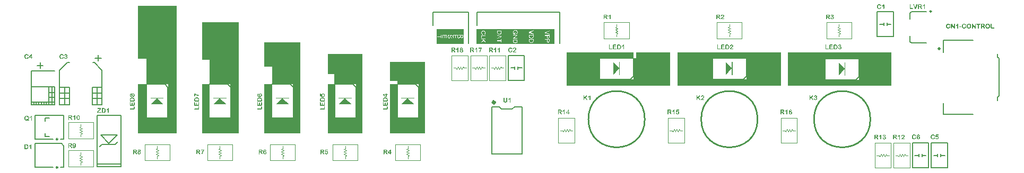
<source format=gto>
G04*
G04 #@! TF.GenerationSoftware,Altium Limited,Altium Designer,20.0.9 (164)*
G04*
G04 Layer_Color=65535*
%FSLAX25Y25*%
%MOIN*%
G70*
G01*
G75*
%ADD10C,0.01000*%
%ADD11C,0.00787*%
%ADD12C,0.00984*%
%ADD13C,0.01968*%
%ADD14C,0.01968*%
%ADD15C,0.00800*%
%ADD16C,0.00492*%
%ADD17C,0.00591*%
G36*
X138681Y59449D02*
X134547D01*
X138681Y55807D01*
X130414Y55807D01*
X134547Y59449D01*
X130414D01*
X130414Y59941D01*
X138681Y59941D01*
X138681Y59449D01*
D02*
G37*
G36*
X99311D02*
X95177D01*
X99311Y55807D01*
X91044Y55807D01*
X95177Y59449D01*
X91044D01*
X91044Y59941D01*
X99311Y59941D01*
X99311Y59449D01*
D02*
G37*
G36*
X146500Y37500D02*
X123500Y37500D01*
X123500Y68500D01*
X128000Y68500D01*
X128000Y47500D01*
X141000Y47500D01*
X141000Y68500D01*
X128000Y68500D01*
Y84000D01*
X123500Y84000D01*
X123500Y68500D01*
D01*
X123500Y107500D01*
X146500Y107500D01*
X146500Y37500D01*
D02*
G37*
G36*
X107500Y37500D02*
X83000Y37500D01*
X83000Y84500D01*
X83000D01*
X83000Y68500D01*
X88500D01*
X88500Y47500D01*
X102000Y47500D01*
X102000Y68500D01*
X88500Y68500D01*
Y84500D01*
X83000Y84500D01*
X83000Y117750D01*
X107500Y117750D01*
X107500Y37500D01*
D02*
G37*
G36*
X185000Y37500D02*
X162500Y37500D01*
X162500Y78918D01*
X162500Y95000D01*
X185000Y95000D01*
X185000Y37500D01*
D02*
G37*
G36*
X217421Y59449D02*
X213287D01*
X217421Y55807D01*
X209154Y55807D01*
X213287Y59449D01*
X209154D01*
X209154Y59941D01*
X217421Y59941D01*
X217421Y59449D01*
D02*
G37*
G36*
X224000Y37500D02*
X202500Y37500D01*
X202500Y68500D01*
X206500Y68500D01*
X206500Y47500D01*
X220000D01*
X220000Y68500D01*
X206500Y68500D01*
Y75000D01*
X202500Y75000D01*
X202500Y68500D01*
X202500D01*
X202500Y87500D01*
X224000Y87500D01*
X224000Y37500D01*
D02*
G37*
G36*
X256791Y59449D02*
X252658D01*
X256791Y55807D01*
X248524Y55807D01*
X252658Y59449D01*
X248524D01*
X248524Y59941D01*
X256791Y59941D01*
X256791Y59449D01*
D02*
G37*
G36*
X263500Y37500D02*
X241500Y37500D01*
X241500Y70153D01*
X241500Y68500D01*
X246000D01*
X246000Y47500D01*
X259500D01*
X259500Y68500D01*
X246000Y68500D01*
Y70500D01*
X241500Y70500D01*
Y70153D01*
X241500Y82500D01*
X263500Y82500D01*
X263500Y37500D01*
D02*
G37*
G36*
X396000Y88674D02*
Y88674D01*
X394488D01*
Y85039D01*
X396000D01*
X396000Y88674D01*
X417500Y88674D01*
X417500Y67674D01*
X352500Y67674D01*
X352500Y88674D01*
X396000Y88674D01*
D02*
G37*
G36*
X465500D02*
Y88674D01*
X487000Y88674D01*
X487000Y67674D01*
X422000Y67674D01*
X422000Y88674D01*
X465500Y88674D01*
D02*
G37*
G36*
X527165Y78098D02*
X523524Y73965D01*
X523523Y82232D01*
X527165Y78098D01*
D02*
G37*
G36*
X527658Y82232D02*
X527658Y73965D01*
X527165Y73965D01*
Y82232D01*
X527658Y82232D01*
D02*
G37*
G36*
X536221Y88674D02*
Y88674D01*
X536221D01*
Y84867D01*
X514961Y84867D01*
X514961Y71307D01*
X536221Y71307D01*
Y84867D01*
X536221D01*
X536221Y88674D01*
X556500Y88674D01*
X556500Y67674D01*
X491500Y67674D01*
X491500Y88674D01*
X536221Y88674D01*
D02*
G37*
G36*
X335568Y103150D02*
X338898D01*
Y93840D01*
X335568D01*
D01*
X332238D01*
D01*
X328908D01*
D01*
X325578D01*
D01*
X322248D01*
D01*
X318822D01*
D01*
X315492D01*
D01*
X312162D01*
D01*
X308833D01*
D01*
X305503D01*
D01*
X302173D01*
D01*
X295669D01*
Y103150D01*
X302173D01*
D01*
X305503D01*
X312162D01*
D01*
X315492D01*
X318822D01*
D01*
X322248D01*
X325578D01*
D01*
X328908D01*
X332238D01*
D01*
X335568D01*
D02*
G37*
G36*
X344750Y93840D02*
X338898D01*
Y103150D01*
X344750D01*
Y93840D01*
D02*
G37*
G36*
X287664Y103150D02*
Y93840D01*
X284585D01*
D01*
X281255D01*
D01*
X277829D01*
X274499D01*
D01*
X270866D01*
Y103150D01*
X274499D01*
X277829D01*
D01*
X284585D01*
D01*
X287664D01*
D02*
G37*
G36*
X13292Y87463D02*
X13327Y87458D01*
X13367Y87454D01*
X13410Y87450D01*
X13511Y87432D01*
X13616Y87406D01*
X13725Y87371D01*
X13830Y87323D01*
X13834D01*
X13843Y87319D01*
X13856Y87310D01*
X13878Y87297D01*
X13926Y87266D01*
X13987Y87227D01*
X14057Y87174D01*
X14127Y87118D01*
X14193Y87048D01*
X14254Y86973D01*
Y86969D01*
X14258Y86965D01*
X14276Y86938D01*
X14302Y86899D01*
X14328Y86847D01*
X14354Y86790D01*
X14381Y86724D01*
X14398Y86654D01*
X14402Y86585D01*
Y86580D01*
Y86567D01*
X14398Y86545D01*
X14394Y86523D01*
X14385Y86493D01*
X14372Y86462D01*
X14354Y86431D01*
X14328Y86401D01*
X14324Y86396D01*
X14315Y86388D01*
X14302Y86379D01*
X14280Y86366D01*
X14254Y86348D01*
X14228Y86340D01*
X14193Y86331D01*
X14158Y86327D01*
X14140D01*
X14118Y86331D01*
X14092Y86335D01*
X14040Y86348D01*
X14009Y86362D01*
X13987Y86379D01*
X13983Y86383D01*
X13979Y86388D01*
X13965Y86401D01*
X13952Y86423D01*
X13930Y86449D01*
X13909Y86480D01*
X13887Y86519D01*
X13861Y86567D01*
Y86571D01*
X13856Y86576D01*
X13839Y86602D01*
X13817Y86641D01*
X13786Y86689D01*
X13743Y86742D01*
X13699Y86794D01*
X13646Y86847D01*
X13590Y86890D01*
X13581Y86895D01*
X13563Y86908D01*
X13528Y86925D01*
X13485Y86947D01*
X13428Y86965D01*
X13362Y86982D01*
X13288Y86995D01*
X13205Y87000D01*
X13170D01*
X13144Y86995D01*
X13113Y86991D01*
X13078Y86987D01*
X12995Y86965D01*
X12903Y86930D01*
X12855Y86908D01*
X12803Y86882D01*
X12759Y86851D01*
X12711Y86812D01*
X12667Y86768D01*
X12624Y86720D01*
X12619Y86716D01*
X12615Y86707D01*
X12606Y86689D01*
X12589Y86668D01*
X12576Y86641D01*
X12558Y86606D01*
X12536Y86567D01*
X12519Y86519D01*
X12497Y86466D01*
X12480Y86405D01*
X12458Y86344D01*
X12445Y86274D01*
X12432Y86195D01*
X12418Y86112D01*
X12414Y86025D01*
X12410Y85933D01*
Y85929D01*
Y85920D01*
Y85898D01*
Y85877D01*
X12414Y85846D01*
Y85815D01*
X12423Y85737D01*
X12432Y85645D01*
X12449Y85549D01*
X12471Y85457D01*
X12502Y85365D01*
Y85361D01*
X12506Y85356D01*
X12519Y85330D01*
X12541Y85291D01*
X12571Y85238D01*
X12611Y85186D01*
X12654Y85129D01*
X12711Y85077D01*
X12772Y85029D01*
X12781Y85024D01*
X12803Y85011D01*
X12842Y84994D01*
X12890Y84976D01*
X12952Y84954D01*
X13022Y84937D01*
X13096Y84924D01*
X13183Y84920D01*
X13227D01*
X13271Y84928D01*
X13332Y84937D01*
X13397Y84950D01*
X13472Y84972D01*
X13542Y85002D01*
X13611Y85042D01*
X13620Y85046D01*
X13642Y85064D01*
X13673Y85094D01*
X13712Y85138D01*
X13756Y85190D01*
X13799Y85252D01*
X13843Y85326D01*
X13882Y85413D01*
Y85418D01*
X13887Y85435D01*
X13895Y85453D01*
X13909Y85483D01*
X13935Y85544D01*
X13952Y85575D01*
X13974Y85601D01*
X13979Y85606D01*
X13987Y85614D01*
X14000Y85623D01*
X14018Y85641D01*
X14044Y85654D01*
X14075Y85662D01*
X14110Y85671D01*
X14153Y85676D01*
X14171D01*
X14193Y85671D01*
X14214Y85667D01*
X14245Y85658D01*
X14271Y85645D01*
X14302Y85627D01*
X14333Y85601D01*
X14337Y85597D01*
X14346Y85588D01*
X14359Y85571D01*
X14372Y85549D01*
X14385Y85523D01*
X14398Y85492D01*
X14407Y85457D01*
X14411Y85418D01*
Y85413D01*
Y85396D01*
X14407Y85365D01*
X14402Y85330D01*
X14394Y85287D01*
X14381Y85234D01*
X14363Y85177D01*
X14341Y85116D01*
X14337Y85107D01*
X14328Y85090D01*
X14311Y85055D01*
X14289Y85016D01*
X14258Y84968D01*
X14219Y84915D01*
X14175Y84858D01*
X14123Y84797D01*
X14118Y84788D01*
X14096Y84771D01*
X14066Y84745D01*
X14022Y84710D01*
X13970Y84670D01*
X13904Y84627D01*
X13830Y84587D01*
X13747Y84548D01*
X13743D01*
X13738Y84544D01*
X13725Y84539D01*
X13708Y84535D01*
X13686Y84526D01*
X13659Y84517D01*
X13594Y84500D01*
X13515Y84483D01*
X13428Y84465D01*
X13323Y84456D01*
X13214Y84452D01*
X13174D01*
X13131Y84456D01*
X13078D01*
X13013Y84461D01*
X12943Y84469D01*
X12794Y84496D01*
X12786D01*
X12764Y84504D01*
X12729Y84513D01*
X12681Y84526D01*
X12628Y84544D01*
X12571Y84566D01*
X12510Y84596D01*
X12449Y84627D01*
X12440Y84631D01*
X12423Y84644D01*
X12392Y84666D01*
X12357Y84692D01*
X12314Y84727D01*
X12265Y84771D01*
X12217Y84819D01*
X12169Y84871D01*
X12165Y84876D01*
X12152Y84898D01*
X12126Y84924D01*
X12099Y84963D01*
X12069Y85007D01*
X12034Y85059D01*
X11999Y85116D01*
X11968Y85177D01*
X11964Y85186D01*
X11955Y85208D01*
X11942Y85243D01*
X11925Y85287D01*
X11907Y85339D01*
X11885Y85404D01*
X11868Y85470D01*
X11850Y85540D01*
Y85544D01*
Y85549D01*
X11846Y85575D01*
X11837Y85614D01*
X11833Y85667D01*
X11824Y85728D01*
X11815Y85798D01*
X11811Y85872D01*
Y85951D01*
Y85955D01*
Y85968D01*
Y85986D01*
Y86012D01*
X11815Y86043D01*
Y86077D01*
X11820Y86117D01*
X11824Y86165D01*
X11837Y86261D01*
X11855Y86366D01*
X11877Y86475D01*
X11912Y86585D01*
Y86589D01*
X11916Y86598D01*
X11920Y86611D01*
X11929Y86633D01*
X11942Y86654D01*
X11955Y86685D01*
X11986Y86751D01*
X12025Y86825D01*
X12078Y86904D01*
X12139Y86982D01*
X12204Y87061D01*
X12209Y87065D01*
X12213Y87069D01*
X12239Y87091D01*
X12279Y87131D01*
X12331Y87174D01*
X12397Y87222D01*
X12475Y87270D01*
X12558Y87319D01*
X12650Y87362D01*
X12654D01*
X12663Y87367D01*
X12676Y87371D01*
X12694Y87380D01*
X12720Y87388D01*
X12746Y87397D01*
X12816Y87415D01*
X12899Y87432D01*
X12991Y87450D01*
X13091Y87463D01*
X13201Y87467D01*
X13262D01*
X13292Y87463D01*
D02*
G37*
G36*
X16295Y87454D02*
X16343Y87441D01*
X16399Y87415D01*
X16430Y87397D01*
X16456Y87375D01*
X16483Y87345D01*
X16504Y87310D01*
X16526Y87270D01*
X16539Y87222D01*
X16548Y87170D01*
X16553Y87109D01*
Y85571D01*
X16688D01*
X16723Y85566D01*
X16802Y85553D01*
X16845Y85540D01*
X16880Y85527D01*
X16885D01*
X16893Y85518D01*
X16911Y85505D01*
X16928Y85488D01*
X16946Y85461D01*
X16963Y85431D01*
X16972Y85391D01*
X16976Y85343D01*
Y85339D01*
Y85326D01*
X16972Y85304D01*
X16968Y85282D01*
X16959Y85252D01*
X16941Y85225D01*
X16924Y85199D01*
X16898Y85177D01*
X16893D01*
X16885Y85169D01*
X16867Y85160D01*
X16841Y85151D01*
X16810Y85142D01*
X16771Y85134D01*
X16723Y85129D01*
X16670Y85125D01*
X16553D01*
Y84753D01*
Y84745D01*
Y84727D01*
X16548Y84701D01*
X16544Y84666D01*
X16535Y84631D01*
X16522Y84592D01*
X16504Y84557D01*
X16483Y84526D01*
X16478Y84522D01*
X16469Y84513D01*
X16456Y84504D01*
X16434Y84491D01*
X16408Y84474D01*
X16378Y84465D01*
X16343Y84456D01*
X16303Y84452D01*
X16286D01*
X16264Y84456D01*
X16238Y84461D01*
X16207Y84469D01*
X16177Y84483D01*
X16146Y84500D01*
X16120Y84526D01*
X16116Y84531D01*
X16111Y84539D01*
X16098Y84561D01*
X16089Y84583D01*
X16076Y84618D01*
X16063Y84657D01*
X16059Y84701D01*
X16054Y84753D01*
Y85125D01*
X15023D01*
X14988Y85129D01*
X14949Y85134D01*
X14901Y85147D01*
X14852Y85160D01*
X14809Y85182D01*
X14770Y85208D01*
X14765Y85212D01*
X14756Y85225D01*
X14739Y85243D01*
X14721Y85269D01*
X14704Y85304D01*
X14686Y85343D01*
X14678Y85387D01*
X14673Y85439D01*
Y85448D01*
Y85466D01*
X14678Y85488D01*
X14686Y85518D01*
X14691Y85527D01*
X14700Y85544D01*
X14713Y85566D01*
X14730Y85597D01*
X14735Y85606D01*
X14748Y85623D01*
X14765Y85649D01*
X14787Y85680D01*
X14791Y85689D01*
X14809Y85711D01*
X14831Y85741D01*
X14861Y85780D01*
X15919Y87192D01*
X15923Y87196D01*
X15936Y87214D01*
X15954Y87240D01*
X15976Y87270D01*
X16032Y87336D01*
X16059Y87367D01*
X16085Y87393D01*
X16089Y87397D01*
X16098Y87402D01*
X16111Y87415D01*
X16133Y87428D01*
X16181Y87450D01*
X16212Y87454D01*
X16247Y87458D01*
X16273D01*
X16295Y87454D01*
D02*
G37*
G36*
X310273Y91515D02*
X310299Y91511D01*
X310326Y91497D01*
X310356Y91484D01*
X310383Y91462D01*
X310409Y91436D01*
X310413Y91432D01*
X310418Y91423D01*
X310431Y91401D01*
X310444Y91375D01*
X310453Y91344D01*
X310466Y91305D01*
X310470Y91262D01*
X310474Y91209D01*
Y88932D01*
Y88928D01*
Y88915D01*
Y88897D01*
X310470Y88871D01*
X310466Y88841D01*
X310461Y88806D01*
X310439Y88736D01*
X310409Y88661D01*
X310387Y88626D01*
X310356Y88596D01*
X310326Y88570D01*
X310291Y88552D01*
X310247Y88539D01*
X310199Y88535D01*
X310177D01*
X310155Y88539D01*
X310129Y88543D01*
X310099Y88552D01*
X310064Y88570D01*
X310033Y88587D01*
X310002Y88613D01*
X309998Y88618D01*
X309994Y88631D01*
X309981Y88648D01*
X309967Y88674D01*
X309954Y88709D01*
X309946Y88749D01*
X309937Y88797D01*
X309932Y88854D01*
Y90667D01*
X309928Y90663D01*
X309911Y90650D01*
X309884Y90632D01*
X309849Y90606D01*
X309810Y90575D01*
X309762Y90545D01*
X309714Y90510D01*
X309657Y90475D01*
X309543Y90401D01*
X309487Y90370D01*
X309430Y90339D01*
X309378Y90313D01*
X309329Y90296D01*
X309286Y90283D01*
X309251Y90278D01*
X309238D01*
X309220Y90283D01*
X309203Y90287D01*
X309176Y90296D01*
X309155Y90304D01*
X309128Y90322D01*
X309102Y90344D01*
X309098Y90348D01*
X309093Y90357D01*
X309080Y90370D01*
X309072Y90387D01*
X309045Y90436D01*
X309041Y90466D01*
X309037Y90497D01*
Y90501D01*
Y90514D01*
X309041Y90532D01*
X309045Y90553D01*
X309063Y90602D01*
X309076Y90623D01*
X309098Y90645D01*
X309102Y90650D01*
X309111Y90654D01*
X309128Y90663D01*
X309150Y90680D01*
X309181Y90698D01*
X309220Y90720D01*
X309268Y90746D01*
X309325Y90772D01*
X309329D01*
X309334Y90776D01*
X309347Y90785D01*
X309364Y90794D01*
X309408Y90816D01*
X309465Y90846D01*
X309526Y90881D01*
X309587Y90921D01*
X309653Y90964D01*
X309710Y91008D01*
X309714Y91012D01*
X309736Y91030D01*
X309762Y91056D01*
X309797Y91091D01*
X309836Y91130D01*
X309876Y91179D01*
X309919Y91231D01*
X309963Y91288D01*
X309967Y91296D01*
X309981Y91314D01*
X310002Y91340D01*
X310024Y91371D01*
X310050Y91406D01*
X310072Y91436D01*
X310094Y91462D01*
X310112Y91480D01*
X310120Y91484D01*
X310142Y91502D01*
X310160Y91506D01*
X310181Y91515D01*
X310208Y91519D01*
X310256D01*
X310273Y91515D01*
D02*
G37*
G36*
X307848D02*
X307874Y91511D01*
X307900Y91497D01*
X307931Y91484D01*
X307957Y91462D01*
X307983Y91436D01*
X307988Y91432D01*
X307992Y91423D01*
X308005Y91401D01*
X308018Y91375D01*
X308027Y91344D01*
X308040Y91305D01*
X308045Y91262D01*
X308049Y91209D01*
Y88932D01*
Y88928D01*
Y88915D01*
Y88897D01*
X308045Y88871D01*
X308040Y88841D01*
X308036Y88806D01*
X308014Y88736D01*
X307983Y88661D01*
X307962Y88626D01*
X307931Y88596D01*
X307900Y88570D01*
X307865Y88552D01*
X307822Y88539D01*
X307774Y88535D01*
X307752D01*
X307730Y88539D01*
X307704Y88543D01*
X307673Y88552D01*
X307638Y88570D01*
X307608Y88587D01*
X307577Y88613D01*
X307573Y88618D01*
X307568Y88631D01*
X307555Y88648D01*
X307542Y88674D01*
X307529Y88709D01*
X307520Y88749D01*
X307511Y88797D01*
X307507Y88854D01*
Y90667D01*
X307503Y90663D01*
X307485Y90650D01*
X307459Y90632D01*
X307424Y90606D01*
X307385Y90575D01*
X307337Y90545D01*
X307289Y90510D01*
X307232Y90475D01*
X307118Y90401D01*
X307061Y90370D01*
X307005Y90339D01*
X306952Y90313D01*
X306904Y90296D01*
X306860Y90283D01*
X306825Y90278D01*
X306812D01*
X306795Y90283D01*
X306777Y90287D01*
X306751Y90296D01*
X306729Y90304D01*
X306703Y90322D01*
X306677Y90344D01*
X306672Y90348D01*
X306668Y90357D01*
X306655Y90370D01*
X306646Y90387D01*
X306620Y90436D01*
X306616Y90466D01*
X306611Y90497D01*
Y90501D01*
Y90514D01*
X306616Y90532D01*
X306620Y90553D01*
X306638Y90602D01*
X306651Y90623D01*
X306672Y90645D01*
X306677Y90650D01*
X306685Y90654D01*
X306703Y90663D01*
X306725Y90680D01*
X306755Y90698D01*
X306795Y90720D01*
X306843Y90746D01*
X306900Y90772D01*
X306904D01*
X306908Y90776D01*
X306922Y90785D01*
X306939Y90794D01*
X306983Y90816D01*
X307039Y90846D01*
X307101Y90881D01*
X307162Y90921D01*
X307227Y90964D01*
X307284Y91008D01*
X307289Y91012D01*
X307310Y91030D01*
X307337Y91056D01*
X307372Y91091D01*
X307411Y91130D01*
X307450Y91179D01*
X307494Y91231D01*
X307538Y91288D01*
X307542Y91296D01*
X307555Y91314D01*
X307577Y91340D01*
X307599Y91371D01*
X307625Y91406D01*
X307647Y91436D01*
X307669Y91462D01*
X307686Y91480D01*
X307695Y91484D01*
X307717Y91502D01*
X307734Y91506D01*
X307756Y91515D01*
X307782Y91519D01*
X307831D01*
X307848Y91515D01*
D02*
G37*
G36*
X305235Y91497D02*
X305292Y91493D01*
X305348Y91489D01*
X305401Y91484D01*
X305410D01*
X305427Y91480D01*
X305453Y91476D01*
X305488Y91471D01*
X305527Y91458D01*
X305571Y91449D01*
X305659Y91414D01*
X305663Y91410D01*
X305680Y91406D01*
X305707Y91393D01*
X305742Y91371D01*
X305777Y91349D01*
X305816Y91323D01*
X305860Y91288D01*
X305899Y91248D01*
X305903Y91244D01*
X305916Y91231D01*
X305934Y91209D01*
X305960Y91179D01*
X305986Y91144D01*
X306013Y91100D01*
X306039Y91052D01*
X306061Y90999D01*
X306065Y90995D01*
X306069Y90973D01*
X306078Y90947D01*
X306091Y90908D01*
X306100Y90864D01*
X306109Y90811D01*
X306113Y90759D01*
X306117Y90698D01*
Y90693D01*
Y90685D01*
Y90667D01*
X306113Y90645D01*
Y90615D01*
X306109Y90584D01*
X306096Y90510D01*
X306074Y90427D01*
X306039Y90339D01*
X305991Y90252D01*
X305964Y90213D01*
X305929Y90173D01*
X305921Y90165D01*
X305895Y90143D01*
X305851Y90108D01*
X305790Y90069D01*
X305715Y90020D01*
X305667Y89999D01*
X305619Y89977D01*
X305562Y89955D01*
X305506Y89933D01*
X305440Y89916D01*
X305375Y89898D01*
X305383Y89894D01*
X305401Y89881D01*
X305431Y89863D01*
X305471Y89837D01*
X305514Y89802D01*
X305567Y89758D01*
X305619Y89710D01*
X305672Y89653D01*
X305680Y89645D01*
X305698Y89627D01*
X305724Y89592D01*
X305759Y89548D01*
X305798Y89496D01*
X305842Y89439D01*
X305886Y89374D01*
X305929Y89304D01*
X305934Y89295D01*
X305947Y89273D01*
X305969Y89238D01*
X305995Y89195D01*
X306021Y89142D01*
X306052Y89085D01*
X306078Y89028D01*
X306104Y88972D01*
X306109Y88967D01*
X306113Y88950D01*
X306122Y88924D01*
X306135Y88893D01*
X306157Y88823D01*
X306161Y88792D01*
X306166Y88771D01*
Y88766D01*
Y88762D01*
X306161Y88736D01*
X306148Y88701D01*
X306126Y88657D01*
Y88653D01*
X306122Y88648D01*
X306100Y88626D01*
X306069Y88596D01*
X306026Y88570D01*
X306021D01*
X306017Y88565D01*
X306004Y88561D01*
X305986Y88552D01*
X305938Y88539D01*
X305882Y88535D01*
X305864D01*
X305847Y88539D01*
X305825D01*
X305768Y88556D01*
X305737Y88565D01*
X305711Y88583D01*
X305707D01*
X305702Y88591D01*
X305672Y88613D01*
X305637Y88648D01*
X305597Y88696D01*
Y88701D01*
X305589Y88709D01*
X305580Y88727D01*
X305562Y88753D01*
X305545Y88779D01*
X305523Y88819D01*
X305497Y88862D01*
X305466Y88910D01*
X305230Y89304D01*
Y89308D01*
X305226Y89312D01*
X305208Y89339D01*
X305187Y89378D01*
X305156Y89426D01*
X305117Y89478D01*
X305077Y89531D01*
X305038Y89583D01*
X304999Y89631D01*
X304994Y89636D01*
X304981Y89649D01*
X304959Y89671D01*
X304938Y89693D01*
X304903Y89719D01*
X304872Y89745D01*
X304833Y89771D01*
X304793Y89789D01*
X304789D01*
X304776Y89798D01*
X304754Y89802D01*
X304723Y89811D01*
X304689Y89819D01*
X304640Y89824D01*
X304592Y89833D01*
X304330D01*
Y88893D01*
Y88884D01*
Y88862D01*
X304326Y88832D01*
X304321Y88792D01*
X304308Y88744D01*
X304295Y88701D01*
X304273Y88657D01*
X304247Y88622D01*
X304243Y88618D01*
X304234Y88609D01*
X304212Y88596D01*
X304190Y88578D01*
X304160Y88561D01*
X304120Y88548D01*
X304081Y88539D01*
X304033Y88535D01*
X304011D01*
X303985Y88539D01*
X303954Y88548D01*
X303919Y88556D01*
X303880Y88570D01*
X303845Y88591D01*
X303814Y88622D01*
X303810Y88626D01*
X303801Y88639D01*
X303793Y88661D01*
X303780Y88692D01*
X303762Y88727D01*
X303753Y88775D01*
X303745Y88832D01*
X303740Y88893D01*
Y91139D01*
Y91144D01*
Y91148D01*
Y91170D01*
X303745Y91205D01*
X303749Y91244D01*
X303762Y91288D01*
X303775Y91336D01*
X303797Y91379D01*
X303823Y91414D01*
X303828Y91419D01*
X303841Y91427D01*
X303863Y91441D01*
X303889Y91458D01*
X303928Y91476D01*
X303976Y91489D01*
X304033Y91497D01*
X304099Y91502D01*
X305182D01*
X305235Y91497D01*
D02*
G37*
G36*
X314950Y60049D02*
X314981Y60041D01*
X315016Y60032D01*
X315051Y60014D01*
X315086Y59993D01*
X315121Y59962D01*
X315125Y59958D01*
X315134Y59945D01*
X315147Y59927D01*
X315164Y59896D01*
X315177Y59857D01*
X315190Y59813D01*
X315199Y59757D01*
X315203Y59696D01*
Y58293D01*
Y58288D01*
Y58280D01*
Y58258D01*
Y58236D01*
Y58205D01*
X315199Y58170D01*
X315195Y58092D01*
X315186Y58000D01*
X315173Y57904D01*
X315156Y57808D01*
X315134Y57716D01*
Y57711D01*
X315129Y57707D01*
X315125Y57694D01*
X315121Y57677D01*
X315103Y57637D01*
X315077Y57580D01*
X315046Y57519D01*
X315002Y57454D01*
X314950Y57384D01*
X314884Y57318D01*
X314876Y57314D01*
X314858Y57292D01*
X314823Y57266D01*
X314780Y57235D01*
X314723Y57200D01*
X314662Y57165D01*
X314587Y57130D01*
X314513Y57104D01*
X314509D01*
X314504Y57100D01*
X314491D01*
X314478Y57095D01*
X314430Y57082D01*
X314373Y57073D01*
X314299Y57060D01*
X314216Y57047D01*
X314124Y57043D01*
X314019Y57038D01*
X313963D01*
X313932Y57043D01*
X313901D01*
X313823Y57047D01*
X313731Y57056D01*
X313630Y57069D01*
X313534Y57087D01*
X313438Y57108D01*
X313434D01*
X313429Y57113D01*
X313416Y57117D01*
X313399Y57122D01*
X313355Y57139D01*
X313298Y57165D01*
X313237Y57196D01*
X313172Y57235D01*
X313106Y57279D01*
X313045Y57331D01*
X313036Y57340D01*
X313018Y57358D01*
X312992Y57393D01*
X312962Y57436D01*
X312922Y57493D01*
X312887Y57559D01*
X312853Y57637D01*
X312822Y57720D01*
Y57725D01*
X312818Y57733D01*
Y57746D01*
X312813Y57764D01*
X312804Y57786D01*
X312800Y57812D01*
X312787Y57882D01*
X312774Y57965D01*
X312765Y58065D01*
X312756Y58175D01*
X312752Y58293D01*
Y59696D01*
Y59704D01*
Y59726D01*
X312756Y59757D01*
X312761Y59796D01*
X312770Y59840D01*
X312787Y59883D01*
X312804Y59927D01*
X312831Y59962D01*
X312835Y59966D01*
X312844Y59975D01*
X312861Y59993D01*
X312887Y60010D01*
X312918Y60023D01*
X312953Y60041D01*
X312992Y60049D01*
X313040Y60054D01*
X313062D01*
X313088Y60049D01*
X313119Y60041D01*
X313154Y60032D01*
X313193Y60014D01*
X313228Y59993D01*
X313259Y59962D01*
X313263Y59958D01*
X313272Y59945D01*
X313285Y59927D01*
X313303Y59896D01*
X313316Y59857D01*
X313329Y59813D01*
X313338Y59757D01*
X313342Y59696D01*
Y58258D01*
Y58253D01*
Y58249D01*
Y58236D01*
Y58218D01*
X313346Y58170D01*
X313351Y58114D01*
X313355Y58048D01*
X313364Y57982D01*
X313377Y57912D01*
X313394Y57847D01*
X313399Y57838D01*
X313407Y57821D01*
X313421Y57790D01*
X313438Y57755D01*
X313464Y57716D01*
X313499Y57672D01*
X313539Y57633D01*
X313587Y57594D01*
X313595Y57589D01*
X313613Y57580D01*
X313643Y57567D01*
X313687Y57550D01*
X313744Y57532D01*
X313814Y57519D01*
X313893Y57511D01*
X313980Y57506D01*
X314015D01*
X314037Y57511D01*
X314063D01*
X314098Y57515D01*
X314172Y57528D01*
X314251Y57550D01*
X314334Y57585D01*
X314408Y57629D01*
X314439Y57659D01*
X314469Y57690D01*
X314474Y57698D01*
X314491Y57725D01*
X314513Y57768D01*
X314544Y57829D01*
X314570Y57904D01*
X314579Y57952D01*
X314592Y58000D01*
X314600Y58057D01*
X314609Y58114D01*
X314614Y58179D01*
Y58245D01*
Y59696D01*
Y59704D01*
Y59726D01*
X314618Y59757D01*
X314622Y59796D01*
X314631Y59840D01*
X314649Y59883D01*
X314666Y59927D01*
X314692Y59962D01*
X314697Y59966D01*
X314705Y59975D01*
X314723Y59993D01*
X314749Y60010D01*
X314780Y60023D01*
X314815Y60041D01*
X314854Y60049D01*
X314902Y60054D01*
X314924D01*
X314950Y60049D01*
D02*
G37*
G36*
X317017Y60019D02*
X317043Y60014D01*
X317070Y60001D01*
X317100Y59988D01*
X317126Y59966D01*
X317153Y59940D01*
X317157Y59936D01*
X317161Y59927D01*
X317174Y59905D01*
X317188Y59879D01*
X317196Y59848D01*
X317209Y59809D01*
X317214Y59765D01*
X317218Y59713D01*
Y57436D01*
Y57432D01*
Y57419D01*
Y57401D01*
X317214Y57375D01*
X317209Y57344D01*
X317205Y57310D01*
X317183Y57240D01*
X317153Y57165D01*
X317131Y57130D01*
X317100Y57100D01*
X317070Y57073D01*
X317035Y57056D01*
X316991Y57043D01*
X316943Y57038D01*
X316921D01*
X316899Y57043D01*
X316873Y57047D01*
X316842Y57056D01*
X316807Y57073D01*
X316777Y57091D01*
X316746Y57117D01*
X316742Y57122D01*
X316737Y57135D01*
X316724Y57152D01*
X316711Y57178D01*
X316698Y57213D01*
X316689Y57253D01*
X316681Y57301D01*
X316676Y57358D01*
Y59171D01*
X316672Y59167D01*
X316654Y59154D01*
X316628Y59136D01*
X316593Y59110D01*
X316554Y59079D01*
X316506Y59049D01*
X316458Y59014D01*
X316401Y58979D01*
X316287Y58904D01*
X316231Y58874D01*
X316174Y58843D01*
X316121Y58817D01*
X316073Y58800D01*
X316030Y58786D01*
X315995Y58782D01*
X315981D01*
X315964Y58786D01*
X315946Y58791D01*
X315920Y58800D01*
X315898Y58808D01*
X315872Y58826D01*
X315846Y58848D01*
X315842Y58852D01*
X315837Y58861D01*
X315824Y58874D01*
X315815Y58891D01*
X315789Y58939D01*
X315785Y58970D01*
X315780Y59001D01*
Y59005D01*
Y59018D01*
X315785Y59036D01*
X315789Y59057D01*
X315807Y59106D01*
X315820Y59127D01*
X315842Y59149D01*
X315846Y59154D01*
X315855Y59158D01*
X315872Y59167D01*
X315894Y59184D01*
X315925Y59202D01*
X315964Y59224D01*
X316012Y59250D01*
X316069Y59276D01*
X316073D01*
X316077Y59280D01*
X316091Y59289D01*
X316108Y59298D01*
X316152Y59320D01*
X316209Y59350D01*
X316270Y59385D01*
X316331Y59425D01*
X316396Y59468D01*
X316453Y59512D01*
X316458Y59516D01*
X316480Y59534D01*
X316506Y59560D01*
X316541Y59595D01*
X316580Y59634D01*
X316619Y59682D01*
X316663Y59735D01*
X316707Y59792D01*
X316711Y59800D01*
X316724Y59818D01*
X316746Y59844D01*
X316768Y59875D01*
X316794Y59910D01*
X316816Y59940D01*
X316838Y59966D01*
X316855Y59984D01*
X316864Y59988D01*
X316886Y60006D01*
X316903Y60010D01*
X316925Y60019D01*
X316951Y60023D01*
X317000D01*
X317017Y60019D01*
D02*
G37*
G36*
X61654Y53415D02*
X61728Y53410D01*
X61807Y53406D01*
X61894Y53397D01*
X61981Y53380D01*
X62064Y53362D01*
X62069D01*
X62073Y53358D01*
X62099Y53349D01*
X62143Y53336D01*
X62196Y53314D01*
X62252Y53288D01*
X62318Y53249D01*
X62388Y53205D01*
X62453Y53153D01*
X62458Y53148D01*
X62475Y53135D01*
X62497Y53113D01*
X62523Y53078D01*
X62558Y53039D01*
X62598Y52987D01*
X62641Y52930D01*
X62685Y52860D01*
X62724Y52781D01*
X62768Y52694D01*
X62807Y52593D01*
X62842Y52488D01*
X62868Y52370D01*
X62895Y52244D01*
X62908Y52108D01*
X62912Y51964D01*
Y51960D01*
Y51951D01*
Y51938D01*
Y51920D01*
X62908Y51868D01*
Y51807D01*
X62899Y51732D01*
X62890Y51649D01*
X62882Y51566D01*
X62864Y51483D01*
Y51479D01*
Y51474D01*
X62855Y51448D01*
X62847Y51405D01*
X62829Y51357D01*
X62812Y51295D01*
X62786Y51230D01*
X62759Y51160D01*
X62724Y51094D01*
X62720Y51086D01*
X62707Y51064D01*
X62685Y51033D01*
X62659Y50989D01*
X62624Y50941D01*
X62580Y50889D01*
X62532Y50832D01*
X62480Y50780D01*
X62475Y50775D01*
X62458Y50762D01*
X62436Y50745D01*
X62405Y50718D01*
X62366Y50692D01*
X62322Y50662D01*
X62222Y50609D01*
X62217Y50605D01*
X62196Y50600D01*
X62169Y50587D01*
X62130Y50574D01*
X62086Y50561D01*
X62034Y50548D01*
X61981Y50535D01*
X61920Y50522D01*
X61911D01*
X61894Y50517D01*
X61859Y50513D01*
X61815D01*
X61763Y50509D01*
X61702Y50504D01*
X61636Y50500D01*
X60762D01*
X60732Y50504D01*
X60697D01*
X60618Y50522D01*
X60579Y50531D01*
X60544Y50548D01*
X60539Y50552D01*
X60531Y50557D01*
X60500Y50583D01*
X60465Y50627D01*
X60452Y50653D01*
X60439Y50683D01*
Y50688D01*
X60434Y50701D01*
X60430Y50718D01*
Y50745D01*
X60426Y50780D01*
X60421Y50819D01*
X60417Y50863D01*
Y50915D01*
Y53056D01*
Y53061D01*
Y53065D01*
Y53087D01*
X60421Y53122D01*
X60426Y53161D01*
X60439Y53205D01*
X60452Y53253D01*
X60474Y53297D01*
X60500Y53332D01*
X60504Y53336D01*
X60518Y53345D01*
X60539Y53358D01*
X60566Y53376D01*
X60605Y53393D01*
X60653Y53406D01*
X60710Y53415D01*
X60775Y53419D01*
X61627D01*
X61654Y53415D01*
D02*
G37*
G36*
X59617D02*
X59665Y53402D01*
X59727Y53380D01*
X59757Y53367D01*
X59788Y53345D01*
X59814Y53323D01*
X59836Y53292D01*
X59858Y53258D01*
X59875Y53218D01*
X59884Y53170D01*
X59888Y53118D01*
Y53113D01*
Y53096D01*
X59884Y53070D01*
Y53035D01*
X59866Y52960D01*
X59853Y52921D01*
X59836Y52886D01*
X59831Y52882D01*
X59827Y52868D01*
X59809Y52847D01*
X59788Y52820D01*
X59762Y52781D01*
X59722Y52733D01*
X59674Y52676D01*
X59617Y52611D01*
X58219Y50941D01*
X59783D01*
X59809Y50937D01*
X59840Y50933D01*
X59906Y50920D01*
X59941Y50902D01*
X59967Y50885D01*
X59971Y50880D01*
X59980Y50876D01*
X59989Y50863D01*
X60002Y50845D01*
X60015Y50823D01*
X60028Y50793D01*
X60032Y50762D01*
X60037Y50727D01*
Y50723D01*
Y50710D01*
X60032Y50692D01*
X60028Y50666D01*
X60019Y50640D01*
X60006Y50614D01*
X59989Y50587D01*
X59967Y50561D01*
X59962Y50557D01*
X59954Y50552D01*
X59941Y50544D01*
X59919Y50531D01*
X59888Y50517D01*
X59853Y50509D01*
X59809Y50504D01*
X59762Y50500D01*
X57834D01*
X57799Y50504D01*
X57756Y50509D01*
X57712Y50522D01*
X57664Y50535D01*
X57616Y50557D01*
X57577Y50583D01*
X57572Y50587D01*
X57563Y50600D01*
X57546Y50618D01*
X57528Y50644D01*
X57511Y50679D01*
X57493Y50718D01*
X57485Y50762D01*
X57480Y50815D01*
Y50819D01*
Y50823D01*
Y50845D01*
X57485Y50876D01*
X57493Y50906D01*
X57498Y50915D01*
X57507Y50933D01*
X57520Y50959D01*
X57537Y50985D01*
X57542Y50989D01*
X57555Y51011D01*
X57581Y51038D01*
X57611Y51077D01*
X57616Y51081D01*
X57620Y51086D01*
X57642Y51112D01*
X57668Y51142D01*
X57694Y51177D01*
X59193Y52978D01*
X57882D01*
X57856Y52982D01*
X57830Y52987D01*
X57760Y53004D01*
X57729Y53017D01*
X57699Y53035D01*
X57694Y53039D01*
X57690Y53048D01*
X57677Y53061D01*
X57668Y53078D01*
X57655Y53100D01*
X57642Y53126D01*
X57638Y53157D01*
X57633Y53192D01*
Y53196D01*
Y53209D01*
X57638Y53227D01*
X57642Y53249D01*
X57651Y53275D01*
X57660Y53301D01*
X57677Y53327D01*
X57699Y53354D01*
X57703Y53358D01*
X57712Y53362D01*
X57729Y53376D01*
X57751Y53389D01*
X57782Y53397D01*
X57817Y53410D01*
X57856Y53415D01*
X57904Y53419D01*
X59595D01*
X59617Y53415D01*
D02*
G37*
G36*
X64603Y53432D02*
X64630Y53428D01*
X64656Y53415D01*
X64687Y53402D01*
X64713Y53380D01*
X64739Y53354D01*
X64743Y53349D01*
X64748Y53341D01*
X64761Y53319D01*
X64774Y53292D01*
X64783Y53262D01*
X64796Y53223D01*
X64800Y53179D01*
X64804Y53126D01*
Y50850D01*
Y50845D01*
Y50832D01*
Y50815D01*
X64800Y50788D01*
X64796Y50758D01*
X64791Y50723D01*
X64770Y50653D01*
X64739Y50579D01*
X64717Y50544D01*
X64687Y50513D01*
X64656Y50487D01*
X64621Y50469D01*
X64577Y50456D01*
X64529Y50452D01*
X64507D01*
X64485Y50456D01*
X64459Y50461D01*
X64429Y50469D01*
X64394Y50487D01*
X64363Y50504D01*
X64332Y50531D01*
X64328Y50535D01*
X64324Y50548D01*
X64311Y50566D01*
X64297Y50592D01*
X64284Y50627D01*
X64276Y50666D01*
X64267Y50714D01*
X64263Y50771D01*
Y52584D01*
X64258Y52580D01*
X64241Y52567D01*
X64214Y52549D01*
X64179Y52523D01*
X64140Y52493D01*
X64092Y52462D01*
X64044Y52427D01*
X63987Y52392D01*
X63874Y52318D01*
X63817Y52287D01*
X63760Y52257D01*
X63708Y52231D01*
X63660Y52213D01*
X63616Y52200D01*
X63581Y52196D01*
X63568D01*
X63550Y52200D01*
X63533Y52204D01*
X63507Y52213D01*
X63485Y52222D01*
X63459Y52239D01*
X63432Y52261D01*
X63428Y52266D01*
X63424Y52274D01*
X63410Y52287D01*
X63402Y52305D01*
X63376Y52353D01*
X63371Y52384D01*
X63367Y52414D01*
Y52418D01*
Y52431D01*
X63371Y52449D01*
X63376Y52471D01*
X63393Y52519D01*
X63406Y52541D01*
X63428Y52563D01*
X63432Y52567D01*
X63441Y52571D01*
X63459Y52580D01*
X63480Y52598D01*
X63511Y52615D01*
X63550Y52637D01*
X63598Y52663D01*
X63655Y52689D01*
X63660D01*
X63664Y52694D01*
X63677Y52702D01*
X63695Y52711D01*
X63738Y52733D01*
X63795Y52764D01*
X63856Y52799D01*
X63917Y52838D01*
X63983Y52882D01*
X64040Y52925D01*
X64044Y52930D01*
X64066Y52947D01*
X64092Y52973D01*
X64127Y53008D01*
X64166Y53048D01*
X64206Y53096D01*
X64249Y53148D01*
X64293Y53205D01*
X64297Y53214D01*
X64311Y53231D01*
X64332Y53258D01*
X64354Y53288D01*
X64381Y53323D01*
X64402Y53354D01*
X64424Y53380D01*
X64442Y53397D01*
X64451Y53402D01*
X64472Y53419D01*
X64490Y53424D01*
X64512Y53432D01*
X64538Y53437D01*
X64586D01*
X64603Y53432D01*
D02*
G37*
G36*
X298966Y91467D02*
X299010Y91462D01*
X299102Y91445D01*
X299146Y91432D01*
X299180Y91410D01*
X299185Y91406D01*
X299194Y91397D01*
X299207Y91384D01*
X299224Y91362D01*
X299242Y91336D01*
X299255Y91301D01*
X299264Y91262D01*
X299268Y91213D01*
Y91209D01*
Y91200D01*
X299264Y91179D01*
X299255Y91157D01*
X299242Y91122D01*
X299224Y91087D01*
X299198Y91039D01*
X299163Y90991D01*
X299159Y90986D01*
X299146Y90969D01*
X299124Y90938D01*
X299097Y90903D01*
X299062Y90860D01*
X299023Y90807D01*
X298984Y90750D01*
X298936Y90689D01*
X298931Y90680D01*
X298914Y90658D01*
X298888Y90623D01*
X298857Y90575D01*
X298813Y90514D01*
X298770Y90444D01*
X298722Y90361D01*
X298669Y90274D01*
Y90270D01*
X298665Y90261D01*
X298656Y90248D01*
X298647Y90230D01*
X298634Y90208D01*
X298621Y90178D01*
X298604Y90143D01*
X298586Y90108D01*
X298547Y90020D01*
X298507Y89920D01*
X298464Y89802D01*
X298420Y89675D01*
Y89666D01*
X298411Y89649D01*
X298403Y89618D01*
X298394Y89583D01*
X298381Y89544D01*
X298372Y89500D01*
X298359Y89457D01*
X298350Y89413D01*
Y89409D01*
X298346Y89395D01*
X298341Y89369D01*
X298337Y89339D01*
X298333Y89299D01*
X298324Y89256D01*
X298315Y89203D01*
X298306Y89142D01*
Y89133D01*
X298302Y89116D01*
X298298Y89085D01*
X298293Y89050D01*
X298280Y88967D01*
X298276Y88928D01*
X298267Y88893D01*
Y88889D01*
Y88884D01*
X298258Y88858D01*
X298250Y88823D01*
X298236Y88779D01*
X298197Y88688D01*
X298171Y88644D01*
X298145Y88609D01*
X298140Y88604D01*
X298132Y88596D01*
X298114Y88587D01*
X298092Y88574D01*
X298062Y88556D01*
X298027Y88548D01*
X297987Y88539D01*
X297944Y88535D01*
X297922D01*
X297900Y88539D01*
X297874Y88543D01*
X297843Y88556D01*
X297808Y88570D01*
X297778Y88591D01*
X297747Y88618D01*
X297743Y88622D01*
X297734Y88635D01*
X297725Y88653D01*
X297712Y88679D01*
X297695Y88714D01*
X297686Y88757D01*
X297677Y88810D01*
X297673Y88867D01*
Y88871D01*
Y88889D01*
X297677Y88919D01*
X297681Y88959D01*
X297686Y89007D01*
X297695Y89068D01*
X297708Y89133D01*
X297725Y89212D01*
Y89216D01*
X297730Y89221D01*
Y89234D01*
X297738Y89251D01*
X297751Y89299D01*
X297769Y89360D01*
X297795Y89435D01*
X297826Y89527D01*
X297861Y89627D01*
X297904Y89736D01*
Y89741D01*
X297909Y89749D01*
X297918Y89767D01*
X297926Y89789D01*
X297939Y89815D01*
X297952Y89850D01*
X297970Y89889D01*
X297987Y89929D01*
X298031Y90025D01*
X298084Y90130D01*
X298140Y90243D01*
X298206Y90361D01*
X298210Y90366D01*
X298215Y90374D01*
X298223Y90392D01*
X298241Y90418D01*
X298258Y90444D01*
X298276Y90479D01*
X298302Y90519D01*
X298328Y90562D01*
X298394Y90658D01*
X298468Y90768D01*
X298551Y90886D01*
X298643Y91004D01*
X297550D01*
X297520Y91008D01*
X297481Y91012D01*
X297397Y91030D01*
X297358Y91043D01*
X297323Y91061D01*
X297319Y91065D01*
X297310Y91074D01*
X297297Y91087D01*
X297284Y91109D01*
X297271Y91135D01*
X297258Y91170D01*
X297249Y91209D01*
X297245Y91253D01*
Y91257D01*
Y91275D01*
X297249Y91296D01*
X297258Y91327D01*
X297266Y91353D01*
X297280Y91384D01*
X297301Y91410D01*
X297332Y91427D01*
X297336D01*
X297349Y91436D01*
X297367Y91441D01*
X297397Y91449D01*
X297428Y91458D01*
X297472Y91462D01*
X297520Y91471D01*
X298931D01*
X298966Y91467D01*
D02*
G37*
G36*
X296008Y91515D02*
X296034Y91511D01*
X296060Y91497D01*
X296091Y91484D01*
X296117Y91462D01*
X296143Y91436D01*
X296148Y91432D01*
X296152Y91423D01*
X296165Y91401D01*
X296178Y91375D01*
X296187Y91344D01*
X296200Y91305D01*
X296204Y91262D01*
X296209Y91209D01*
Y88932D01*
Y88928D01*
Y88915D01*
Y88897D01*
X296204Y88871D01*
X296200Y88841D01*
X296196Y88806D01*
X296174Y88736D01*
X296143Y88661D01*
X296121Y88626D01*
X296091Y88596D01*
X296060Y88570D01*
X296025Y88552D01*
X295982Y88539D01*
X295934Y88535D01*
X295912D01*
X295890Y88539D01*
X295864Y88543D01*
X295833Y88552D01*
X295798Y88570D01*
X295767Y88587D01*
X295737Y88613D01*
X295732Y88618D01*
X295728Y88631D01*
X295715Y88648D01*
X295702Y88674D01*
X295689Y88709D01*
X295680Y88749D01*
X295671Y88797D01*
X295667Y88854D01*
Y90667D01*
X295663Y90663D01*
X295645Y90650D01*
X295619Y90632D01*
X295584Y90606D01*
X295545Y90575D01*
X295497Y90545D01*
X295448Y90510D01*
X295392Y90475D01*
X295278Y90401D01*
X295221Y90370D01*
X295164Y90339D01*
X295112Y90313D01*
X295064Y90296D01*
X295020Y90283D01*
X294985Y90278D01*
X294972D01*
X294955Y90283D01*
X294937Y90287D01*
X294911Y90296D01*
X294889Y90304D01*
X294863Y90322D01*
X294837Y90344D01*
X294832Y90348D01*
X294828Y90357D01*
X294815Y90370D01*
X294806Y90387D01*
X294780Y90436D01*
X294776Y90466D01*
X294771Y90497D01*
Y90501D01*
Y90514D01*
X294776Y90532D01*
X294780Y90553D01*
X294797Y90602D01*
X294810Y90623D01*
X294832Y90645D01*
X294837Y90650D01*
X294845Y90654D01*
X294863Y90663D01*
X294885Y90680D01*
X294915Y90698D01*
X294955Y90720D01*
X295003Y90746D01*
X295059Y90772D01*
X295064D01*
X295068Y90776D01*
X295081Y90785D01*
X295099Y90794D01*
X295143Y90816D01*
X295199Y90846D01*
X295261Y90881D01*
X295322Y90921D01*
X295387Y90964D01*
X295444Y91008D01*
X295448Y91012D01*
X295470Y91030D01*
X295497Y91056D01*
X295532Y91091D01*
X295571Y91130D01*
X295610Y91179D01*
X295654Y91231D01*
X295697Y91288D01*
X295702Y91296D01*
X295715Y91314D01*
X295737Y91340D01*
X295759Y91371D01*
X295785Y91406D01*
X295807Y91436D01*
X295829Y91462D01*
X295846Y91480D01*
X295855Y91484D01*
X295877Y91502D01*
X295894Y91506D01*
X295916Y91515D01*
X295942Y91519D01*
X295990D01*
X296008Y91515D01*
D02*
G37*
G36*
X293394Y91497D02*
X293451Y91493D01*
X293508Y91489D01*
X293561Y91484D01*
X293569D01*
X293587Y91480D01*
X293613Y91476D01*
X293648Y91471D01*
X293687Y91458D01*
X293731Y91449D01*
X293818Y91414D01*
X293823Y91410D01*
X293840Y91406D01*
X293866Y91393D01*
X293901Y91371D01*
X293936Y91349D01*
X293976Y91323D01*
X294020Y91288D01*
X294059Y91248D01*
X294063Y91244D01*
X294076Y91231D01*
X294094Y91209D01*
X294120Y91179D01*
X294146Y91144D01*
X294172Y91100D01*
X294199Y91052D01*
X294220Y90999D01*
X294225Y90995D01*
X294229Y90973D01*
X294238Y90947D01*
X294251Y90908D01*
X294260Y90864D01*
X294268Y90811D01*
X294273Y90759D01*
X294277Y90698D01*
Y90693D01*
Y90685D01*
Y90667D01*
X294273Y90645D01*
Y90615D01*
X294268Y90584D01*
X294255Y90510D01*
X294234Y90427D01*
X294199Y90339D01*
X294151Y90252D01*
X294124Y90213D01*
X294089Y90173D01*
X294081Y90165D01*
X294054Y90143D01*
X294011Y90108D01*
X293950Y90069D01*
X293875Y90020D01*
X293827Y89999D01*
X293779Y89977D01*
X293722Y89955D01*
X293666Y89933D01*
X293600Y89916D01*
X293534Y89898D01*
X293543Y89894D01*
X293561Y89881D01*
X293591Y89863D01*
X293631Y89837D01*
X293674Y89802D01*
X293727Y89758D01*
X293779Y89710D01*
X293831Y89653D01*
X293840Y89645D01*
X293858Y89627D01*
X293884Y89592D01*
X293919Y89548D01*
X293958Y89496D01*
X294002Y89439D01*
X294046Y89374D01*
X294089Y89304D01*
X294094Y89295D01*
X294107Y89273D01*
X294129Y89238D01*
X294155Y89195D01*
X294181Y89142D01*
X294212Y89085D01*
X294238Y89028D01*
X294264Y88972D01*
X294268Y88967D01*
X294273Y88950D01*
X294282Y88924D01*
X294295Y88893D01*
X294317Y88823D01*
X294321Y88792D01*
X294325Y88771D01*
Y88766D01*
Y88762D01*
X294321Y88736D01*
X294308Y88701D01*
X294286Y88657D01*
Y88653D01*
X294282Y88648D01*
X294260Y88626D01*
X294229Y88596D01*
X294185Y88570D01*
X294181D01*
X294177Y88565D01*
X294164Y88561D01*
X294146Y88552D01*
X294098Y88539D01*
X294041Y88535D01*
X294024D01*
X294006Y88539D01*
X293985D01*
X293928Y88556D01*
X293897Y88565D01*
X293871Y88583D01*
X293866D01*
X293862Y88591D01*
X293831Y88613D01*
X293797Y88648D01*
X293757Y88696D01*
Y88701D01*
X293748Y88709D01*
X293740Y88727D01*
X293722Y88753D01*
X293705Y88779D01*
X293683Y88819D01*
X293657Y88862D01*
X293626Y88910D01*
X293390Y89304D01*
Y89308D01*
X293386Y89312D01*
X293368Y89339D01*
X293347Y89378D01*
X293316Y89426D01*
X293277Y89478D01*
X293237Y89531D01*
X293198Y89583D01*
X293159Y89631D01*
X293154Y89636D01*
X293141Y89649D01*
X293119Y89671D01*
X293097Y89693D01*
X293062Y89719D01*
X293032Y89745D01*
X292992Y89771D01*
X292953Y89789D01*
X292949D01*
X292936Y89798D01*
X292914Y89802D01*
X292883Y89811D01*
X292848Y89819D01*
X292800Y89824D01*
X292752Y89833D01*
X292490D01*
Y88893D01*
Y88884D01*
Y88862D01*
X292486Y88832D01*
X292481Y88792D01*
X292468Y88744D01*
X292455Y88701D01*
X292433Y88657D01*
X292407Y88622D01*
X292403Y88618D01*
X292394Y88609D01*
X292372Y88596D01*
X292350Y88578D01*
X292319Y88561D01*
X292280Y88548D01*
X292241Y88539D01*
X292193Y88535D01*
X292171D01*
X292145Y88539D01*
X292114Y88548D01*
X292079Y88556D01*
X292040Y88570D01*
X292005Y88591D01*
X291974Y88622D01*
X291970Y88626D01*
X291961Y88639D01*
X291952Y88661D01*
X291939Y88692D01*
X291922Y88727D01*
X291913Y88775D01*
X291904Y88832D01*
X291900Y88893D01*
Y91139D01*
Y91144D01*
Y91148D01*
Y91170D01*
X291904Y91205D01*
X291909Y91244D01*
X291922Y91288D01*
X291935Y91336D01*
X291957Y91379D01*
X291983Y91414D01*
X291987Y91419D01*
X292001Y91427D01*
X292022Y91441D01*
X292049Y91458D01*
X292088Y91476D01*
X292136Y91489D01*
X292193Y91497D01*
X292258Y91502D01*
X293342D01*
X293394Y91497D01*
D02*
G37*
G36*
X286415Y91519D02*
X286472Y91515D01*
X286537Y91506D01*
X286607Y91497D01*
X286677Y91480D01*
X286747Y91458D01*
X286755Y91454D01*
X286777Y91445D01*
X286808Y91432D01*
X286852Y91414D01*
X286900Y91388D01*
X286948Y91362D01*
X286996Y91327D01*
X287044Y91288D01*
X287048Y91283D01*
X287066Y91270D01*
X287088Y91244D01*
X287114Y91218D01*
X287140Y91179D01*
X287171Y91139D01*
X287201Y91091D01*
X287223Y91043D01*
X287228Y91039D01*
X287232Y91021D01*
X287241Y90991D01*
X287254Y90956D01*
X287262Y90912D01*
X287271Y90864D01*
X287276Y90811D01*
X287280Y90755D01*
Y90746D01*
Y90720D01*
X287276Y90685D01*
X287267Y90637D01*
X287254Y90584D01*
X287236Y90523D01*
X287214Y90466D01*
X287179Y90405D01*
X287175Y90396D01*
X287162Y90379D01*
X287136Y90352D01*
X287105Y90318D01*
X287061Y90274D01*
X287013Y90235D01*
X286952Y90191D01*
X286882Y90152D01*
X286891Y90147D01*
X286909Y90138D01*
X286939Y90125D01*
X286978Y90108D01*
X287022Y90082D01*
X287070Y90051D01*
X287118Y90020D01*
X287162Y89981D01*
X287166Y89977D01*
X287179Y89964D01*
X287201Y89942D01*
X287228Y89911D01*
X287254Y89876D01*
X287280Y89833D01*
X287311Y89789D01*
X287332Y89736D01*
X287337Y89732D01*
X287341Y89710D01*
X287350Y89684D01*
X287363Y89645D01*
X287372Y89601D01*
X287380Y89548D01*
X287385Y89487D01*
X287389Y89426D01*
Y89422D01*
Y89413D01*
Y89400D01*
Y89382D01*
X287385Y89334D01*
X287376Y89273D01*
X287359Y89203D01*
X287337Y89125D01*
X287306Y89046D01*
X287267Y88967D01*
X287262Y88959D01*
X287245Y88932D01*
X287214Y88897D01*
X287175Y88854D01*
X287127Y88801D01*
X287066Y88749D01*
X286992Y88701D01*
X286909Y88653D01*
X286904D01*
X286900Y88648D01*
X286887Y88644D01*
X286865Y88635D01*
X286843Y88626D01*
X286817Y88618D01*
X286751Y88596D01*
X286668Y88574D01*
X286576Y88556D01*
X286467Y88543D01*
X286353Y88539D01*
X286297D01*
X286270Y88543D01*
X286235D01*
X286161Y88552D01*
X286074Y88565D01*
X285978Y88587D01*
X285881Y88613D01*
X285790Y88653D01*
X285785D01*
X285781Y88657D01*
X285768Y88666D01*
X285750Y88674D01*
X285711Y88701D01*
X285659Y88736D01*
X285602Y88779D01*
X285541Y88832D01*
X285484Y88897D01*
X285436Y88967D01*
Y88972D01*
X285431Y88976D01*
X285418Y89002D01*
X285396Y89046D01*
X285379Y89098D01*
X285357Y89168D01*
X285335Y89243D01*
X285322Y89330D01*
X285318Y89422D01*
Y89426D01*
Y89444D01*
X285322Y89474D01*
X285327Y89509D01*
X285335Y89553D01*
X285344Y89601D01*
X285362Y89653D01*
X285379Y89714D01*
X285405Y89771D01*
X285440Y89833D01*
X285479Y89894D01*
X285532Y89955D01*
X285589Y90012D01*
X285654Y90064D01*
X285733Y90112D01*
X285820Y90152D01*
X285816Y90156D01*
X285803Y90160D01*
X285781Y90173D01*
X285759Y90187D01*
X285724Y90208D01*
X285694Y90235D01*
X285654Y90265D01*
X285619Y90300D01*
X285580Y90339D01*
X285541Y90383D01*
X285510Y90436D01*
X285479Y90488D01*
X285453Y90549D01*
X285431Y90615D01*
X285418Y90685D01*
X285414Y90759D01*
Y90763D01*
Y90768D01*
Y90794D01*
X285418Y90829D01*
X285427Y90881D01*
X285440Y90938D01*
X285462Y90999D01*
X285488Y91065D01*
X285523Y91130D01*
X285527Y91139D01*
X285545Y91161D01*
X285567Y91192D01*
X285606Y91235D01*
X285650Y91279D01*
X285702Y91327D01*
X285768Y91371D01*
X285842Y91414D01*
X285846D01*
X285851Y91419D01*
X285864Y91423D01*
X285881Y91432D01*
X285925Y91449D01*
X285982Y91471D01*
X286052Y91489D01*
X286139Y91506D01*
X286231Y91519D01*
X286332Y91524D01*
X286371D01*
X286415Y91519D01*
D02*
G37*
G36*
X284208Y91515D02*
X284234Y91511D01*
X284260Y91497D01*
X284291Y91484D01*
X284317Y91462D01*
X284343Y91436D01*
X284348Y91432D01*
X284352Y91423D01*
X284365Y91401D01*
X284378Y91375D01*
X284387Y91344D01*
X284400Y91305D01*
X284404Y91262D01*
X284409Y91209D01*
Y88932D01*
Y88928D01*
Y88915D01*
Y88897D01*
X284404Y88871D01*
X284400Y88841D01*
X284396Y88806D01*
X284374Y88736D01*
X284343Y88661D01*
X284321Y88626D01*
X284291Y88596D01*
X284260Y88570D01*
X284225Y88552D01*
X284182Y88539D01*
X284134Y88535D01*
X284112D01*
X284090Y88539D01*
X284064Y88543D01*
X284033Y88552D01*
X283998Y88570D01*
X283967Y88587D01*
X283937Y88613D01*
X283932Y88618D01*
X283928Y88631D01*
X283915Y88648D01*
X283902Y88674D01*
X283889Y88709D01*
X283880Y88749D01*
X283871Y88797D01*
X283867Y88854D01*
Y90667D01*
X283863Y90663D01*
X283845Y90650D01*
X283819Y90632D01*
X283784Y90606D01*
X283745Y90575D01*
X283697Y90545D01*
X283648Y90510D01*
X283592Y90475D01*
X283478Y90401D01*
X283421Y90370D01*
X283364Y90339D01*
X283312Y90313D01*
X283264Y90296D01*
X283220Y90283D01*
X283185Y90278D01*
X283172D01*
X283155Y90283D01*
X283137Y90287D01*
X283111Y90296D01*
X283089Y90304D01*
X283063Y90322D01*
X283037Y90344D01*
X283032Y90348D01*
X283028Y90357D01*
X283015Y90370D01*
X283006Y90387D01*
X282980Y90436D01*
X282976Y90466D01*
X282971Y90497D01*
Y90501D01*
Y90514D01*
X282976Y90532D01*
X282980Y90553D01*
X282997Y90602D01*
X283010Y90623D01*
X283032Y90645D01*
X283037Y90650D01*
X283045Y90654D01*
X283063Y90663D01*
X283085Y90680D01*
X283115Y90698D01*
X283155Y90720D01*
X283203Y90746D01*
X283260Y90772D01*
X283264D01*
X283268Y90776D01*
X283281Y90785D01*
X283299Y90794D01*
X283343Y90816D01*
X283399Y90846D01*
X283460Y90881D01*
X283522Y90921D01*
X283587Y90964D01*
X283644Y91008D01*
X283648Y91012D01*
X283670Y91030D01*
X283697Y91056D01*
X283732Y91091D01*
X283771Y91130D01*
X283810Y91179D01*
X283854Y91231D01*
X283897Y91288D01*
X283902Y91296D01*
X283915Y91314D01*
X283937Y91340D01*
X283959Y91371D01*
X283985Y91406D01*
X284007Y91436D01*
X284029Y91462D01*
X284046Y91480D01*
X284055Y91484D01*
X284077Y91502D01*
X284094Y91506D01*
X284116Y91515D01*
X284142Y91519D01*
X284190D01*
X284208Y91515D01*
D02*
G37*
G36*
X281594Y91497D02*
X281651Y91493D01*
X281708Y91489D01*
X281761Y91484D01*
X281769D01*
X281787Y91480D01*
X281813Y91476D01*
X281848Y91471D01*
X281887Y91458D01*
X281931Y91449D01*
X282018Y91414D01*
X282023Y91410D01*
X282040Y91406D01*
X282066Y91393D01*
X282101Y91371D01*
X282136Y91349D01*
X282176Y91323D01*
X282220Y91288D01*
X282259Y91248D01*
X282263Y91244D01*
X282276Y91231D01*
X282294Y91209D01*
X282320Y91179D01*
X282346Y91144D01*
X282372Y91100D01*
X282399Y91052D01*
X282420Y90999D01*
X282425Y90995D01*
X282429Y90973D01*
X282438Y90947D01*
X282451Y90908D01*
X282460Y90864D01*
X282469Y90811D01*
X282473Y90759D01*
X282477Y90698D01*
Y90693D01*
Y90685D01*
Y90667D01*
X282473Y90645D01*
Y90615D01*
X282469Y90584D01*
X282455Y90510D01*
X282434Y90427D01*
X282399Y90339D01*
X282351Y90252D01*
X282324Y90213D01*
X282289Y90173D01*
X282281Y90165D01*
X282254Y90143D01*
X282211Y90108D01*
X282150Y90069D01*
X282075Y90020D01*
X282027Y89999D01*
X281979Y89977D01*
X281922Y89955D01*
X281866Y89933D01*
X281800Y89916D01*
X281734Y89898D01*
X281743Y89894D01*
X281761Y89881D01*
X281791Y89863D01*
X281831Y89837D01*
X281874Y89802D01*
X281927Y89758D01*
X281979Y89710D01*
X282031Y89653D01*
X282040Y89645D01*
X282058Y89627D01*
X282084Y89592D01*
X282119Y89548D01*
X282158Y89496D01*
X282202Y89439D01*
X282246Y89374D01*
X282289Y89304D01*
X282294Y89295D01*
X282307Y89273D01*
X282329Y89238D01*
X282355Y89195D01*
X282381Y89142D01*
X282412Y89085D01*
X282438Y89028D01*
X282464Y88972D01*
X282469Y88967D01*
X282473Y88950D01*
X282482Y88924D01*
X282495Y88893D01*
X282517Y88823D01*
X282521Y88792D01*
X282525Y88771D01*
Y88766D01*
Y88762D01*
X282521Y88736D01*
X282508Y88701D01*
X282486Y88657D01*
Y88653D01*
X282482Y88648D01*
X282460Y88626D01*
X282429Y88596D01*
X282385Y88570D01*
X282381D01*
X282377Y88565D01*
X282364Y88561D01*
X282346Y88552D01*
X282298Y88539D01*
X282241Y88535D01*
X282224D01*
X282206Y88539D01*
X282185D01*
X282128Y88556D01*
X282097Y88565D01*
X282071Y88583D01*
X282066D01*
X282062Y88591D01*
X282031Y88613D01*
X281997Y88648D01*
X281957Y88696D01*
Y88701D01*
X281948Y88709D01*
X281940Y88727D01*
X281922Y88753D01*
X281905Y88779D01*
X281883Y88819D01*
X281857Y88862D01*
X281826Y88910D01*
X281590Y89304D01*
Y89308D01*
X281586Y89312D01*
X281568Y89339D01*
X281546Y89378D01*
X281516Y89426D01*
X281476Y89478D01*
X281437Y89531D01*
X281398Y89583D01*
X281359Y89631D01*
X281354Y89636D01*
X281341Y89649D01*
X281319Y89671D01*
X281297Y89693D01*
X281262Y89719D01*
X281232Y89745D01*
X281192Y89771D01*
X281153Y89789D01*
X281149D01*
X281136Y89798D01*
X281114Y89802D01*
X281083Y89811D01*
X281048Y89819D01*
X281000Y89824D01*
X280952Y89833D01*
X280690D01*
Y88893D01*
Y88884D01*
Y88862D01*
X280686Y88832D01*
X280681Y88792D01*
X280668Y88744D01*
X280655Y88701D01*
X280633Y88657D01*
X280607Y88622D01*
X280603Y88618D01*
X280594Y88609D01*
X280572Y88596D01*
X280550Y88578D01*
X280520Y88561D01*
X280480Y88548D01*
X280441Y88539D01*
X280393Y88535D01*
X280371D01*
X280345Y88539D01*
X280314Y88548D01*
X280279Y88556D01*
X280240Y88570D01*
X280205Y88591D01*
X280174Y88622D01*
X280170Y88626D01*
X280161Y88639D01*
X280152Y88661D01*
X280139Y88692D01*
X280122Y88727D01*
X280113Y88775D01*
X280104Y88832D01*
X280100Y88893D01*
Y91139D01*
Y91144D01*
Y91148D01*
Y91170D01*
X280104Y91205D01*
X280109Y91244D01*
X280122Y91288D01*
X280135Y91336D01*
X280157Y91379D01*
X280183Y91414D01*
X280187Y91419D01*
X280201Y91427D01*
X280222Y91441D01*
X280249Y91458D01*
X280288Y91476D01*
X280336Y91489D01*
X280393Y91497D01*
X280458Y91502D01*
X281542D01*
X281594Y91497D01*
D02*
G37*
G36*
X493241Y52506D02*
X493303Y52498D01*
X493372Y52484D01*
X493447Y52467D01*
X493525Y52445D01*
X493600Y52410D01*
X493604D01*
X493609Y52406D01*
X493630Y52393D01*
X493665Y52371D01*
X493709Y52340D01*
X493753Y52305D01*
X493801Y52262D01*
X493849Y52214D01*
X493888Y52161D01*
X493892Y52157D01*
X493906Y52135D01*
X493919Y52109D01*
X493941Y52069D01*
X493958Y52026D01*
X493971Y51977D01*
X493984Y51929D01*
X493989Y51877D01*
Y51873D01*
Y51864D01*
X493984Y51846D01*
X493980Y51829D01*
X493962Y51781D01*
X493949Y51755D01*
X493927Y51728D01*
X493923Y51724D01*
X493919Y51720D01*
X493901Y51707D01*
X493884Y51698D01*
X493862Y51685D01*
X493836Y51672D01*
X493805Y51667D01*
X493770Y51663D01*
X493757D01*
X493740Y51667D01*
X493722Y51672D01*
X493670Y51685D01*
X493643Y51698D01*
X493617Y51715D01*
X493613Y51720D01*
X493604Y51724D01*
X493595Y51737D01*
X493578Y51755D01*
X493560Y51776D01*
X493543Y51798D01*
X493512Y51864D01*
Y51868D01*
X493504Y51886D01*
X493495Y51903D01*
X493477Y51934D01*
X493460Y51964D01*
X493434Y51995D01*
X493403Y52026D01*
X493368Y52056D01*
X493364Y52061D01*
X493351Y52069D01*
X493329Y52078D01*
X493303Y52096D01*
X493268Y52109D01*
X493228Y52117D01*
X493185Y52126D01*
X493137Y52131D01*
X493119D01*
X493097Y52126D01*
X493071Y52122D01*
X493040Y52117D01*
X493005Y52104D01*
X492966Y52091D01*
X492927Y52069D01*
X492922Y52065D01*
X492909Y52056D01*
X492892Y52043D01*
X492866Y52026D01*
X492839Y52004D01*
X492809Y51973D01*
X492778Y51943D01*
X492752Y51903D01*
Y51899D01*
X492748Y51894D01*
X492739Y51881D01*
X492730Y51864D01*
X492717Y51838D01*
X492704Y51807D01*
X492691Y51772D01*
X492678Y51733D01*
X492660Y51680D01*
X492647Y51628D01*
X492634Y51567D01*
X492621Y51497D01*
X492608Y51423D01*
X492595Y51340D01*
X492586Y51248D01*
X492582Y51152D01*
X492586Y51160D01*
X492603Y51178D01*
X492630Y51204D01*
X492669Y51239D01*
X492708Y51278D01*
X492761Y51318D01*
X492813Y51357D01*
X492870Y51388D01*
X492879Y51392D01*
X492901Y51401D01*
X492931Y51414D01*
X492975Y51427D01*
X493027Y51440D01*
X493088Y51453D01*
X493158Y51462D01*
X493228Y51466D01*
X493259D01*
X493298Y51462D01*
X493342Y51458D01*
X493394Y51449D01*
X493456Y51436D01*
X493517Y51418D01*
X493578Y51392D01*
X493587Y51388D01*
X493604Y51379D01*
X493635Y51361D01*
X493674Y51340D01*
X493718Y51313D01*
X493766Y51278D01*
X493814Y51239D01*
X493857Y51191D01*
X493862Y51187D01*
X493879Y51169D01*
X493901Y51143D01*
X493927Y51104D01*
X493958Y51060D01*
X493989Y51007D01*
X494019Y50951D01*
X494045Y50885D01*
X494050Y50876D01*
X494054Y50854D01*
X494067Y50819D01*
X494080Y50776D01*
X494089Y50719D01*
X494102Y50658D01*
X494107Y50588D01*
X494111Y50518D01*
Y50514D01*
Y50505D01*
Y50492D01*
Y50470D01*
X494107Y50448D01*
X494102Y50417D01*
X494094Y50348D01*
X494080Y50269D01*
X494054Y50186D01*
X494024Y50094D01*
X493980Y50007D01*
Y50002D01*
X493975Y49998D01*
X493958Y49967D01*
X493927Y49928D01*
X493888Y49876D01*
X493836Y49819D01*
X493775Y49762D01*
X493705Y49705D01*
X493622Y49653D01*
X493617D01*
X493613Y49648D01*
X493600Y49640D01*
X493582Y49635D01*
X493560Y49622D01*
X493534Y49613D01*
X493473Y49591D01*
X493394Y49565D01*
X493307Y49548D01*
X493206Y49530D01*
X493102Y49526D01*
X493071D01*
X493045Y49530D01*
X493018D01*
X492984Y49535D01*
X492905Y49548D01*
X492813Y49565D01*
X492717Y49596D01*
X492621Y49635D01*
X492525Y49688D01*
X492520D01*
X492516Y49696D01*
X492503Y49705D01*
X492485Y49718D01*
X492442Y49758D01*
X492389Y49810D01*
X492328Y49876D01*
X492267Y49959D01*
X492210Y50055D01*
X492158Y50168D01*
Y50173D01*
X492153Y50182D01*
X492144Y50199D01*
X492140Y50225D01*
X492127Y50256D01*
X492118Y50295D01*
X492105Y50339D01*
X492096Y50387D01*
X492083Y50439D01*
X492070Y50501D01*
X492062Y50566D01*
X492053Y50632D01*
X492044Y50706D01*
X492035Y50784D01*
X492031Y50951D01*
Y50955D01*
Y50968D01*
Y50985D01*
Y51016D01*
X492035Y51047D01*
Y51086D01*
Y51130D01*
X492040Y51178D01*
X492048Y51278D01*
X492062Y51392D01*
X492079Y51510D01*
X492105Y51624D01*
Y51628D01*
X492110Y51637D01*
X492114Y51654D01*
X492118Y51672D01*
X492127Y51698D01*
X492136Y51728D01*
X492162Y51798D01*
X492193Y51873D01*
X492232Y51956D01*
X492276Y52039D01*
X492328Y52113D01*
Y52117D01*
X492337Y52122D01*
X492354Y52144D01*
X492385Y52179D01*
X492424Y52222D01*
X492477Y52270D01*
X492538Y52323D01*
X492603Y52371D01*
X492678Y52410D01*
X492682D01*
X492686Y52415D01*
X492699Y52419D01*
X492713Y52428D01*
X492756Y52441D01*
X492817Y52463D01*
X492883Y52480D01*
X492966Y52493D01*
X493053Y52506D01*
X493150Y52511D01*
X493193D01*
X493241Y52506D01*
D02*
G37*
G36*
X490908D02*
X490934Y52502D01*
X490960Y52489D01*
X490991Y52476D01*
X491017Y52454D01*
X491043Y52428D01*
X491048Y52423D01*
X491052Y52415D01*
X491065Y52393D01*
X491078Y52366D01*
X491087Y52336D01*
X491100Y52297D01*
X491104Y52253D01*
X491109Y52200D01*
Y49924D01*
Y49919D01*
Y49906D01*
Y49889D01*
X491104Y49862D01*
X491100Y49832D01*
X491096Y49797D01*
X491074Y49727D01*
X491043Y49653D01*
X491021Y49618D01*
X490991Y49587D01*
X490960Y49561D01*
X490925Y49543D01*
X490882Y49530D01*
X490834Y49526D01*
X490812D01*
X490790Y49530D01*
X490764Y49535D01*
X490733Y49543D01*
X490698Y49561D01*
X490667Y49578D01*
X490637Y49605D01*
X490632Y49609D01*
X490628Y49622D01*
X490615Y49640D01*
X490602Y49666D01*
X490589Y49701D01*
X490580Y49740D01*
X490571Y49788D01*
X490567Y49845D01*
Y51658D01*
X490563Y51654D01*
X490545Y51641D01*
X490519Y51624D01*
X490484Y51597D01*
X490445Y51567D01*
X490396Y51536D01*
X490348Y51501D01*
X490292Y51466D01*
X490178Y51392D01*
X490121Y51361D01*
X490064Y51331D01*
X490012Y51305D01*
X489964Y51287D01*
X489920Y51274D01*
X489885Y51270D01*
X489872D01*
X489855Y51274D01*
X489837Y51278D01*
X489811Y51287D01*
X489789Y51296D01*
X489763Y51313D01*
X489737Y51335D01*
X489732Y51340D01*
X489728Y51348D01*
X489715Y51361D01*
X489706Y51379D01*
X489680Y51427D01*
X489676Y51458D01*
X489671Y51488D01*
Y51492D01*
Y51506D01*
X489676Y51523D01*
X489680Y51545D01*
X489697Y51593D01*
X489710Y51615D01*
X489732Y51637D01*
X489737Y51641D01*
X489745Y51645D01*
X489763Y51654D01*
X489785Y51672D01*
X489815Y51689D01*
X489855Y51711D01*
X489903Y51737D01*
X489959Y51763D01*
X489964D01*
X489968Y51768D01*
X489981Y51776D01*
X489999Y51785D01*
X490042Y51807D01*
X490099Y51838D01*
X490161Y51873D01*
X490222Y51912D01*
X490287Y51956D01*
X490344Y51999D01*
X490348Y52004D01*
X490370Y52021D01*
X490396Y52047D01*
X490431Y52082D01*
X490471Y52122D01*
X490510Y52170D01*
X490554Y52222D01*
X490597Y52279D01*
X490602Y52288D01*
X490615Y52305D01*
X490637Y52332D01*
X490659Y52362D01*
X490685Y52397D01*
X490707Y52428D01*
X490729Y52454D01*
X490746Y52471D01*
X490755Y52476D01*
X490777Y52493D01*
X490794Y52498D01*
X490816Y52506D01*
X490842Y52511D01*
X490890D01*
X490908Y52506D01*
D02*
G37*
G36*
X488295Y52489D02*
X488351Y52484D01*
X488408Y52480D01*
X488461Y52476D01*
X488469D01*
X488487Y52471D01*
X488513Y52467D01*
X488548Y52463D01*
X488587Y52450D01*
X488631Y52441D01*
X488718Y52406D01*
X488723Y52401D01*
X488740Y52397D01*
X488766Y52384D01*
X488801Y52362D01*
X488836Y52340D01*
X488876Y52314D01*
X488919Y52279D01*
X488959Y52240D01*
X488963Y52235D01*
X488976Y52222D01*
X488994Y52200D01*
X489020Y52170D01*
X489046Y52135D01*
X489072Y52091D01*
X489099Y52043D01*
X489120Y51991D01*
X489125Y51986D01*
X489129Y51964D01*
X489138Y51938D01*
X489151Y51899D01*
X489160Y51855D01*
X489169Y51803D01*
X489173Y51750D01*
X489177Y51689D01*
Y51685D01*
Y51676D01*
Y51658D01*
X489173Y51637D01*
Y51606D01*
X489169Y51575D01*
X489155Y51501D01*
X489134Y51418D01*
X489099Y51331D01*
X489051Y51243D01*
X489024Y51204D01*
X488989Y51165D01*
X488981Y51156D01*
X488954Y51134D01*
X488911Y51099D01*
X488849Y51060D01*
X488775Y51012D01*
X488727Y50990D01*
X488679Y50968D01*
X488622Y50946D01*
X488565Y50924D01*
X488500Y50907D01*
X488434Y50889D01*
X488443Y50885D01*
X488461Y50872D01*
X488491Y50854D01*
X488530Y50828D01*
X488574Y50793D01*
X488627Y50749D01*
X488679Y50701D01*
X488731Y50645D01*
X488740Y50636D01*
X488758Y50618D01*
X488784Y50583D01*
X488819Y50540D01*
X488858Y50487D01*
X488902Y50431D01*
X488946Y50365D01*
X488989Y50295D01*
X488994Y50286D01*
X489007Y50265D01*
X489029Y50230D01*
X489055Y50186D01*
X489081Y50133D01*
X489112Y50077D01*
X489138Y50020D01*
X489164Y49963D01*
X489169Y49959D01*
X489173Y49941D01*
X489182Y49915D01*
X489195Y49884D01*
X489217Y49814D01*
X489221Y49784D01*
X489225Y49762D01*
Y49758D01*
Y49753D01*
X489221Y49727D01*
X489208Y49692D01*
X489186Y49648D01*
Y49644D01*
X489182Y49640D01*
X489160Y49618D01*
X489129Y49587D01*
X489085Y49561D01*
X489081D01*
X489077Y49556D01*
X489064Y49552D01*
X489046Y49543D01*
X488998Y49530D01*
X488941Y49526D01*
X488924D01*
X488906Y49530D01*
X488884D01*
X488828Y49548D01*
X488797Y49556D01*
X488771Y49574D01*
X488766D01*
X488762Y49583D01*
X488731Y49605D01*
X488697Y49640D01*
X488657Y49688D01*
Y49692D01*
X488649Y49701D01*
X488640Y49718D01*
X488622Y49744D01*
X488605Y49771D01*
X488583Y49810D01*
X488557Y49854D01*
X488526Y49902D01*
X488290Y50295D01*
Y50299D01*
X488286Y50304D01*
X488268Y50330D01*
X488246Y50369D01*
X488216Y50417D01*
X488177Y50470D01*
X488137Y50522D01*
X488098Y50575D01*
X488059Y50623D01*
X488054Y50627D01*
X488041Y50640D01*
X488019Y50662D01*
X487997Y50684D01*
X487962Y50710D01*
X487932Y50736D01*
X487892Y50763D01*
X487853Y50780D01*
X487849D01*
X487836Y50789D01*
X487814Y50793D01*
X487783Y50802D01*
X487748Y50811D01*
X487700Y50815D01*
X487652Y50824D01*
X487390D01*
Y49884D01*
Y49876D01*
Y49854D01*
X487386Y49823D01*
X487381Y49784D01*
X487368Y49736D01*
X487355Y49692D01*
X487333Y49648D01*
X487307Y49613D01*
X487302Y49609D01*
X487294Y49600D01*
X487272Y49587D01*
X487250Y49570D01*
X487219Y49552D01*
X487180Y49539D01*
X487141Y49530D01*
X487093Y49526D01*
X487071D01*
X487045Y49530D01*
X487014Y49539D01*
X486979Y49548D01*
X486940Y49561D01*
X486905Y49583D01*
X486874Y49613D01*
X486870Y49618D01*
X486861Y49631D01*
X486852Y49653D01*
X486839Y49683D01*
X486822Y49718D01*
X486813Y49766D01*
X486804Y49823D01*
X486800Y49884D01*
Y52131D01*
Y52135D01*
Y52139D01*
Y52161D01*
X486804Y52196D01*
X486809Y52235D01*
X486822Y52279D01*
X486835Y52327D01*
X486857Y52371D01*
X486883Y52406D01*
X486887Y52410D01*
X486901Y52419D01*
X486922Y52432D01*
X486949Y52450D01*
X486988Y52467D01*
X487036Y52480D01*
X487093Y52489D01*
X487158Y52493D01*
X488242D01*
X488295Y52489D01*
D02*
G37*
G36*
X422866Y52463D02*
X422914Y52454D01*
X422975Y52436D01*
X423032Y52410D01*
X423080Y52366D01*
X423097Y52340D01*
X423115Y52305D01*
X423124Y52270D01*
X423128Y52227D01*
Y52222D01*
Y52209D01*
X423124Y52192D01*
X423119Y52170D01*
X423110Y52144D01*
X423093Y52113D01*
X423075Y52087D01*
X423049Y52061D01*
X423045Y52056D01*
X423036Y52052D01*
X423019Y52043D01*
X422993Y52030D01*
X422962Y52017D01*
X422927Y52008D01*
X422883Y52004D01*
X422831Y51999D01*
X421882D01*
X421769Y51353D01*
X421773D01*
X421782Y51361D01*
X421795Y51366D01*
X421817Y51379D01*
X421843Y51388D01*
X421869Y51401D01*
X421939Y51431D01*
X422022Y51458D01*
X422110Y51484D01*
X422201Y51501D01*
X422293Y51506D01*
X422324D01*
X422363Y51501D01*
X422407Y51497D01*
X422464Y51488D01*
X422521Y51475D01*
X422586Y51458D01*
X422647Y51431D01*
X422656Y51427D01*
X422678Y51418D01*
X422709Y51401D01*
X422748Y51379D01*
X422796Y51353D01*
X422844Y51318D01*
X422892Y51278D01*
X422940Y51235D01*
X422944Y51230D01*
X422962Y51213D01*
X422984Y51187D01*
X423014Y51152D01*
X423045Y51104D01*
X423075Y51056D01*
X423110Y50994D01*
X423137Y50933D01*
X423141Y50924D01*
X423150Y50902D01*
X423159Y50867D01*
X423176Y50824D01*
X423189Y50767D01*
X423198Y50706D01*
X423207Y50636D01*
X423211Y50562D01*
Y50557D01*
Y50548D01*
Y50535D01*
Y50514D01*
X423207Y50487D01*
X423202Y50457D01*
X423194Y50387D01*
X423180Y50308D01*
X423154Y50221D01*
X423124Y50129D01*
X423080Y50037D01*
Y50033D01*
X423075Y50029D01*
X423067Y50015D01*
X423054Y49998D01*
X423028Y49954D01*
X422984Y49902D01*
X422931Y49841D01*
X422866Y49779D01*
X422791Y49718D01*
X422704Y49661D01*
X422700D01*
X422695Y49657D01*
X422678Y49648D01*
X422660Y49640D01*
X422639Y49631D01*
X422612Y49618D01*
X422542Y49596D01*
X422464Y49570D01*
X422368Y49548D01*
X422258Y49530D01*
X422145Y49526D01*
X422110D01*
X422088Y49530D01*
X422057D01*
X422022Y49535D01*
X421939Y49543D01*
X421848Y49556D01*
X421751Y49583D01*
X421655Y49613D01*
X421568Y49657D01*
X421563D01*
X421559Y49661D01*
X421533Y49679D01*
X421494Y49709D01*
X421446Y49744D01*
X421393Y49788D01*
X421341Y49841D01*
X421293Y49897D01*
X421253Y49959D01*
X421249Y49967D01*
X421240Y49989D01*
X421223Y50020D01*
X421210Y50059D01*
X421192Y50107D01*
X421175Y50155D01*
X421166Y50208D01*
X421162Y50256D01*
Y50260D01*
Y50269D01*
X421166Y50282D01*
X421170Y50304D01*
X421188Y50348D01*
X421201Y50374D01*
X421223Y50400D01*
X421227Y50404D01*
X421236Y50413D01*
X421249Y50422D01*
X421266Y50435D01*
X421293Y50448D01*
X421319Y50461D01*
X421349Y50466D01*
X421384Y50470D01*
X421393D01*
X421411Y50466D01*
X421441Y50461D01*
X421481Y50448D01*
X421520Y50422D01*
X421563Y50387D01*
X421598Y50343D01*
X421616Y50313D01*
X421633Y50278D01*
X421638Y50269D01*
X421647Y50247D01*
X421668Y50216D01*
X421690Y50177D01*
X421725Y50133D01*
X421760Y50090D01*
X421804Y50042D01*
X421852Y50002D01*
X421856Y49998D01*
X421874Y49989D01*
X421904Y49972D01*
X421939Y49954D01*
X421987Y49937D01*
X422036Y49919D01*
X422092Y49911D01*
X422154Y49906D01*
X422180D01*
X422206Y49911D01*
X422245Y49915D01*
X422285Y49924D01*
X422333Y49941D01*
X422376Y49959D01*
X422420Y49985D01*
X422424Y49989D01*
X422437Y49998D01*
X422459Y50015D01*
X422486Y50042D01*
X422516Y50072D01*
X422547Y50112D01*
X422573Y50155D01*
X422599Y50203D01*
X422604Y50208D01*
X422608Y50230D01*
X422621Y50256D01*
X422634Y50295D01*
X422643Y50343D01*
X422656Y50396D01*
X422660Y50452D01*
X422665Y50518D01*
Y50522D01*
Y50527D01*
Y50548D01*
X422660Y50588D01*
X422656Y50632D01*
X422647Y50684D01*
X422634Y50736D01*
X422617Y50793D01*
X422595Y50846D01*
X422590Y50850D01*
X422582Y50867D01*
X422569Y50894D01*
X422547Y50920D01*
X422521Y50955D01*
X422490Y50990D01*
X422455Y51020D01*
X422416Y51047D01*
X422411Y51051D01*
X422394Y51060D01*
X422372Y51069D01*
X422341Y51082D01*
X422302Y51095D01*
X422263Y51108D01*
X422215Y51112D01*
X422162Y51117D01*
X422105D01*
X422066Y51112D01*
X421987Y51099D01*
X421948Y51086D01*
X421917Y51073D01*
X421913D01*
X421904Y51064D01*
X421887Y51056D01*
X421865Y51038D01*
X421835Y51016D01*
X421795Y50990D01*
X421751Y50959D01*
X421703Y50924D01*
X421699Y50920D01*
X421681Y50907D01*
X421655Y50894D01*
X421625Y50876D01*
X421585Y50854D01*
X421550Y50841D01*
X421511Y50828D01*
X421476Y50824D01*
X421459D01*
X421441Y50828D01*
X421419Y50833D01*
X421393Y50841D01*
X421362Y50854D01*
X421332Y50872D01*
X421301Y50894D01*
X421297Y50898D01*
X421288Y50907D01*
X421279Y50920D01*
X421266Y50942D01*
X421240Y50990D01*
X421231Y51020D01*
X421227Y51051D01*
Y51056D01*
Y51060D01*
X421231Y51073D01*
Y51090D01*
X421236Y51112D01*
X421240Y51147D01*
X421249Y51187D01*
X421415Y52139D01*
Y52148D01*
X421419Y52165D01*
X421428Y52196D01*
X421441Y52235D01*
X421472Y52318D01*
X421494Y52353D01*
X421520Y52388D01*
X421524Y52393D01*
X421533Y52401D01*
X421555Y52415D01*
X421581Y52428D01*
X421612Y52441D01*
X421655Y52454D01*
X421708Y52463D01*
X421769Y52467D01*
X422848D01*
X422866Y52463D01*
D02*
G37*
G36*
X420008Y52506D02*
X420034Y52502D01*
X420060Y52489D01*
X420091Y52476D01*
X420117Y52454D01*
X420143Y52428D01*
X420148Y52423D01*
X420152Y52415D01*
X420165Y52393D01*
X420178Y52366D01*
X420187Y52336D01*
X420200Y52297D01*
X420204Y52253D01*
X420209Y52200D01*
Y49924D01*
Y49919D01*
Y49906D01*
Y49889D01*
X420204Y49862D01*
X420200Y49832D01*
X420196Y49797D01*
X420174Y49727D01*
X420143Y49653D01*
X420121Y49618D01*
X420091Y49587D01*
X420060Y49561D01*
X420025Y49543D01*
X419982Y49530D01*
X419934Y49526D01*
X419912D01*
X419890Y49530D01*
X419864Y49535D01*
X419833Y49543D01*
X419798Y49561D01*
X419768Y49578D01*
X419737Y49605D01*
X419733Y49609D01*
X419728Y49622D01*
X419715Y49640D01*
X419702Y49666D01*
X419689Y49701D01*
X419680Y49740D01*
X419671Y49788D01*
X419667Y49845D01*
Y51658D01*
X419663Y51654D01*
X419645Y51641D01*
X419619Y51624D01*
X419584Y51597D01*
X419545Y51567D01*
X419496Y51536D01*
X419448Y51501D01*
X419392Y51466D01*
X419278Y51392D01*
X419221Y51361D01*
X419164Y51331D01*
X419112Y51305D01*
X419064Y51287D01*
X419020Y51274D01*
X418985Y51270D01*
X418972D01*
X418955Y51274D01*
X418937Y51278D01*
X418911Y51287D01*
X418889Y51296D01*
X418863Y51313D01*
X418837Y51335D01*
X418832Y51340D01*
X418828Y51348D01*
X418815Y51361D01*
X418806Y51379D01*
X418780Y51427D01*
X418776Y51458D01*
X418771Y51488D01*
Y51492D01*
Y51506D01*
X418776Y51523D01*
X418780Y51545D01*
X418797Y51593D01*
X418810Y51615D01*
X418832Y51637D01*
X418837Y51641D01*
X418845Y51645D01*
X418863Y51654D01*
X418885Y51672D01*
X418915Y51689D01*
X418955Y51711D01*
X419003Y51737D01*
X419060Y51763D01*
X419064D01*
X419068Y51768D01*
X419081Y51776D01*
X419099Y51785D01*
X419142Y51807D01*
X419199Y51838D01*
X419261Y51873D01*
X419322Y51912D01*
X419387Y51956D01*
X419444Y51999D01*
X419448Y52004D01*
X419470Y52021D01*
X419496Y52047D01*
X419531Y52082D01*
X419571Y52122D01*
X419610Y52170D01*
X419654Y52222D01*
X419698Y52279D01*
X419702Y52288D01*
X419715Y52305D01*
X419737Y52332D01*
X419759Y52362D01*
X419785Y52397D01*
X419807Y52428D01*
X419829Y52454D01*
X419846Y52471D01*
X419855Y52476D01*
X419877Y52493D01*
X419894Y52498D01*
X419916Y52506D01*
X419942Y52511D01*
X419990D01*
X420008Y52506D01*
D02*
G37*
G36*
X417394Y52489D02*
X417451Y52484D01*
X417508Y52480D01*
X417561Y52476D01*
X417569D01*
X417587Y52471D01*
X417613Y52467D01*
X417648Y52463D01*
X417687Y52450D01*
X417731Y52441D01*
X417818Y52406D01*
X417823Y52401D01*
X417840Y52397D01*
X417867Y52384D01*
X417902Y52362D01*
X417936Y52340D01*
X417976Y52314D01*
X418019Y52279D01*
X418059Y52240D01*
X418063Y52235D01*
X418076Y52222D01*
X418094Y52200D01*
X418120Y52170D01*
X418146Y52135D01*
X418172Y52091D01*
X418199Y52043D01*
X418221Y51991D01*
X418225Y51986D01*
X418229Y51964D01*
X418238Y51938D01*
X418251Y51899D01*
X418260Y51855D01*
X418268Y51803D01*
X418273Y51750D01*
X418277Y51689D01*
Y51685D01*
Y51676D01*
Y51658D01*
X418273Y51637D01*
Y51606D01*
X418268Y51575D01*
X418255Y51501D01*
X418234Y51418D01*
X418199Y51331D01*
X418151Y51243D01*
X418124Y51204D01*
X418089Y51165D01*
X418081Y51156D01*
X418054Y51134D01*
X418011Y51099D01*
X417949Y51060D01*
X417875Y51012D01*
X417827Y50990D01*
X417779Y50968D01*
X417722Y50946D01*
X417665Y50924D01*
X417600Y50907D01*
X417534Y50889D01*
X417543Y50885D01*
X417561Y50872D01*
X417591Y50854D01*
X417630Y50828D01*
X417674Y50793D01*
X417727Y50749D01*
X417779Y50701D01*
X417832Y50645D01*
X417840Y50636D01*
X417858Y50618D01*
X417884Y50583D01*
X417919Y50540D01*
X417958Y50487D01*
X418002Y50431D01*
X418046Y50365D01*
X418089Y50295D01*
X418094Y50286D01*
X418107Y50265D01*
X418129Y50230D01*
X418155Y50186D01*
X418181Y50133D01*
X418212Y50077D01*
X418238Y50020D01*
X418264Y49963D01*
X418268Y49959D01*
X418273Y49941D01*
X418282Y49915D01*
X418295Y49884D01*
X418317Y49814D01*
X418321Y49784D01*
X418325Y49762D01*
Y49758D01*
Y49753D01*
X418321Y49727D01*
X418308Y49692D01*
X418286Y49648D01*
Y49644D01*
X418282Y49640D01*
X418260Y49618D01*
X418229Y49587D01*
X418186Y49561D01*
X418181D01*
X418177Y49556D01*
X418164Y49552D01*
X418146Y49543D01*
X418098Y49530D01*
X418041Y49526D01*
X418024D01*
X418006Y49530D01*
X417984D01*
X417928Y49548D01*
X417897Y49556D01*
X417871Y49574D01*
X417867D01*
X417862Y49583D01*
X417832Y49605D01*
X417797Y49640D01*
X417757Y49688D01*
Y49692D01*
X417748Y49701D01*
X417740Y49718D01*
X417722Y49744D01*
X417705Y49771D01*
X417683Y49810D01*
X417657Y49854D01*
X417626Y49902D01*
X417390Y50295D01*
Y50299D01*
X417386Y50304D01*
X417368Y50330D01*
X417346Y50369D01*
X417316Y50417D01*
X417277Y50470D01*
X417237Y50522D01*
X417198Y50575D01*
X417159Y50623D01*
X417154Y50627D01*
X417141Y50640D01*
X417119Y50662D01*
X417097Y50684D01*
X417062Y50710D01*
X417032Y50736D01*
X416993Y50763D01*
X416953Y50780D01*
X416949D01*
X416936Y50789D01*
X416914Y50793D01*
X416883Y50802D01*
X416848Y50811D01*
X416800Y50815D01*
X416752Y50824D01*
X416490D01*
Y49884D01*
Y49876D01*
Y49854D01*
X416486Y49823D01*
X416481Y49784D01*
X416468Y49736D01*
X416455Y49692D01*
X416433Y49648D01*
X416407Y49613D01*
X416402Y49609D01*
X416394Y49600D01*
X416372Y49587D01*
X416350Y49570D01*
X416320Y49552D01*
X416280Y49539D01*
X416241Y49530D01*
X416193Y49526D01*
X416171D01*
X416145Y49530D01*
X416114Y49539D01*
X416079Y49548D01*
X416040Y49561D01*
X416005Y49583D01*
X415974Y49613D01*
X415970Y49618D01*
X415961Y49631D01*
X415952Y49653D01*
X415939Y49683D01*
X415922Y49718D01*
X415913Y49766D01*
X415904Y49823D01*
X415900Y49884D01*
Y52131D01*
Y52135D01*
Y52139D01*
Y52161D01*
X415904Y52196D01*
X415909Y52235D01*
X415922Y52279D01*
X415935Y52327D01*
X415957Y52371D01*
X415983Y52406D01*
X415987Y52410D01*
X416001Y52419D01*
X416022Y52432D01*
X416049Y52450D01*
X416088Y52467D01*
X416136Y52480D01*
X416193Y52489D01*
X416258Y52493D01*
X417342D01*
X417394Y52489D01*
D02*
G37*
G36*
X353712Y52528D02*
X353760Y52515D01*
X353817Y52489D01*
X353848Y52471D01*
X353874Y52450D01*
X353900Y52419D01*
X353922Y52384D01*
X353944Y52345D01*
X353957Y52297D01*
X353966Y52244D01*
X353970Y52183D01*
Y50645D01*
X354106D01*
X354141Y50640D01*
X354219Y50627D01*
X354263Y50614D01*
X354298Y50601D01*
X354302D01*
X354311Y50592D01*
X354328Y50579D01*
X354346Y50562D01*
X354363Y50535D01*
X354381Y50505D01*
X354390Y50466D01*
X354394Y50417D01*
Y50413D01*
Y50400D01*
X354390Y50378D01*
X354385Y50356D01*
X354377Y50326D01*
X354359Y50299D01*
X354342Y50273D01*
X354315Y50251D01*
X354311D01*
X354302Y50243D01*
X354285Y50234D01*
X354259Y50225D01*
X354228Y50216D01*
X354189Y50208D01*
X354141Y50203D01*
X354088Y50199D01*
X353970D01*
Y49828D01*
Y49819D01*
Y49801D01*
X353966Y49775D01*
X353961Y49740D01*
X353953Y49705D01*
X353940Y49666D01*
X353922Y49631D01*
X353900Y49600D01*
X353896Y49596D01*
X353887Y49587D01*
X353874Y49578D01*
X353852Y49565D01*
X353826Y49548D01*
X353795Y49539D01*
X353760Y49530D01*
X353721Y49526D01*
X353704D01*
X353682Y49530D01*
X353656Y49535D01*
X353625Y49543D01*
X353594Y49556D01*
X353564Y49574D01*
X353538Y49600D01*
X353533Y49605D01*
X353529Y49613D01*
X353516Y49635D01*
X353507Y49657D01*
X353494Y49692D01*
X353481Y49731D01*
X353476Y49775D01*
X353472Y49828D01*
Y50199D01*
X352441D01*
X352406Y50203D01*
X352366Y50208D01*
X352318Y50221D01*
X352270Y50234D01*
X352226Y50256D01*
X352187Y50282D01*
X352183Y50286D01*
X352174Y50299D01*
X352157Y50317D01*
X352139Y50343D01*
X352122Y50378D01*
X352104Y50417D01*
X352095Y50461D01*
X352091Y50514D01*
Y50522D01*
Y50540D01*
X352095Y50562D01*
X352104Y50592D01*
X352109Y50601D01*
X352117Y50618D01*
X352130Y50640D01*
X352148Y50671D01*
X352152Y50680D01*
X352165Y50697D01*
X352183Y50723D01*
X352205Y50754D01*
X352209Y50763D01*
X352226Y50784D01*
X352248Y50815D01*
X352279Y50854D01*
X353337Y52266D01*
X353341Y52270D01*
X353354Y52288D01*
X353372Y52314D01*
X353393Y52345D01*
X353450Y52410D01*
X353476Y52441D01*
X353503Y52467D01*
X353507Y52471D01*
X353516Y52476D01*
X353529Y52489D01*
X353551Y52502D01*
X353599Y52524D01*
X353629Y52528D01*
X353664Y52533D01*
X353691D01*
X353712Y52528D01*
D02*
G37*
G36*
X351108Y52506D02*
X351134Y52502D01*
X351160Y52489D01*
X351191Y52476D01*
X351217Y52454D01*
X351243Y52428D01*
X351248Y52423D01*
X351252Y52415D01*
X351265Y52393D01*
X351278Y52366D01*
X351287Y52336D01*
X351300Y52297D01*
X351304Y52253D01*
X351309Y52200D01*
Y49924D01*
Y49919D01*
Y49906D01*
Y49889D01*
X351304Y49862D01*
X351300Y49832D01*
X351296Y49797D01*
X351274Y49727D01*
X351243Y49653D01*
X351221Y49618D01*
X351191Y49587D01*
X351160Y49561D01*
X351125Y49543D01*
X351082Y49530D01*
X351033Y49526D01*
X351012D01*
X350990Y49530D01*
X350964Y49535D01*
X350933Y49543D01*
X350898Y49561D01*
X350868Y49578D01*
X350837Y49605D01*
X350833Y49609D01*
X350828Y49622D01*
X350815Y49640D01*
X350802Y49666D01*
X350789Y49701D01*
X350780Y49740D01*
X350771Y49788D01*
X350767Y49845D01*
Y51658D01*
X350763Y51654D01*
X350745Y51641D01*
X350719Y51624D01*
X350684Y51597D01*
X350645Y51567D01*
X350596Y51536D01*
X350548Y51501D01*
X350492Y51466D01*
X350378Y51392D01*
X350321Y51361D01*
X350264Y51331D01*
X350212Y51305D01*
X350164Y51287D01*
X350120Y51274D01*
X350085Y51270D01*
X350072D01*
X350055Y51274D01*
X350037Y51278D01*
X350011Y51287D01*
X349989Y51296D01*
X349963Y51313D01*
X349937Y51335D01*
X349932Y51340D01*
X349928Y51348D01*
X349915Y51361D01*
X349906Y51379D01*
X349880Y51427D01*
X349875Y51458D01*
X349871Y51488D01*
Y51492D01*
Y51506D01*
X349875Y51523D01*
X349880Y51545D01*
X349897Y51593D01*
X349910Y51615D01*
X349932Y51637D01*
X349937Y51641D01*
X349945Y51645D01*
X349963Y51654D01*
X349985Y51672D01*
X350015Y51689D01*
X350055Y51711D01*
X350103Y51737D01*
X350160Y51763D01*
X350164D01*
X350168Y51768D01*
X350181Y51776D01*
X350199Y51785D01*
X350242Y51807D01*
X350299Y51838D01*
X350360Y51873D01*
X350422Y51912D01*
X350487Y51956D01*
X350544Y51999D01*
X350548Y52004D01*
X350570Y52021D01*
X350596Y52047D01*
X350631Y52082D01*
X350671Y52122D01*
X350710Y52170D01*
X350754Y52222D01*
X350798Y52279D01*
X350802Y52288D01*
X350815Y52305D01*
X350837Y52332D01*
X350859Y52362D01*
X350885Y52397D01*
X350907Y52428D01*
X350929Y52454D01*
X350946Y52471D01*
X350955Y52476D01*
X350977Y52493D01*
X350994Y52498D01*
X351016Y52506D01*
X351042Y52511D01*
X351090D01*
X351108Y52506D01*
D02*
G37*
G36*
X348495Y52489D02*
X348551Y52484D01*
X348608Y52480D01*
X348661Y52476D01*
X348669D01*
X348687Y52471D01*
X348713Y52467D01*
X348748Y52463D01*
X348787Y52450D01*
X348831Y52441D01*
X348918Y52406D01*
X348923Y52401D01*
X348940Y52397D01*
X348967Y52384D01*
X349002Y52362D01*
X349036Y52340D01*
X349076Y52314D01*
X349119Y52279D01*
X349159Y52240D01*
X349163Y52235D01*
X349176Y52222D01*
X349194Y52200D01*
X349220Y52170D01*
X349246Y52135D01*
X349272Y52091D01*
X349299Y52043D01*
X349321Y51991D01*
X349325Y51986D01*
X349329Y51964D01*
X349338Y51938D01*
X349351Y51899D01*
X349360Y51855D01*
X349369Y51803D01*
X349373Y51750D01*
X349377Y51689D01*
Y51685D01*
Y51676D01*
Y51658D01*
X349373Y51637D01*
Y51606D01*
X349369Y51575D01*
X349355Y51501D01*
X349334Y51418D01*
X349299Y51331D01*
X349251Y51243D01*
X349224Y51204D01*
X349189Y51165D01*
X349181Y51156D01*
X349154Y51134D01*
X349111Y51099D01*
X349049Y51060D01*
X348975Y51012D01*
X348927Y50990D01*
X348879Y50968D01*
X348822Y50946D01*
X348765Y50924D01*
X348700Y50907D01*
X348634Y50889D01*
X348643Y50885D01*
X348661Y50872D01*
X348691Y50854D01*
X348730Y50828D01*
X348774Y50793D01*
X348827Y50749D01*
X348879Y50701D01*
X348932Y50645D01*
X348940Y50636D01*
X348958Y50618D01*
X348984Y50583D01*
X349019Y50540D01*
X349058Y50487D01*
X349102Y50431D01*
X349146Y50365D01*
X349189Y50295D01*
X349194Y50286D01*
X349207Y50265D01*
X349229Y50230D01*
X349255Y50186D01*
X349281Y50133D01*
X349312Y50077D01*
X349338Y50020D01*
X349364Y49963D01*
X349369Y49959D01*
X349373Y49941D01*
X349382Y49915D01*
X349395Y49884D01*
X349417Y49814D01*
X349421Y49784D01*
X349425Y49762D01*
Y49758D01*
Y49753D01*
X349421Y49727D01*
X349408Y49692D01*
X349386Y49648D01*
Y49644D01*
X349382Y49640D01*
X349360Y49618D01*
X349329Y49587D01*
X349286Y49561D01*
X349281D01*
X349277Y49556D01*
X349264Y49552D01*
X349246Y49543D01*
X349198Y49530D01*
X349141Y49526D01*
X349124D01*
X349106Y49530D01*
X349084D01*
X349028Y49548D01*
X348997Y49556D01*
X348971Y49574D01*
X348967D01*
X348962Y49583D01*
X348932Y49605D01*
X348897Y49640D01*
X348857Y49688D01*
Y49692D01*
X348849Y49701D01*
X348840Y49718D01*
X348822Y49744D01*
X348805Y49771D01*
X348783Y49810D01*
X348757Y49854D01*
X348726Y49902D01*
X348490Y50295D01*
Y50299D01*
X348486Y50304D01*
X348468Y50330D01*
X348446Y50369D01*
X348416Y50417D01*
X348376Y50470D01*
X348337Y50522D01*
X348298Y50575D01*
X348259Y50623D01*
X348254Y50627D01*
X348241Y50640D01*
X348219Y50662D01*
X348197Y50684D01*
X348162Y50710D01*
X348132Y50736D01*
X348093Y50763D01*
X348053Y50780D01*
X348049D01*
X348036Y50789D01*
X348014Y50793D01*
X347983Y50802D01*
X347948Y50811D01*
X347900Y50815D01*
X347852Y50824D01*
X347590D01*
Y49884D01*
Y49876D01*
Y49854D01*
X347586Y49823D01*
X347581Y49784D01*
X347568Y49736D01*
X347555Y49692D01*
X347533Y49648D01*
X347507Y49613D01*
X347503Y49609D01*
X347494Y49600D01*
X347472Y49587D01*
X347450Y49570D01*
X347420Y49552D01*
X347380Y49539D01*
X347341Y49530D01*
X347293Y49526D01*
X347271D01*
X347245Y49530D01*
X347214Y49539D01*
X347179Y49548D01*
X347140Y49561D01*
X347105Y49583D01*
X347074Y49613D01*
X347070Y49618D01*
X347061Y49631D01*
X347052Y49653D01*
X347039Y49683D01*
X347022Y49718D01*
X347013Y49766D01*
X347004Y49823D01*
X347000Y49884D01*
Y52131D01*
Y52135D01*
Y52139D01*
Y52161D01*
X347004Y52196D01*
X347009Y52235D01*
X347022Y52279D01*
X347035Y52327D01*
X347057Y52371D01*
X347083Y52406D01*
X347087Y52410D01*
X347100Y52419D01*
X347122Y52432D01*
X347149Y52450D01*
X347188Y52467D01*
X347236Y52480D01*
X347293Y52489D01*
X347358Y52493D01*
X348442D01*
X348495Y52489D01*
D02*
G37*
G36*
X552141Y36702D02*
X552189Y36698D01*
X552241Y36693D01*
X552298Y36684D01*
X552359Y36667D01*
X552421Y36650D01*
X552429Y36645D01*
X552447Y36641D01*
X552477Y36628D01*
X552517Y36610D01*
X552560Y36588D01*
X552608Y36562D01*
X552657Y36531D01*
X552700Y36496D01*
X552705Y36492D01*
X552718Y36479D01*
X552740Y36457D01*
X552766Y36431D01*
X552796Y36400D01*
X552823Y36361D01*
X552853Y36317D01*
X552875Y36269D01*
X552879Y36265D01*
X552884Y36247D01*
X552892Y36221D01*
X552906Y36186D01*
X552919Y36143D01*
X552927Y36094D01*
X552932Y36042D01*
X552936Y35985D01*
Y35976D01*
Y35950D01*
X552932Y35915D01*
X552927Y35867D01*
X552914Y35815D01*
X552901Y35758D01*
X552879Y35701D01*
X552849Y35644D01*
X552844Y35640D01*
X552831Y35618D01*
X552814Y35592D01*
X552783Y35557D01*
X552748Y35513D01*
X552709Y35465D01*
X552657Y35417D01*
X552600Y35365D01*
X552608Y35360D01*
X552626Y35352D01*
X552657Y35334D01*
X552692Y35308D01*
X552735Y35282D01*
X552779Y35247D01*
X552823Y35212D01*
X552862Y35172D01*
X552866Y35168D01*
X552879Y35155D01*
X552901Y35133D01*
X552923Y35102D01*
X552949Y35067D01*
X552976Y35028D01*
X553002Y34984D01*
X553024Y34936D01*
X553028Y34932D01*
X553032Y34915D01*
X553041Y34888D01*
X553054Y34853D01*
X553063Y34814D01*
X553072Y34766D01*
X553076Y34714D01*
X553080Y34657D01*
Y34648D01*
Y34626D01*
X553076Y34591D01*
X553072Y34547D01*
X553063Y34491D01*
X553050Y34434D01*
X553032Y34373D01*
X553006Y34307D01*
X553002Y34298D01*
X552993Y34277D01*
X552976Y34246D01*
X552949Y34207D01*
X552919Y34159D01*
X552884Y34106D01*
X552840Y34058D01*
X552788Y34006D01*
X552783Y34001D01*
X552761Y33984D01*
X552735Y33962D01*
X552696Y33931D01*
X552643Y33896D01*
X552587Y33866D01*
X552525Y33831D01*
X552456Y33800D01*
X552447Y33796D01*
X552421Y33787D01*
X552381Y33778D01*
X552329Y33765D01*
X552268Y33748D01*
X552193Y33739D01*
X552115Y33730D01*
X552027Y33726D01*
X551988D01*
X551940Y33730D01*
X551883Y33735D01*
X551818Y33748D01*
X551743Y33761D01*
X551673Y33783D01*
X551599Y33809D01*
X551590Y33813D01*
X551568Y33827D01*
X551533Y33844D01*
X551490Y33870D01*
X551442Y33901D01*
X551389Y33936D01*
X551337Y33979D01*
X551289Y34023D01*
X551284Y34027D01*
X551267Y34045D01*
X551245Y34071D01*
X551219Y34102D01*
X551188Y34141D01*
X551158Y34189D01*
X551127Y34237D01*
X551101Y34285D01*
X551096Y34290D01*
X551092Y34307D01*
X551083Y34333D01*
X551070Y34368D01*
X551048Y34443D01*
X551044Y34482D01*
X551040Y34517D01*
Y34521D01*
Y34534D01*
X551044Y34556D01*
X551048Y34582D01*
X551057Y34613D01*
X551070Y34644D01*
X551088Y34674D01*
X551114Y34701D01*
X551118Y34705D01*
X551127Y34714D01*
X551145Y34722D01*
X551166Y34740D01*
X551193Y34753D01*
X551223Y34762D01*
X551263Y34770D01*
X551302Y34775D01*
X551311D01*
X551337Y34770D01*
X551367Y34762D01*
X551407Y34740D01*
X551411D01*
X551415Y34735D01*
X551437Y34718D01*
X551459Y34692D01*
X551477Y34661D01*
Y34657D01*
X551481Y34648D01*
X551485Y34635D01*
X551494Y34617D01*
X551516Y34565D01*
X551542Y34504D01*
X551573Y34438D01*
X551612Y34368D01*
X551651Y34303D01*
X551695Y34246D01*
X551699Y34242D01*
X551717Y34224D01*
X551743Y34207D01*
X551783Y34180D01*
X551831Y34159D01*
X551887Y34137D01*
X551957Y34119D01*
X552032Y34115D01*
X552053D01*
X552075Y34119D01*
X552106Y34124D01*
X552145Y34128D01*
X552185Y34141D01*
X552224Y34154D01*
X552268Y34172D01*
X552272Y34176D01*
X552285Y34185D01*
X552307Y34198D01*
X552333Y34215D01*
X552364Y34242D01*
X552394Y34272D01*
X552425Y34312D01*
X552456Y34351D01*
X552460Y34355D01*
X552469Y34373D01*
X552482Y34399D01*
X552495Y34434D01*
X552508Y34473D01*
X552521Y34521D01*
X552530Y34574D01*
X552534Y34631D01*
Y34635D01*
Y34639D01*
Y34652D01*
Y34670D01*
X552525Y34714D01*
X552517Y34766D01*
X552504Y34823D01*
X552477Y34884D01*
X552447Y34945D01*
X552403Y34998D01*
X552399Y35002D01*
X552381Y35019D01*
X552351Y35041D01*
X552311Y35067D01*
X552263Y35089D01*
X552202Y35111D01*
X552128Y35129D01*
X552049Y35133D01*
X552018D01*
X551979Y35129D01*
X551927Y35124D01*
X551914D01*
X551900Y35120D01*
X551883D01*
X551844Y35116D01*
X551800D01*
X551778Y35120D01*
X551756Y35124D01*
X551699Y35138D01*
X551673Y35151D01*
X551647Y35168D01*
X551643Y35172D01*
X551638Y35177D01*
X551630Y35190D01*
X551621Y35207D01*
X551608Y35229D01*
X551599Y35256D01*
X551595Y35286D01*
X551590Y35321D01*
Y35325D01*
Y35339D01*
X551595Y35356D01*
X551599Y35378D01*
X551608Y35400D01*
X551621Y35426D01*
X551638Y35452D01*
X551660Y35474D01*
X551664Y35478D01*
X551673Y35483D01*
X551691Y35491D01*
X551717Y35504D01*
X551743Y35518D01*
X551783Y35526D01*
X551826Y35531D01*
X551874Y35535D01*
X551988D01*
X552023Y35539D01*
X552067Y35548D01*
X552115Y35561D01*
X552167Y35579D01*
X552219Y35605D01*
X552272Y35640D01*
X552276Y35644D01*
X552294Y35662D01*
X552316Y35684D01*
X552338Y35719D01*
X552364Y35762D01*
X552381Y35819D01*
X552399Y35880D01*
X552403Y35950D01*
Y35959D01*
Y35976D01*
X552399Y36003D01*
X552390Y36042D01*
X552377Y36081D01*
X552359Y36125D01*
X552333Y36169D01*
X552298Y36213D01*
X552294Y36217D01*
X552281Y36230D01*
X552254Y36247D01*
X552224Y36269D01*
X552185Y36291D01*
X552132Y36309D01*
X552080Y36322D01*
X552014Y36326D01*
X551970D01*
X551944Y36322D01*
X551879Y36313D01*
X551813Y36291D01*
X551809D01*
X551800Y36287D01*
X551787Y36278D01*
X551769Y36265D01*
X551726Y36239D01*
X551686Y36199D01*
Y36195D01*
X551678Y36191D01*
X551669Y36178D01*
X551660Y36160D01*
X551634Y36116D01*
X551603Y36055D01*
Y36051D01*
X551599Y36042D01*
X551590Y36025D01*
X551581Y36003D01*
X551555Y35950D01*
X551529Y35893D01*
X551525Y35885D01*
X551512Y35867D01*
X551490Y35845D01*
X551455Y35824D01*
X551446Y35819D01*
X551424Y35815D01*
X551385Y35806D01*
X551337Y35802D01*
X551324D01*
X551306Y35806D01*
X551289Y35810D01*
X551267Y35819D01*
X551241Y35828D01*
X551214Y35845D01*
X551188Y35867D01*
X551184Y35872D01*
X551180Y35880D01*
X551166Y35893D01*
X551158Y35915D01*
X551145Y35937D01*
X551131Y35968D01*
X551127Y35998D01*
X551123Y36038D01*
Y36042D01*
Y36055D01*
X551127Y36077D01*
X551131Y36103D01*
X551136Y36138D01*
X551149Y36173D01*
X551162Y36213D01*
X551184Y36256D01*
X551188Y36261D01*
X551197Y36274D01*
X551210Y36300D01*
X551232Y36326D01*
X551258Y36361D01*
X551289Y36396D01*
X551324Y36435D01*
X551367Y36475D01*
X551372Y36479D01*
X551389Y36492D01*
X551415Y36510D01*
X551450Y36536D01*
X551494Y36562D01*
X551547Y36588D01*
X551603Y36615D01*
X551669Y36641D01*
X551678Y36645D01*
X551699Y36650D01*
X551739Y36663D01*
X551787Y36676D01*
X551848Y36684D01*
X551914Y36698D01*
X551988Y36702D01*
X552071Y36706D01*
X552102D01*
X552141Y36702D01*
D02*
G37*
G36*
X549908Y36706D02*
X549934Y36702D01*
X549960Y36689D01*
X549991Y36676D01*
X550017Y36654D01*
X550043Y36628D01*
X550048Y36623D01*
X550052Y36615D01*
X550065Y36593D01*
X550078Y36566D01*
X550087Y36536D01*
X550100Y36496D01*
X550104Y36453D01*
X550109Y36400D01*
Y34124D01*
Y34119D01*
Y34106D01*
Y34089D01*
X550104Y34062D01*
X550100Y34032D01*
X550096Y33997D01*
X550074Y33927D01*
X550043Y33853D01*
X550021Y33818D01*
X549991Y33787D01*
X549960Y33761D01*
X549925Y33743D01*
X549882Y33730D01*
X549833Y33726D01*
X549812D01*
X549790Y33730D01*
X549764Y33735D01*
X549733Y33743D01*
X549698Y33761D01*
X549668Y33778D01*
X549637Y33805D01*
X549633Y33809D01*
X549628Y33822D01*
X549615Y33840D01*
X549602Y33866D01*
X549589Y33901D01*
X549580Y33940D01*
X549571Y33988D01*
X549567Y34045D01*
Y35859D01*
X549563Y35854D01*
X549545Y35841D01*
X549519Y35824D01*
X549484Y35797D01*
X549445Y35767D01*
X549397Y35736D01*
X549348Y35701D01*
X549292Y35666D01*
X549178Y35592D01*
X549121Y35561D01*
X549064Y35531D01*
X549012Y35504D01*
X548964Y35487D01*
X548920Y35474D01*
X548885Y35470D01*
X548872D01*
X548855Y35474D01*
X548837Y35478D01*
X548811Y35487D01*
X548789Y35496D01*
X548763Y35513D01*
X548737Y35535D01*
X548732Y35539D01*
X548728Y35548D01*
X548715Y35561D01*
X548706Y35579D01*
X548680Y35627D01*
X548675Y35658D01*
X548671Y35688D01*
Y35693D01*
Y35706D01*
X548675Y35723D01*
X548680Y35745D01*
X548697Y35793D01*
X548710Y35815D01*
X548732Y35837D01*
X548737Y35841D01*
X548745Y35845D01*
X548763Y35854D01*
X548785Y35872D01*
X548815Y35889D01*
X548855Y35911D01*
X548903Y35937D01*
X548959Y35963D01*
X548964D01*
X548968Y35968D01*
X548981Y35976D01*
X548999Y35985D01*
X549043Y36007D01*
X549099Y36038D01*
X549160Y36073D01*
X549222Y36112D01*
X549287Y36156D01*
X549344Y36199D01*
X549348Y36204D01*
X549370Y36221D01*
X549397Y36247D01*
X549432Y36282D01*
X549471Y36322D01*
X549510Y36370D01*
X549554Y36422D01*
X549598Y36479D01*
X549602Y36488D01*
X549615Y36505D01*
X549637Y36531D01*
X549659Y36562D01*
X549685Y36597D01*
X549707Y36628D01*
X549729Y36654D01*
X549746Y36671D01*
X549755Y36676D01*
X549777Y36693D01*
X549794Y36698D01*
X549816Y36706D01*
X549842Y36711D01*
X549890D01*
X549908Y36706D01*
D02*
G37*
G36*
X547295Y36689D02*
X547351Y36684D01*
X547408Y36680D01*
X547461Y36676D01*
X547469D01*
X547487Y36671D01*
X547513Y36667D01*
X547548Y36663D01*
X547587Y36650D01*
X547631Y36641D01*
X547718Y36606D01*
X547723Y36601D01*
X547740Y36597D01*
X547766Y36584D01*
X547801Y36562D01*
X547836Y36540D01*
X547876Y36514D01*
X547919Y36479D01*
X547959Y36440D01*
X547963Y36435D01*
X547976Y36422D01*
X547994Y36400D01*
X548020Y36370D01*
X548046Y36335D01*
X548072Y36291D01*
X548099Y36243D01*
X548120Y36191D01*
X548125Y36186D01*
X548129Y36164D01*
X548138Y36138D01*
X548151Y36099D01*
X548160Y36055D01*
X548169Y36003D01*
X548173Y35950D01*
X548177Y35889D01*
Y35885D01*
Y35876D01*
Y35859D01*
X548173Y35837D01*
Y35806D01*
X548169Y35776D01*
X548155Y35701D01*
X548134Y35618D01*
X548099Y35531D01*
X548051Y35443D01*
X548024Y35404D01*
X547989Y35365D01*
X547981Y35356D01*
X547954Y35334D01*
X547911Y35299D01*
X547850Y35260D01*
X547775Y35212D01*
X547727Y35190D01*
X547679Y35168D01*
X547622Y35146D01*
X547566Y35124D01*
X547500Y35107D01*
X547434Y35089D01*
X547443Y35085D01*
X547461Y35072D01*
X547491Y35054D01*
X547531Y35028D01*
X547574Y34993D01*
X547627Y34949D01*
X547679Y34901D01*
X547731Y34845D01*
X547740Y34836D01*
X547758Y34819D01*
X547784Y34784D01*
X547819Y34740D01*
X547858Y34687D01*
X547902Y34631D01*
X547946Y34565D01*
X547989Y34495D01*
X547994Y34486D01*
X548007Y34464D01*
X548029Y34429D01*
X548055Y34386D01*
X548081Y34333D01*
X548112Y34277D01*
X548138Y34220D01*
X548164Y34163D01*
X548169Y34159D01*
X548173Y34141D01*
X548182Y34115D01*
X548195Y34084D01*
X548217Y34014D01*
X548221Y33984D01*
X548225Y33962D01*
Y33958D01*
Y33953D01*
X548221Y33927D01*
X548208Y33892D01*
X548186Y33848D01*
Y33844D01*
X548182Y33840D01*
X548160Y33818D01*
X548129Y33787D01*
X548085Y33761D01*
X548081D01*
X548077Y33757D01*
X548064Y33752D01*
X548046Y33743D01*
X547998Y33730D01*
X547941Y33726D01*
X547924D01*
X547906Y33730D01*
X547885D01*
X547828Y33748D01*
X547797Y33757D01*
X547771Y33774D01*
X547766D01*
X547762Y33783D01*
X547731Y33805D01*
X547697Y33840D01*
X547657Y33888D01*
Y33892D01*
X547648Y33901D01*
X547640Y33918D01*
X547622Y33944D01*
X547605Y33971D01*
X547583Y34010D01*
X547557Y34054D01*
X547526Y34102D01*
X547290Y34495D01*
Y34499D01*
X547286Y34504D01*
X547268Y34530D01*
X547247Y34569D01*
X547216Y34617D01*
X547177Y34670D01*
X547137Y34722D01*
X547098Y34775D01*
X547059Y34823D01*
X547054Y34827D01*
X547041Y34840D01*
X547019Y34862D01*
X546997Y34884D01*
X546962Y34910D01*
X546932Y34936D01*
X546892Y34963D01*
X546853Y34980D01*
X546849D01*
X546836Y34989D01*
X546814Y34993D01*
X546783Y35002D01*
X546748Y35011D01*
X546700Y35015D01*
X546652Y35024D01*
X546390D01*
Y34084D01*
Y34075D01*
Y34054D01*
X546386Y34023D01*
X546381Y33984D01*
X546368Y33936D01*
X546355Y33892D01*
X546333Y33848D01*
X546307Y33813D01*
X546303Y33809D01*
X546294Y33800D01*
X546272Y33787D01*
X546250Y33770D01*
X546219Y33752D01*
X546180Y33739D01*
X546141Y33730D01*
X546093Y33726D01*
X546071D01*
X546045Y33730D01*
X546014Y33739D01*
X545979Y33748D01*
X545940Y33761D01*
X545905Y33783D01*
X545874Y33813D01*
X545870Y33818D01*
X545861Y33831D01*
X545852Y33853D01*
X545839Y33883D01*
X545822Y33918D01*
X545813Y33966D01*
X545804Y34023D01*
X545800Y34084D01*
Y36331D01*
Y36335D01*
Y36339D01*
Y36361D01*
X545804Y36396D01*
X545809Y36435D01*
X545822Y36479D01*
X545835Y36527D01*
X545857Y36571D01*
X545883Y36606D01*
X545887Y36610D01*
X545900Y36619D01*
X545922Y36632D01*
X545949Y36650D01*
X545988Y36667D01*
X546036Y36680D01*
X546093Y36689D01*
X546158Y36693D01*
X547242D01*
X547295Y36689D01*
D02*
G37*
G36*
X563950Y36706D02*
X563980D01*
X564050Y36698D01*
X564133Y36689D01*
X564221Y36671D01*
X564308Y36645D01*
X564391Y36615D01*
X564395Y36610D01*
X564413Y36601D01*
X564439Y36588D01*
X564474Y36566D01*
X564513Y36540D01*
X564553Y36510D01*
X564596Y36475D01*
X564636Y36435D01*
X564640Y36431D01*
X564653Y36418D01*
X564675Y36392D01*
X564697Y36361D01*
X564723Y36326D01*
X564754Y36282D01*
X564780Y36230D01*
X564802Y36178D01*
X564806Y36173D01*
X564811Y36151D01*
X564819Y36125D01*
X564832Y36086D01*
X564846Y36042D01*
X564854Y35990D01*
X564859Y35933D01*
X564863Y35876D01*
Y35872D01*
Y35863D01*
Y35850D01*
Y35832D01*
X564859Y35789D01*
X564846Y35727D01*
X564832Y35658D01*
X564811Y35583D01*
X564780Y35504D01*
X564736Y35426D01*
X564732Y35417D01*
X564714Y35391D01*
X564692Y35356D01*
X564657Y35312D01*
X564623Y35260D01*
X564579Y35207D01*
X564535Y35155D01*
X564487Y35107D01*
X564483Y35102D01*
X564461Y35085D01*
X564430Y35059D01*
X564387Y35019D01*
X564325Y34971D01*
X564251Y34906D01*
X564164Y34836D01*
X564059Y34749D01*
X564054Y34744D01*
X564046Y34740D01*
X564033Y34727D01*
X564011Y34709D01*
X563958Y34666D01*
X563897Y34609D01*
X563827Y34547D01*
X563762Y34486D01*
X563700Y34425D01*
X563674Y34395D01*
X563653Y34368D01*
Y34364D01*
X563644Y34360D01*
X563622Y34333D01*
X563591Y34294D01*
X563552Y34242D01*
X564618D01*
X564644Y34237D01*
X564679Y34233D01*
X564719Y34224D01*
X564758Y34215D01*
X564797Y34198D01*
X564828Y34176D01*
X564832Y34172D01*
X564841Y34163D01*
X564854Y34150D01*
X564872Y34132D01*
X564885Y34106D01*
X564898Y34075D01*
X564907Y34045D01*
X564911Y34006D01*
Y34001D01*
Y33988D01*
X564907Y33971D01*
X564902Y33949D01*
X564893Y33923D01*
X564885Y33892D01*
X564867Y33866D01*
X564846Y33840D01*
X564841Y33835D01*
X564832Y33831D01*
X564819Y33818D01*
X564797Y33809D01*
X564767Y33796D01*
X564736Y33783D01*
X564697Y33778D01*
X564649Y33774D01*
X563159D01*
X563132Y33778D01*
X563102Y33783D01*
X563062Y33792D01*
X563023Y33809D01*
X562984Y33827D01*
X562949Y33853D01*
X562945Y33857D01*
X562936Y33866D01*
X562923Y33883D01*
X562910Y33909D01*
X562892Y33936D01*
X562879Y33971D01*
X562870Y34010D01*
X562866Y34049D01*
Y34054D01*
Y34062D01*
X562870Y34080D01*
X562875Y34097D01*
X562879Y34128D01*
X562888Y34159D01*
X562901Y34194D01*
X562918Y34237D01*
X562923Y34242D01*
X562927Y34259D01*
X562940Y34277D01*
X562953Y34307D01*
X562993Y34368D01*
X563014Y34399D01*
X563036Y34425D01*
X563041Y34429D01*
X563049Y34438D01*
X563062Y34451D01*
X563080Y34473D01*
X563106Y34495D01*
X563132Y34521D01*
X563198Y34587D01*
X563272Y34661D01*
X563351Y34740D01*
X563434Y34819D01*
X563517Y34893D01*
X563521Y34897D01*
X563526Y34901D01*
X563552Y34923D01*
X563591Y34958D01*
X563635Y34998D01*
X563687Y35041D01*
X563735Y35085D01*
X563784Y35124D01*
X563823Y35155D01*
X563832Y35159D01*
X563849Y35177D01*
X563880Y35199D01*
X563919Y35225D01*
X563958Y35260D01*
X564006Y35299D01*
X564050Y35343D01*
X564094Y35386D01*
X564098Y35391D01*
X564111Y35408D01*
X564133Y35430D01*
X564155Y35461D01*
X564181Y35496D01*
X564212Y35539D01*
X564238Y35583D01*
X564260Y35627D01*
X564264Y35631D01*
X564269Y35649D01*
X564277Y35671D01*
X564291Y35701D01*
X564299Y35741D01*
X564308Y35780D01*
X564312Y35824D01*
X564317Y35867D01*
Y35872D01*
Y35889D01*
X564312Y35911D01*
X564308Y35941D01*
X564304Y35976D01*
X564291Y36016D01*
X564277Y36055D01*
X564256Y36094D01*
X564251Y36099D01*
X564242Y36112D01*
X564229Y36130D01*
X564212Y36151D01*
X564190Y36178D01*
X564159Y36204D01*
X564129Y36230D01*
X564089Y36252D01*
X564085Y36256D01*
X564072Y36261D01*
X564050Y36269D01*
X564024Y36282D01*
X563989Y36291D01*
X563950Y36300D01*
X563906Y36304D01*
X563862Y36309D01*
X563836D01*
X563819Y36304D01*
X563770Y36296D01*
X563714Y36278D01*
X563648Y36252D01*
X563578Y36213D01*
X563543Y36186D01*
X563513Y36156D01*
X563482Y36116D01*
X563451Y36077D01*
X563447Y36068D01*
X563443Y36059D01*
X563434Y36046D01*
X563425Y36025D01*
X563412Y35994D01*
X563399Y35959D01*
X563381Y35911D01*
Y35907D01*
X563373Y35889D01*
X563364Y35867D01*
X563351Y35837D01*
X563320Y35771D01*
X563299Y35736D01*
X563277Y35706D01*
X563272Y35701D01*
X563268Y35697D01*
X563255Y35684D01*
X563233Y35671D01*
X563211Y35658D01*
X563180Y35649D01*
X563145Y35640D01*
X563106Y35636D01*
X563089D01*
X563071Y35640D01*
X563049Y35644D01*
X563023Y35653D01*
X562993Y35662D01*
X562966Y35679D01*
X562940Y35701D01*
X562936Y35706D01*
X562931Y35714D01*
X562918Y35727D01*
X562910Y35749D01*
X562896Y35776D01*
X562883Y35806D01*
X562879Y35841D01*
X562875Y35880D01*
Y35885D01*
Y35907D01*
X562879Y35933D01*
X562883Y35968D01*
X562888Y36011D01*
X562901Y36059D01*
X562914Y36112D01*
X562936Y36169D01*
X562940Y36178D01*
X562949Y36195D01*
X562962Y36221D01*
X562984Y36256D01*
X563006Y36300D01*
X563041Y36344D01*
X563076Y36392D01*
X563119Y36435D01*
X563124Y36440D01*
X563141Y36457D01*
X563167Y36479D01*
X563202Y36505D01*
X563250Y36536D01*
X563303Y36571D01*
X563364Y36601D01*
X563430Y36632D01*
X563434D01*
X563438Y36636D01*
X563464Y36645D01*
X563504Y36658D01*
X563556Y36671D01*
X563622Y36684D01*
X563696Y36698D01*
X563779Y36706D01*
X563871Y36711D01*
X563923D01*
X563950Y36706D01*
D02*
G37*
G36*
X561708D02*
X561734Y36702D01*
X561760Y36689D01*
X561791Y36676D01*
X561817Y36654D01*
X561843Y36628D01*
X561848Y36623D01*
X561852Y36615D01*
X561865Y36593D01*
X561878Y36566D01*
X561887Y36536D01*
X561900Y36496D01*
X561904Y36453D01*
X561909Y36400D01*
Y34124D01*
Y34119D01*
Y34106D01*
Y34089D01*
X561904Y34062D01*
X561900Y34032D01*
X561896Y33997D01*
X561874Y33927D01*
X561843Y33853D01*
X561821Y33818D01*
X561791Y33787D01*
X561760Y33761D01*
X561725Y33743D01*
X561682Y33730D01*
X561633Y33726D01*
X561612D01*
X561590Y33730D01*
X561564Y33735D01*
X561533Y33743D01*
X561498Y33761D01*
X561468Y33778D01*
X561437Y33805D01*
X561433Y33809D01*
X561428Y33822D01*
X561415Y33840D01*
X561402Y33866D01*
X561389Y33901D01*
X561380Y33940D01*
X561371Y33988D01*
X561367Y34045D01*
Y35859D01*
X561363Y35854D01*
X561345Y35841D01*
X561319Y35824D01*
X561284Y35797D01*
X561245Y35767D01*
X561197Y35736D01*
X561148Y35701D01*
X561092Y35666D01*
X560978Y35592D01*
X560921Y35561D01*
X560864Y35531D01*
X560812Y35504D01*
X560764Y35487D01*
X560720Y35474D01*
X560685Y35470D01*
X560672D01*
X560655Y35474D01*
X560637Y35478D01*
X560611Y35487D01*
X560589Y35496D01*
X560563Y35513D01*
X560537Y35535D01*
X560532Y35539D01*
X560528Y35548D01*
X560515Y35561D01*
X560506Y35579D01*
X560480Y35627D01*
X560475Y35658D01*
X560471Y35688D01*
Y35693D01*
Y35706D01*
X560475Y35723D01*
X560480Y35745D01*
X560497Y35793D01*
X560510Y35815D01*
X560532Y35837D01*
X560537Y35841D01*
X560545Y35845D01*
X560563Y35854D01*
X560585Y35872D01*
X560615Y35889D01*
X560655Y35911D01*
X560703Y35937D01*
X560759Y35963D01*
X560764D01*
X560768Y35968D01*
X560781Y35976D01*
X560799Y35985D01*
X560843Y36007D01*
X560899Y36038D01*
X560960Y36073D01*
X561022Y36112D01*
X561087Y36156D01*
X561144Y36199D01*
X561148Y36204D01*
X561170Y36221D01*
X561197Y36247D01*
X561232Y36282D01*
X561271Y36322D01*
X561310Y36370D01*
X561354Y36422D01*
X561398Y36479D01*
X561402Y36488D01*
X561415Y36505D01*
X561437Y36531D01*
X561459Y36562D01*
X561485Y36597D01*
X561507Y36628D01*
X561529Y36654D01*
X561546Y36671D01*
X561555Y36676D01*
X561577Y36693D01*
X561594Y36698D01*
X561616Y36706D01*
X561642Y36711D01*
X561690D01*
X561708Y36706D01*
D02*
G37*
G36*
X559094Y36689D02*
X559151Y36684D01*
X559208Y36680D01*
X559261Y36676D01*
X559269D01*
X559287Y36671D01*
X559313Y36667D01*
X559348Y36663D01*
X559387Y36650D01*
X559431Y36641D01*
X559518Y36606D01*
X559523Y36601D01*
X559540Y36597D01*
X559566Y36584D01*
X559601Y36562D01*
X559636Y36540D01*
X559676Y36514D01*
X559719Y36479D01*
X559759Y36440D01*
X559763Y36435D01*
X559776Y36422D01*
X559794Y36400D01*
X559820Y36370D01*
X559846Y36335D01*
X559872Y36291D01*
X559899Y36243D01*
X559921Y36191D01*
X559925Y36186D01*
X559929Y36164D01*
X559938Y36138D01*
X559951Y36099D01*
X559960Y36055D01*
X559969Y36003D01*
X559973Y35950D01*
X559977Y35889D01*
Y35885D01*
Y35876D01*
Y35859D01*
X559973Y35837D01*
Y35806D01*
X559969Y35776D01*
X559955Y35701D01*
X559934Y35618D01*
X559899Y35531D01*
X559851Y35443D01*
X559824Y35404D01*
X559789Y35365D01*
X559781Y35356D01*
X559754Y35334D01*
X559711Y35299D01*
X559650Y35260D01*
X559575Y35212D01*
X559527Y35190D01*
X559479Y35168D01*
X559422Y35146D01*
X559366Y35124D01*
X559300Y35107D01*
X559234Y35089D01*
X559243Y35085D01*
X559261Y35072D01*
X559291Y35054D01*
X559331Y35028D01*
X559374Y34993D01*
X559427Y34949D01*
X559479Y34901D01*
X559531Y34845D01*
X559540Y34836D01*
X559558Y34819D01*
X559584Y34784D01*
X559619Y34740D01*
X559658Y34687D01*
X559702Y34631D01*
X559746Y34565D01*
X559789Y34495D01*
X559794Y34486D01*
X559807Y34464D01*
X559829Y34429D01*
X559855Y34386D01*
X559881Y34333D01*
X559912Y34277D01*
X559938Y34220D01*
X559964Y34163D01*
X559969Y34159D01*
X559973Y34141D01*
X559982Y34115D01*
X559995Y34084D01*
X560017Y34014D01*
X560021Y33984D01*
X560025Y33962D01*
Y33958D01*
Y33953D01*
X560021Y33927D01*
X560008Y33892D01*
X559986Y33848D01*
Y33844D01*
X559982Y33840D01*
X559960Y33818D01*
X559929Y33787D01*
X559886Y33761D01*
X559881D01*
X559877Y33757D01*
X559864Y33752D01*
X559846Y33743D01*
X559798Y33730D01*
X559741Y33726D01*
X559724D01*
X559706Y33730D01*
X559685D01*
X559628Y33748D01*
X559597Y33757D01*
X559571Y33774D01*
X559566D01*
X559562Y33783D01*
X559531Y33805D01*
X559497Y33840D01*
X559457Y33888D01*
Y33892D01*
X559448Y33901D01*
X559440Y33918D01*
X559422Y33944D01*
X559405Y33971D01*
X559383Y34010D01*
X559357Y34054D01*
X559326Y34102D01*
X559090Y34495D01*
Y34499D01*
X559086Y34504D01*
X559068Y34530D01*
X559047Y34569D01*
X559016Y34617D01*
X558977Y34670D01*
X558937Y34722D01*
X558898Y34775D01*
X558859Y34823D01*
X558854Y34827D01*
X558841Y34840D01*
X558819Y34862D01*
X558797Y34884D01*
X558762Y34910D01*
X558732Y34936D01*
X558693Y34963D01*
X558653Y34980D01*
X558649D01*
X558636Y34989D01*
X558614Y34993D01*
X558583Y35002D01*
X558548Y35011D01*
X558500Y35015D01*
X558452Y35024D01*
X558190D01*
Y34084D01*
Y34075D01*
Y34054D01*
X558186Y34023D01*
X558181Y33984D01*
X558168Y33936D01*
X558155Y33892D01*
X558133Y33848D01*
X558107Y33813D01*
X558103Y33809D01*
X558094Y33800D01*
X558072Y33787D01*
X558050Y33770D01*
X558019Y33752D01*
X557980Y33739D01*
X557941Y33730D01*
X557893Y33726D01*
X557871D01*
X557845Y33730D01*
X557814Y33739D01*
X557779Y33748D01*
X557740Y33761D01*
X557705Y33783D01*
X557674Y33813D01*
X557670Y33818D01*
X557661Y33831D01*
X557652Y33853D01*
X557639Y33883D01*
X557622Y33918D01*
X557613Y33966D01*
X557604Y34023D01*
X557600Y34084D01*
Y36331D01*
Y36335D01*
Y36339D01*
Y36361D01*
X557604Y36396D01*
X557609Y36435D01*
X557622Y36479D01*
X557635Y36527D01*
X557657Y36571D01*
X557683Y36606D01*
X557687Y36610D01*
X557700Y36619D01*
X557722Y36632D01*
X557749Y36650D01*
X557788Y36667D01*
X557836Y36680D01*
X557893Y36689D01*
X557958Y36693D01*
X559042D01*
X559094Y36689D01*
D02*
G37*
G36*
X45685Y49000D02*
X45733Y48995D01*
X45790Y48987D01*
X45855Y48973D01*
X45916Y48956D01*
X45982Y48934D01*
X45991Y48930D01*
X46008Y48921D01*
X46043Y48908D01*
X46082Y48886D01*
X46126Y48855D01*
X46174Y48825D01*
X46227Y48785D01*
X46275Y48737D01*
X46279Y48733D01*
X46297Y48716D01*
X46318Y48689D01*
X46349Y48650D01*
X46384Y48606D01*
X46419Y48550D01*
X46454Y48488D01*
X46489Y48423D01*
Y48418D01*
X46498Y48410D01*
X46502Y48388D01*
X46515Y48362D01*
X46524Y48327D01*
X46537Y48287D01*
X46550Y48239D01*
X46567Y48182D01*
X46581Y48121D01*
X46594Y48051D01*
X46607Y47977D01*
X46620Y47894D01*
X46629Y47802D01*
X46637Y47706D01*
X46642Y47601D01*
Y47492D01*
Y47488D01*
Y47479D01*
Y47461D01*
Y47440D01*
Y47409D01*
Y47378D01*
X46637Y47300D01*
X46633Y47212D01*
X46624Y47120D01*
X46611Y47024D01*
X46598Y46933D01*
Y46928D01*
Y46924D01*
X46594Y46911D01*
X46589Y46893D01*
X46581Y46850D01*
X46567Y46793D01*
X46546Y46723D01*
X46519Y46653D01*
X46489Y46579D01*
X46454Y46504D01*
Y46500D01*
X46450Y46496D01*
X46441Y46483D01*
X46428Y46465D01*
X46401Y46426D01*
X46358Y46373D01*
X46310Y46316D01*
X46248Y46255D01*
X46178Y46198D01*
X46100Y46146D01*
X46095D01*
X46091Y46142D01*
X46078Y46133D01*
X46061Y46128D01*
X46017Y46107D01*
X45960Y46085D01*
X45890Y46059D01*
X45807Y46041D01*
X45720Y46024D01*
X45624Y46019D01*
X45593D01*
X45571Y46024D01*
X45545D01*
X45514Y46028D01*
X45444Y46041D01*
X45357Y46063D01*
X45270Y46089D01*
X45173Y46133D01*
X45082Y46190D01*
X45077D01*
X45073Y46198D01*
X45060Y46207D01*
X45042Y46220D01*
X44999Y46260D01*
X44951Y46312D01*
X44889Y46382D01*
X44833Y46461D01*
X44776Y46557D01*
X44723Y46662D01*
X44719Y46670D01*
X44715Y46692D01*
X44701Y46723D01*
X44688Y46771D01*
X44675Y46823D01*
X44658Y46885D01*
X44645Y46955D01*
X44632Y47024D01*
Y47029D01*
Y47033D01*
X44627Y47059D01*
X44623Y47099D01*
X44618Y47155D01*
X44614Y47221D01*
X44610Y47295D01*
X44605Y47374D01*
Y47461D01*
Y47466D01*
Y47475D01*
Y47492D01*
Y47514D01*
Y47536D01*
Y47566D01*
X44610Y47641D01*
X44614Y47724D01*
X44618Y47815D01*
X44627Y47907D01*
X44636Y47999D01*
Y48003D01*
Y48012D01*
X44640Y48021D01*
Y48038D01*
X44649Y48086D01*
X44662Y48143D01*
X44675Y48209D01*
X44693Y48279D01*
X44710Y48349D01*
X44736Y48418D01*
Y48423D01*
X44741Y48432D01*
X44750Y48445D01*
X44758Y48467D01*
X44785Y48515D01*
X44820Y48580D01*
X44868Y48650D01*
X44924Y48720D01*
X44994Y48790D01*
X45073Y48851D01*
X45077D01*
X45082Y48860D01*
X45095Y48864D01*
X45112Y48877D01*
X45134Y48886D01*
X45160Y48899D01*
X45226Y48930D01*
X45305Y48956D01*
X45396Y48982D01*
X45497Y49000D01*
X45610Y49004D01*
X45645D01*
X45685Y49000D01*
D02*
G37*
G36*
X43478Y48995D02*
X43504Y48991D01*
X43530Y48978D01*
X43561Y48965D01*
X43587Y48943D01*
X43613Y48917D01*
X43618Y48912D01*
X43622Y48904D01*
X43635Y48882D01*
X43648Y48855D01*
X43657Y48825D01*
X43670Y48785D01*
X43674Y48742D01*
X43679Y48689D01*
Y46413D01*
Y46408D01*
Y46395D01*
Y46378D01*
X43674Y46351D01*
X43670Y46321D01*
X43666Y46286D01*
X43644Y46216D01*
X43613Y46142D01*
X43591Y46107D01*
X43561Y46076D01*
X43530Y46050D01*
X43495Y46032D01*
X43452Y46019D01*
X43404Y46015D01*
X43382D01*
X43360Y46019D01*
X43334Y46024D01*
X43303Y46032D01*
X43268Y46050D01*
X43238Y46067D01*
X43207Y46094D01*
X43203Y46098D01*
X43198Y46111D01*
X43185Y46128D01*
X43172Y46155D01*
X43159Y46190D01*
X43150Y46229D01*
X43141Y46277D01*
X43137Y46334D01*
Y48147D01*
X43133Y48143D01*
X43115Y48130D01*
X43089Y48112D01*
X43054Y48086D01*
X43015Y48056D01*
X42967Y48025D01*
X42919Y47990D01*
X42862Y47955D01*
X42748Y47881D01*
X42691Y47850D01*
X42634Y47820D01*
X42582Y47793D01*
X42534Y47776D01*
X42490Y47763D01*
X42455Y47759D01*
X42442D01*
X42425Y47763D01*
X42407Y47767D01*
X42381Y47776D01*
X42359Y47785D01*
X42333Y47802D01*
X42307Y47824D01*
X42302Y47829D01*
X42298Y47837D01*
X42285Y47850D01*
X42276Y47868D01*
X42250Y47916D01*
X42246Y47947D01*
X42241Y47977D01*
Y47981D01*
Y47995D01*
X42246Y48012D01*
X42250Y48034D01*
X42267Y48082D01*
X42281Y48104D01*
X42302Y48126D01*
X42307Y48130D01*
X42316Y48134D01*
X42333Y48143D01*
X42355Y48161D01*
X42385Y48178D01*
X42425Y48200D01*
X42473Y48226D01*
X42530Y48252D01*
X42534D01*
X42538Y48257D01*
X42551Y48265D01*
X42569Y48274D01*
X42613Y48296D01*
X42669Y48327D01*
X42731Y48362D01*
X42792Y48401D01*
X42857Y48445D01*
X42914Y48488D01*
X42919Y48493D01*
X42940Y48510D01*
X42967Y48536D01*
X43001Y48571D01*
X43041Y48611D01*
X43080Y48659D01*
X43124Y48711D01*
X43168Y48768D01*
X43172Y48777D01*
X43185Y48794D01*
X43207Y48820D01*
X43229Y48851D01*
X43255Y48886D01*
X43277Y48917D01*
X43299Y48943D01*
X43316Y48960D01*
X43325Y48965D01*
X43347Y48982D01*
X43364Y48987D01*
X43386Y48995D01*
X43412Y49000D01*
X43460D01*
X43478Y48995D01*
D02*
G37*
G36*
X40865Y48978D02*
X40921Y48973D01*
X40978Y48969D01*
X41031Y48965D01*
X41039D01*
X41057Y48960D01*
X41083Y48956D01*
X41118Y48952D01*
X41157Y48939D01*
X41201Y48930D01*
X41289Y48895D01*
X41293Y48890D01*
X41310Y48886D01*
X41337Y48873D01*
X41372Y48851D01*
X41407Y48829D01*
X41446Y48803D01*
X41489Y48768D01*
X41529Y48729D01*
X41533Y48724D01*
X41546Y48711D01*
X41564Y48689D01*
X41590Y48659D01*
X41616Y48624D01*
X41642Y48580D01*
X41669Y48532D01*
X41691Y48480D01*
X41695Y48475D01*
X41699Y48453D01*
X41708Y48427D01*
X41721Y48388D01*
X41730Y48344D01*
X41739Y48292D01*
X41743Y48239D01*
X41747Y48178D01*
Y48174D01*
Y48165D01*
Y48147D01*
X41743Y48126D01*
Y48095D01*
X41739Y48064D01*
X41726Y47990D01*
X41704Y47907D01*
X41669Y47820D01*
X41621Y47732D01*
X41594Y47693D01*
X41559Y47654D01*
X41551Y47645D01*
X41524Y47623D01*
X41481Y47588D01*
X41420Y47549D01*
X41345Y47501D01*
X41297Y47479D01*
X41249Y47457D01*
X41192Y47435D01*
X41136Y47413D01*
X41070Y47396D01*
X41004Y47378D01*
X41013Y47374D01*
X41031Y47361D01*
X41061Y47343D01*
X41101Y47317D01*
X41144Y47282D01*
X41197Y47238D01*
X41249Y47190D01*
X41302Y47134D01*
X41310Y47125D01*
X41328Y47107D01*
X41354Y47072D01*
X41389Y47029D01*
X41428Y46976D01*
X41472Y46920D01*
X41516Y46854D01*
X41559Y46784D01*
X41564Y46775D01*
X41577Y46753D01*
X41599Y46718D01*
X41625Y46675D01*
X41651Y46622D01*
X41682Y46565D01*
X41708Y46509D01*
X41734Y46452D01*
X41739Y46448D01*
X41743Y46430D01*
X41752Y46404D01*
X41765Y46373D01*
X41787Y46303D01*
X41791Y46273D01*
X41795Y46251D01*
Y46246D01*
Y46242D01*
X41791Y46216D01*
X41778Y46181D01*
X41756Y46137D01*
Y46133D01*
X41752Y46128D01*
X41730Y46107D01*
X41699Y46076D01*
X41656Y46050D01*
X41651D01*
X41647Y46046D01*
X41634Y46041D01*
X41616Y46032D01*
X41568Y46019D01*
X41511Y46015D01*
X41494D01*
X41476Y46019D01*
X41455D01*
X41398Y46037D01*
X41367Y46046D01*
X41341Y46063D01*
X41337D01*
X41332Y46072D01*
X41302Y46094D01*
X41267Y46128D01*
X41227Y46177D01*
Y46181D01*
X41219Y46190D01*
X41210Y46207D01*
X41192Y46233D01*
X41175Y46260D01*
X41153Y46299D01*
X41127Y46343D01*
X41096Y46391D01*
X40860Y46784D01*
Y46788D01*
X40856Y46793D01*
X40838Y46819D01*
X40817Y46858D01*
X40786Y46906D01*
X40747Y46959D01*
X40707Y47011D01*
X40668Y47064D01*
X40629Y47112D01*
X40624Y47116D01*
X40611Y47129D01*
X40589Y47151D01*
X40567Y47173D01*
X40532Y47199D01*
X40502Y47225D01*
X40463Y47252D01*
X40423Y47269D01*
X40419D01*
X40406Y47278D01*
X40384Y47282D01*
X40353Y47291D01*
X40318Y47300D01*
X40270Y47304D01*
X40222Y47313D01*
X39960D01*
Y46373D01*
Y46365D01*
Y46343D01*
X39956Y46312D01*
X39951Y46273D01*
X39938Y46225D01*
X39925Y46181D01*
X39903Y46137D01*
X39877Y46102D01*
X39873Y46098D01*
X39864Y46089D01*
X39842Y46076D01*
X39820Y46059D01*
X39790Y46041D01*
X39750Y46028D01*
X39711Y46019D01*
X39663Y46015D01*
X39641D01*
X39615Y46019D01*
X39584Y46028D01*
X39549Y46037D01*
X39510Y46050D01*
X39475Y46072D01*
X39444Y46102D01*
X39440Y46107D01*
X39431Y46120D01*
X39423Y46142D01*
X39409Y46172D01*
X39392Y46207D01*
X39383Y46255D01*
X39375Y46312D01*
X39370Y46373D01*
Y48619D01*
Y48624D01*
Y48628D01*
Y48650D01*
X39375Y48685D01*
X39379Y48724D01*
X39392Y48768D01*
X39405Y48816D01*
X39427Y48860D01*
X39453Y48895D01*
X39457Y48899D01*
X39471Y48908D01*
X39492Y48921D01*
X39519Y48939D01*
X39558Y48956D01*
X39606Y48969D01*
X39663Y48978D01*
X39728Y48982D01*
X40812D01*
X40865Y48978D01*
D02*
G37*
G36*
X43211Y31279D02*
X43273Y31270D01*
X43347Y31261D01*
X43421Y31244D01*
X43500Y31218D01*
X43578Y31187D01*
X43583D01*
X43587Y31183D01*
X43613Y31170D01*
X43648Y31148D01*
X43696Y31117D01*
X43749Y31082D01*
X43806Y31034D01*
X43862Y30977D01*
X43915Y30916D01*
X43919Y30907D01*
X43937Y30885D01*
X43963Y30846D01*
X43993Y30794D01*
X44028Y30728D01*
X44063Y30650D01*
X44098Y30562D01*
X44129Y30466D01*
Y30461D01*
X44133Y30453D01*
X44138Y30440D01*
X44142Y30418D01*
X44146Y30392D01*
X44151Y30361D01*
X44160Y30326D01*
X44168Y30287D01*
X44181Y30199D01*
X44190Y30095D01*
X44199Y29976D01*
X44203Y29854D01*
Y29850D01*
Y29837D01*
Y29819D01*
Y29789D01*
X44199Y29758D01*
Y29719D01*
Y29675D01*
X44195Y29627D01*
X44186Y29522D01*
X44168Y29408D01*
X44151Y29295D01*
X44125Y29181D01*
Y29177D01*
X44120Y29168D01*
X44116Y29155D01*
X44111Y29133D01*
X44103Y29107D01*
X44094Y29076D01*
X44068Y29011D01*
X44033Y28932D01*
X43998Y28853D01*
X43950Y28770D01*
X43897Y28692D01*
X43889Y28683D01*
X43871Y28661D01*
X43841Y28626D01*
X43797Y28582D01*
X43745Y28534D01*
X43683Y28486D01*
X43613Y28438D01*
X43539Y28399D01*
X43535D01*
X43530Y28394D01*
X43517Y28390D01*
X43504Y28386D01*
X43460Y28368D01*
X43404Y28351D01*
X43334Y28333D01*
X43255Y28316D01*
X43168Y28307D01*
X43071Y28303D01*
X43028D01*
X42980Y28307D01*
X42919Y28316D01*
X42849Y28325D01*
X42774Y28342D01*
X42696Y28368D01*
X42621Y28399D01*
X42613Y28403D01*
X42591Y28416D01*
X42556Y28438D01*
X42512Y28469D01*
X42464Y28504D01*
X42416Y28543D01*
X42372Y28591D01*
X42329Y28644D01*
X42324Y28652D01*
X42311Y28670D01*
X42298Y28696D01*
X42281Y28731D01*
X42259Y28775D01*
X42246Y28823D01*
X42232Y28871D01*
X42228Y28923D01*
Y28928D01*
Y28936D01*
X42232Y28954D01*
X42237Y28971D01*
X42254Y29019D01*
X42267Y29046D01*
X42289Y29072D01*
X42294Y29076D01*
X42302Y29081D01*
X42316Y29094D01*
X42333Y29107D01*
X42359Y29116D01*
X42385Y29129D01*
X42416Y29133D01*
X42451Y29137D01*
X42464D01*
X42481Y29133D01*
X42503D01*
X42556Y29116D01*
X42582Y29107D01*
X42608Y29089D01*
X42613D01*
X42621Y29081D01*
X42634Y29068D01*
X42648Y29054D01*
X42665Y29032D01*
X42682Y29006D01*
X42700Y28980D01*
X42713Y28945D01*
X42717Y28941D01*
X42722Y28928D01*
X42731Y28906D01*
X42748Y28875D01*
X42766Y28845D01*
X42792Y28814D01*
X42822Y28784D01*
X42857Y28753D01*
X42862Y28749D01*
X42875Y28744D01*
X42897Y28731D01*
X42923Y28718D01*
X42958Y28705D01*
X42997Y28696D01*
X43041Y28687D01*
X43089Y28683D01*
X43106D01*
X43128Y28687D01*
X43159Y28692D01*
X43189Y28696D01*
X43229Y28709D01*
X43264Y28722D01*
X43303Y28740D01*
X43308Y28744D01*
X43321Y28749D01*
X43338Y28762D01*
X43364Y28784D01*
X43391Y28805D01*
X43421Y28831D01*
X43447Y28866D01*
X43478Y28901D01*
Y28906D01*
X43482Y28910D01*
X43491Y28923D01*
X43500Y28945D01*
X43513Y28967D01*
X43526Y28998D01*
X43539Y29032D01*
X43552Y29076D01*
X43570Y29124D01*
X43583Y29181D01*
X43596Y29242D01*
X43609Y29308D01*
X43622Y29382D01*
X43635Y29465D01*
X43644Y29557D01*
X43648Y29653D01*
X43644Y29644D01*
X43626Y29627D01*
X43600Y29601D01*
X43561Y29566D01*
X43517Y29526D01*
X43469Y29487D01*
X43412Y29452D01*
X43351Y29417D01*
X43342Y29413D01*
X43325Y29404D01*
X43290Y29395D01*
X43246Y29382D01*
X43194Y29365D01*
X43133Y29356D01*
X43063Y29347D01*
X42993Y29343D01*
X42962D01*
X42923Y29347D01*
X42879Y29352D01*
X42827Y29360D01*
X42766Y29373D01*
X42704Y29391D01*
X42643Y29413D01*
X42634Y29417D01*
X42617Y29426D01*
X42586Y29443D01*
X42547Y29465D01*
X42503Y29496D01*
X42455Y29531D01*
X42412Y29570D01*
X42364Y29614D01*
X42359Y29618D01*
X42346Y29636D01*
X42324Y29666D01*
X42298Y29701D01*
X42267Y29745D01*
X42237Y29797D01*
X42206Y29858D01*
X42180Y29920D01*
X42176Y29928D01*
X42171Y29950D01*
X42162Y29985D01*
X42149Y30033D01*
X42136Y30086D01*
X42128Y30147D01*
X42123Y30217D01*
X42119Y30287D01*
Y30291D01*
Y30296D01*
Y30322D01*
X42123Y30361D01*
X42128Y30413D01*
X42136Y30470D01*
X42149Y30536D01*
X42167Y30606D01*
X42189Y30676D01*
X42193Y30684D01*
X42202Y30706D01*
X42219Y30741D01*
X42241Y30785D01*
X42267Y30833D01*
X42302Y30890D01*
X42342Y30942D01*
X42390Y30995D01*
X42394Y30999D01*
X42416Y31016D01*
X42442Y31043D01*
X42481Y31073D01*
X42525Y31104D01*
X42582Y31139D01*
X42643Y31174D01*
X42709Y31204D01*
X42713D01*
X42717Y31209D01*
X42744Y31218D01*
X42779Y31231D01*
X42831Y31244D01*
X42892Y31257D01*
X42962Y31270D01*
X43036Y31279D01*
X43119Y31283D01*
X43163D01*
X43211Y31279D01*
D02*
G37*
G36*
X40865Y31261D02*
X40921Y31257D01*
X40978Y31253D01*
X41031Y31248D01*
X41039D01*
X41057Y31244D01*
X41083Y31239D01*
X41118Y31235D01*
X41157Y31222D01*
X41201Y31213D01*
X41289Y31178D01*
X41293Y31174D01*
X41310Y31170D01*
X41337Y31156D01*
X41372Y31135D01*
X41407Y31113D01*
X41446Y31087D01*
X41489Y31051D01*
X41529Y31012D01*
X41533Y31008D01*
X41546Y30995D01*
X41564Y30973D01*
X41590Y30942D01*
X41616Y30907D01*
X41642Y30864D01*
X41669Y30816D01*
X41691Y30763D01*
X41695Y30759D01*
X41699Y30737D01*
X41708Y30711D01*
X41721Y30671D01*
X41730Y30628D01*
X41739Y30575D01*
X41743Y30523D01*
X41747Y30461D01*
Y30457D01*
Y30448D01*
Y30431D01*
X41743Y30409D01*
Y30378D01*
X41739Y30348D01*
X41726Y30274D01*
X41704Y30191D01*
X41669Y30103D01*
X41621Y30016D01*
X41594Y29976D01*
X41559Y29937D01*
X41551Y29928D01*
X41524Y29906D01*
X41481Y29872D01*
X41420Y29832D01*
X41345Y29784D01*
X41297Y29762D01*
X41249Y29741D01*
X41192Y29719D01*
X41136Y29697D01*
X41070Y29679D01*
X41004Y29662D01*
X41013Y29658D01*
X41031Y29644D01*
X41061Y29627D01*
X41101Y29601D01*
X41144Y29566D01*
X41197Y29522D01*
X41249Y29474D01*
X41302Y29417D01*
X41310Y29408D01*
X41328Y29391D01*
X41354Y29356D01*
X41389Y29312D01*
X41428Y29260D01*
X41472Y29203D01*
X41516Y29137D01*
X41559Y29068D01*
X41564Y29059D01*
X41577Y29037D01*
X41599Y29002D01*
X41625Y28958D01*
X41651Y28906D01*
X41682Y28849D01*
X41708Y28792D01*
X41734Y28735D01*
X41739Y28731D01*
X41743Y28714D01*
X41752Y28687D01*
X41765Y28657D01*
X41787Y28587D01*
X41791Y28556D01*
X41795Y28534D01*
Y28530D01*
Y28526D01*
X41791Y28499D01*
X41778Y28464D01*
X41756Y28421D01*
Y28416D01*
X41752Y28412D01*
X41730Y28390D01*
X41699Y28360D01*
X41656Y28333D01*
X41651D01*
X41647Y28329D01*
X41634Y28325D01*
X41616Y28316D01*
X41568Y28303D01*
X41511Y28298D01*
X41494D01*
X41476Y28303D01*
X41455D01*
X41398Y28320D01*
X41367Y28329D01*
X41341Y28346D01*
X41337D01*
X41332Y28355D01*
X41302Y28377D01*
X41267Y28412D01*
X41227Y28460D01*
Y28464D01*
X41219Y28473D01*
X41210Y28491D01*
X41192Y28517D01*
X41175Y28543D01*
X41153Y28582D01*
X41127Y28626D01*
X41096Y28674D01*
X40860Y29068D01*
Y29072D01*
X40856Y29076D01*
X40838Y29103D01*
X40817Y29142D01*
X40786Y29190D01*
X40747Y29242D01*
X40707Y29295D01*
X40668Y29347D01*
X40629Y29395D01*
X40624Y29400D01*
X40611Y29413D01*
X40589Y29435D01*
X40567Y29456D01*
X40532Y29483D01*
X40502Y29509D01*
X40463Y29535D01*
X40423Y29553D01*
X40419D01*
X40406Y29561D01*
X40384Y29566D01*
X40353Y29574D01*
X40318Y29583D01*
X40270Y29588D01*
X40222Y29596D01*
X39960D01*
Y28657D01*
Y28648D01*
Y28626D01*
X39956Y28596D01*
X39951Y28556D01*
X39938Y28508D01*
X39925Y28464D01*
X39903Y28421D01*
X39877Y28386D01*
X39873Y28381D01*
X39864Y28373D01*
X39842Y28360D01*
X39820Y28342D01*
X39790Y28325D01*
X39750Y28311D01*
X39711Y28303D01*
X39663Y28298D01*
X39641D01*
X39615Y28303D01*
X39584Y28311D01*
X39549Y28320D01*
X39510Y28333D01*
X39475Y28355D01*
X39444Y28386D01*
X39440Y28390D01*
X39431Y28403D01*
X39423Y28425D01*
X39409Y28456D01*
X39392Y28491D01*
X39383Y28539D01*
X39375Y28596D01*
X39370Y28657D01*
Y30903D01*
Y30907D01*
Y30912D01*
Y30933D01*
X39375Y30968D01*
X39379Y31008D01*
X39392Y31051D01*
X39405Y31100D01*
X39427Y31143D01*
X39453Y31178D01*
X39457Y31183D01*
X39471Y31191D01*
X39492Y31204D01*
X39519Y31222D01*
X39558Y31239D01*
X39606Y31253D01*
X39663Y31261D01*
X39728Y31266D01*
X40812D01*
X40865Y31261D01*
D02*
G37*
G36*
X83988Y27359D02*
X84044Y27355D01*
X84110Y27346D01*
X84180Y27337D01*
X84250Y27320D01*
X84320Y27298D01*
X84329Y27294D01*
X84350Y27285D01*
X84381Y27272D01*
X84425Y27254D01*
X84473Y27228D01*
X84521Y27202D01*
X84569Y27167D01*
X84617Y27128D01*
X84621Y27123D01*
X84639Y27110D01*
X84661Y27084D01*
X84687Y27058D01*
X84713Y27018D01*
X84744Y26979D01*
X84774Y26931D01*
X84796Y26883D01*
X84800Y26878D01*
X84805Y26861D01*
X84813Y26830D01*
X84827Y26796D01*
X84835Y26752D01*
X84844Y26704D01*
X84848Y26651D01*
X84853Y26594D01*
Y26586D01*
Y26559D01*
X84848Y26524D01*
X84840Y26476D01*
X84827Y26424D01*
X84809Y26363D01*
X84787Y26306D01*
X84752Y26245D01*
X84748Y26236D01*
X84735Y26219D01*
X84709Y26192D01*
X84678Y26158D01*
X84634Y26114D01*
X84586Y26074D01*
X84525Y26031D01*
X84455Y25991D01*
X84464Y25987D01*
X84481Y25978D01*
X84512Y25965D01*
X84551Y25948D01*
X84595Y25921D01*
X84643Y25891D01*
X84691Y25860D01*
X84735Y25821D01*
X84739Y25817D01*
X84752Y25804D01*
X84774Y25782D01*
X84800Y25751D01*
X84827Y25716D01*
X84853Y25672D01*
X84883Y25629D01*
X84905Y25576D01*
X84910Y25572D01*
X84914Y25550D01*
X84923Y25524D01*
X84936Y25484D01*
X84945Y25441D01*
X84953Y25388D01*
X84958Y25327D01*
X84962Y25266D01*
Y25262D01*
Y25253D01*
Y25240D01*
Y25222D01*
X84958Y25174D01*
X84949Y25113D01*
X84931Y25043D01*
X84910Y24964D01*
X84879Y24886D01*
X84840Y24807D01*
X84835Y24798D01*
X84818Y24772D01*
X84787Y24737D01*
X84748Y24693D01*
X84700Y24641D01*
X84639Y24589D01*
X84564Y24541D01*
X84481Y24493D01*
X84477D01*
X84473Y24488D01*
X84460Y24484D01*
X84438Y24475D01*
X84416Y24466D01*
X84390Y24457D01*
X84324Y24436D01*
X84241Y24414D01*
X84149Y24396D01*
X84040Y24383D01*
X83926Y24379D01*
X83870D01*
X83843Y24383D01*
X83808D01*
X83734Y24392D01*
X83647Y24405D01*
X83551Y24427D01*
X83455Y24453D01*
X83363Y24493D01*
X83358D01*
X83354Y24497D01*
X83341Y24506D01*
X83323Y24514D01*
X83284Y24541D01*
X83232Y24576D01*
X83175Y24619D01*
X83114Y24672D01*
X83057Y24737D01*
X83009Y24807D01*
Y24812D01*
X83004Y24816D01*
X82991Y24842D01*
X82969Y24886D01*
X82952Y24938D01*
X82930Y25008D01*
X82908Y25082D01*
X82895Y25170D01*
X82891Y25262D01*
Y25266D01*
Y25283D01*
X82895Y25314D01*
X82899Y25349D01*
X82908Y25393D01*
X82917Y25441D01*
X82934Y25493D01*
X82952Y25554D01*
X82978Y25611D01*
X83013Y25672D01*
X83052Y25734D01*
X83105Y25795D01*
X83162Y25852D01*
X83227Y25904D01*
X83306Y25952D01*
X83393Y25991D01*
X83389Y25996D01*
X83376Y26000D01*
X83354Y26013D01*
X83332Y26026D01*
X83297Y26048D01*
X83267Y26074D01*
X83227Y26105D01*
X83192Y26140D01*
X83153Y26179D01*
X83114Y26223D01*
X83083Y26275D01*
X83052Y26328D01*
X83026Y26389D01*
X83004Y26455D01*
X82991Y26524D01*
X82987Y26599D01*
Y26603D01*
Y26608D01*
Y26634D01*
X82991Y26669D01*
X83000Y26721D01*
X83013Y26778D01*
X83035Y26839D01*
X83061Y26905D01*
X83096Y26970D01*
X83100Y26979D01*
X83118Y27001D01*
X83140Y27031D01*
X83179Y27075D01*
X83223Y27119D01*
X83275Y27167D01*
X83341Y27211D01*
X83415Y27254D01*
X83420D01*
X83424Y27259D01*
X83437Y27263D01*
X83455Y27272D01*
X83498Y27289D01*
X83555Y27311D01*
X83625Y27329D01*
X83712Y27346D01*
X83804Y27359D01*
X83905Y27364D01*
X83944D01*
X83988Y27359D01*
D02*
G37*
G36*
X81593Y27337D02*
X81650Y27333D01*
X81707Y27329D01*
X81759Y27324D01*
X81768D01*
X81785Y27320D01*
X81811Y27316D01*
X81846Y27311D01*
X81886Y27298D01*
X81929Y27289D01*
X82017Y27254D01*
X82021Y27250D01*
X82039Y27246D01*
X82065Y27233D01*
X82100Y27211D01*
X82135Y27189D01*
X82174Y27163D01*
X82218Y27128D01*
X82257Y27088D01*
X82262Y27084D01*
X82275Y27071D01*
X82292Y27049D01*
X82318Y27018D01*
X82345Y26983D01*
X82371Y26940D01*
X82397Y26892D01*
X82419Y26839D01*
X82423Y26835D01*
X82428Y26813D01*
X82436Y26787D01*
X82449Y26747D01*
X82458Y26704D01*
X82467Y26651D01*
X82471Y26599D01*
X82476Y26538D01*
Y26533D01*
Y26524D01*
Y26507D01*
X82471Y26485D01*
Y26455D01*
X82467Y26424D01*
X82454Y26350D01*
X82432Y26267D01*
X82397Y26179D01*
X82349Y26092D01*
X82323Y26053D01*
X82288Y26013D01*
X82279Y26004D01*
X82253Y25983D01*
X82209Y25948D01*
X82148Y25908D01*
X82074Y25860D01*
X82025Y25838D01*
X81977Y25817D01*
X81921Y25795D01*
X81864Y25773D01*
X81798Y25755D01*
X81733Y25738D01*
X81741Y25734D01*
X81759Y25720D01*
X81789Y25703D01*
X81829Y25677D01*
X81872Y25642D01*
X81925Y25598D01*
X81977Y25550D01*
X82030Y25493D01*
X82039Y25484D01*
X82056Y25467D01*
X82082Y25432D01*
X82117Y25388D01*
X82157Y25336D01*
X82200Y25279D01*
X82244Y25214D01*
X82288Y25144D01*
X82292Y25135D01*
X82305Y25113D01*
X82327Y25078D01*
X82353Y25034D01*
X82379Y24982D01*
X82410Y24925D01*
X82436Y24868D01*
X82463Y24812D01*
X82467Y24807D01*
X82471Y24790D01*
X82480Y24763D01*
X82493Y24733D01*
X82515Y24663D01*
X82519Y24632D01*
X82524Y24611D01*
Y24606D01*
Y24602D01*
X82519Y24576D01*
X82506Y24541D01*
X82484Y24497D01*
Y24493D01*
X82480Y24488D01*
X82458Y24466D01*
X82428Y24436D01*
X82384Y24409D01*
X82379D01*
X82375Y24405D01*
X82362Y24401D01*
X82345Y24392D01*
X82296Y24379D01*
X82240Y24374D01*
X82222D01*
X82205Y24379D01*
X82183D01*
X82126Y24396D01*
X82095Y24405D01*
X82069Y24423D01*
X82065D01*
X82060Y24431D01*
X82030Y24453D01*
X81995Y24488D01*
X81956Y24536D01*
Y24541D01*
X81947Y24549D01*
X81938Y24567D01*
X81921Y24593D01*
X81903Y24619D01*
X81881Y24658D01*
X81855Y24702D01*
X81824Y24750D01*
X81589Y25144D01*
Y25148D01*
X81584Y25152D01*
X81567Y25179D01*
X81545Y25218D01*
X81514Y25266D01*
X81475Y25318D01*
X81436Y25371D01*
X81396Y25423D01*
X81357Y25471D01*
X81353Y25476D01*
X81339Y25489D01*
X81318Y25511D01*
X81296Y25532D01*
X81261Y25559D01*
X81230Y25585D01*
X81191Y25611D01*
X81151Y25629D01*
X81147D01*
X81134Y25637D01*
X81112Y25642D01*
X81082Y25651D01*
X81047Y25659D01*
X80998Y25664D01*
X80950Y25672D01*
X80688D01*
Y24733D01*
Y24724D01*
Y24702D01*
X80684Y24672D01*
X80680Y24632D01*
X80666Y24584D01*
X80653Y24541D01*
X80631Y24497D01*
X80605Y24462D01*
X80601Y24457D01*
X80592Y24449D01*
X80570Y24436D01*
X80548Y24418D01*
X80518Y24401D01*
X80479Y24388D01*
X80439Y24379D01*
X80391Y24374D01*
X80369D01*
X80343Y24379D01*
X80312Y24388D01*
X80278Y24396D01*
X80238Y24409D01*
X80203Y24431D01*
X80173Y24462D01*
X80168Y24466D01*
X80159Y24479D01*
X80151Y24501D01*
X80138Y24532D01*
X80120Y24567D01*
X80111Y24615D01*
X80103Y24672D01*
X80098Y24733D01*
Y26979D01*
Y26983D01*
Y26988D01*
Y27010D01*
X80103Y27045D01*
X80107Y27084D01*
X80120Y27128D01*
X80133Y27176D01*
X80155Y27219D01*
X80181Y27254D01*
X80186Y27259D01*
X80199Y27267D01*
X80221Y27281D01*
X80247Y27298D01*
X80286Y27316D01*
X80334Y27329D01*
X80391Y27337D01*
X80457Y27342D01*
X81540D01*
X81593Y27337D01*
D02*
G37*
G36*
X124456Y27307D02*
X124499Y27302D01*
X124591Y27285D01*
X124635Y27272D01*
X124670Y27250D01*
X124674Y27246D01*
X124683Y27237D01*
X124696Y27224D01*
X124714Y27202D01*
X124731Y27176D01*
X124744Y27141D01*
X124753Y27101D01*
X124757Y27053D01*
Y27049D01*
Y27040D01*
X124753Y27018D01*
X124744Y26996D01*
X124731Y26961D01*
X124714Y26927D01*
X124687Y26878D01*
X124653Y26830D01*
X124648Y26826D01*
X124635Y26809D01*
X124613Y26778D01*
X124587Y26743D01*
X124552Y26699D01*
X124513Y26647D01*
X124473Y26590D01*
X124425Y26529D01*
X124421Y26520D01*
X124403Y26498D01*
X124377Y26463D01*
X124347Y26415D01*
X124303Y26354D01*
X124259Y26284D01*
X124211Y26201D01*
X124159Y26114D01*
Y26109D01*
X124154Y26101D01*
X124145Y26087D01*
X124137Y26070D01*
X124124Y26048D01*
X124111Y26018D01*
X124093Y25983D01*
X124076Y25948D01*
X124036Y25860D01*
X123997Y25760D01*
X123953Y25642D01*
X123910Y25515D01*
Y25506D01*
X123901Y25489D01*
X123892Y25458D01*
X123883Y25423D01*
X123870Y25384D01*
X123862Y25340D01*
X123848Y25297D01*
X123840Y25253D01*
Y25249D01*
X123835Y25235D01*
X123831Y25209D01*
X123827Y25179D01*
X123822Y25139D01*
X123813Y25095D01*
X123805Y25043D01*
X123796Y24982D01*
Y24973D01*
X123792Y24956D01*
X123787Y24925D01*
X123783Y24890D01*
X123770Y24807D01*
X123765Y24768D01*
X123757Y24733D01*
Y24728D01*
Y24724D01*
X123748Y24698D01*
X123739Y24663D01*
X123726Y24619D01*
X123687Y24527D01*
X123661Y24484D01*
X123634Y24449D01*
X123630Y24444D01*
X123621Y24436D01*
X123604Y24427D01*
X123582Y24414D01*
X123551Y24396D01*
X123516Y24388D01*
X123477Y24379D01*
X123433Y24374D01*
X123411D01*
X123389Y24379D01*
X123363Y24383D01*
X123333Y24396D01*
X123298Y24409D01*
X123267Y24431D01*
X123237Y24457D01*
X123232Y24462D01*
X123223Y24475D01*
X123215Y24493D01*
X123202Y24519D01*
X123184Y24554D01*
X123175Y24597D01*
X123167Y24650D01*
X123162Y24707D01*
Y24711D01*
Y24728D01*
X123167Y24759D01*
X123171Y24798D01*
X123175Y24846D01*
X123184Y24908D01*
X123197Y24973D01*
X123215Y25052D01*
Y25056D01*
X123219Y25061D01*
Y25074D01*
X123228Y25091D01*
X123241Y25139D01*
X123258Y25200D01*
X123285Y25275D01*
X123315Y25367D01*
X123350Y25467D01*
X123394Y25576D01*
Y25581D01*
X123398Y25589D01*
X123407Y25607D01*
X123416Y25629D01*
X123429Y25655D01*
X123442Y25690D01*
X123459Y25729D01*
X123477Y25769D01*
X123521Y25865D01*
X123573Y25969D01*
X123630Y26083D01*
X123695Y26201D01*
X123700Y26206D01*
X123704Y26214D01*
X123713Y26232D01*
X123730Y26258D01*
X123748Y26284D01*
X123765Y26319D01*
X123792Y26359D01*
X123818Y26402D01*
X123883Y26498D01*
X123958Y26608D01*
X124041Y26726D01*
X124132Y26844D01*
X123040D01*
X123009Y26848D01*
X122970Y26852D01*
X122887Y26870D01*
X122848Y26883D01*
X122813Y26900D01*
X122808Y26905D01*
X122800Y26913D01*
X122786Y26927D01*
X122773Y26948D01*
X122760Y26975D01*
X122747Y27010D01*
X122738Y27049D01*
X122734Y27093D01*
Y27097D01*
Y27114D01*
X122738Y27136D01*
X122747Y27167D01*
X122756Y27193D01*
X122769Y27224D01*
X122791Y27250D01*
X122821Y27267D01*
X122826D01*
X122839Y27276D01*
X122856Y27281D01*
X122887Y27289D01*
X122918Y27298D01*
X122961Y27302D01*
X123009Y27311D01*
X124421D01*
X124456Y27307D01*
D02*
G37*
G36*
X121309Y27337D02*
X121366Y27333D01*
X121423Y27329D01*
X121476Y27324D01*
X121484D01*
X121502Y27320D01*
X121528Y27316D01*
X121563Y27311D01*
X121602Y27298D01*
X121646Y27289D01*
X121733Y27254D01*
X121738Y27250D01*
X121755Y27246D01*
X121781Y27233D01*
X121816Y27211D01*
X121851Y27189D01*
X121891Y27163D01*
X121934Y27128D01*
X121974Y27088D01*
X121978Y27084D01*
X121991Y27071D01*
X122009Y27049D01*
X122035Y27018D01*
X122061Y26983D01*
X122087Y26940D01*
X122114Y26892D01*
X122135Y26839D01*
X122140Y26835D01*
X122144Y26813D01*
X122153Y26787D01*
X122166Y26747D01*
X122175Y26704D01*
X122183Y26651D01*
X122188Y26599D01*
X122192Y26538D01*
Y26533D01*
Y26524D01*
Y26507D01*
X122188Y26485D01*
Y26455D01*
X122183Y26424D01*
X122170Y26350D01*
X122149Y26267D01*
X122114Y26179D01*
X122065Y26092D01*
X122039Y26053D01*
X122004Y26013D01*
X121995Y26004D01*
X121969Y25983D01*
X121926Y25948D01*
X121864Y25908D01*
X121790Y25860D01*
X121742Y25838D01*
X121694Y25817D01*
X121637Y25795D01*
X121580Y25773D01*
X121515Y25755D01*
X121449Y25738D01*
X121458Y25734D01*
X121476Y25720D01*
X121506Y25703D01*
X121545Y25677D01*
X121589Y25642D01*
X121642Y25598D01*
X121694Y25550D01*
X121746Y25493D01*
X121755Y25484D01*
X121773Y25467D01*
X121799Y25432D01*
X121834Y25388D01*
X121873Y25336D01*
X121917Y25279D01*
X121960Y25214D01*
X122004Y25144D01*
X122009Y25135D01*
X122022Y25113D01*
X122044Y25078D01*
X122070Y25034D01*
X122096Y24982D01*
X122127Y24925D01*
X122153Y24868D01*
X122179Y24812D01*
X122183Y24807D01*
X122188Y24790D01*
X122196Y24763D01*
X122210Y24733D01*
X122231Y24663D01*
X122236Y24632D01*
X122240Y24611D01*
Y24606D01*
Y24602D01*
X122236Y24576D01*
X122223Y24541D01*
X122201Y24497D01*
Y24493D01*
X122196Y24488D01*
X122175Y24466D01*
X122144Y24436D01*
X122100Y24409D01*
X122096D01*
X122092Y24405D01*
X122079Y24401D01*
X122061Y24392D01*
X122013Y24379D01*
X121956Y24374D01*
X121939D01*
X121921Y24379D01*
X121899D01*
X121843Y24396D01*
X121812Y24405D01*
X121786Y24423D01*
X121781D01*
X121777Y24431D01*
X121746Y24453D01*
X121711Y24488D01*
X121672Y24536D01*
Y24541D01*
X121663Y24549D01*
X121655Y24567D01*
X121637Y24593D01*
X121620Y24619D01*
X121598Y24658D01*
X121572Y24702D01*
X121541Y24750D01*
X121305Y25144D01*
Y25148D01*
X121301Y25152D01*
X121283Y25179D01*
X121261Y25218D01*
X121231Y25266D01*
X121191Y25318D01*
X121152Y25371D01*
X121113Y25423D01*
X121073Y25471D01*
X121069Y25476D01*
X121056Y25489D01*
X121034Y25511D01*
X121012Y25532D01*
X120977Y25559D01*
X120947Y25585D01*
X120907Y25611D01*
X120868Y25629D01*
X120864D01*
X120851Y25637D01*
X120829Y25642D01*
X120798Y25651D01*
X120763Y25659D01*
X120715Y25664D01*
X120667Y25672D01*
X120405D01*
Y24733D01*
Y24724D01*
Y24702D01*
X120401Y24672D01*
X120396Y24632D01*
X120383Y24584D01*
X120370Y24541D01*
X120348Y24497D01*
X120322Y24462D01*
X120317Y24457D01*
X120309Y24449D01*
X120287Y24436D01*
X120265Y24418D01*
X120234Y24401D01*
X120195Y24388D01*
X120156Y24379D01*
X120108Y24374D01*
X120086D01*
X120060Y24379D01*
X120029Y24388D01*
X119994Y24396D01*
X119955Y24409D01*
X119920Y24431D01*
X119889Y24462D01*
X119885Y24466D01*
X119876Y24479D01*
X119867Y24501D01*
X119854Y24532D01*
X119837Y24567D01*
X119828Y24615D01*
X119819Y24672D01*
X119815Y24733D01*
Y26979D01*
Y26983D01*
Y26988D01*
Y27010D01*
X119819Y27045D01*
X119824Y27084D01*
X119837Y27128D01*
X119850Y27176D01*
X119872Y27219D01*
X119898Y27254D01*
X119902Y27259D01*
X119915Y27267D01*
X119937Y27281D01*
X119963Y27298D01*
X120003Y27316D01*
X120051Y27329D01*
X120108Y27337D01*
X120173Y27342D01*
X121257D01*
X121309Y27337D01*
D02*
G37*
G36*
X163048Y27355D02*
X163109Y27346D01*
X163179Y27333D01*
X163253Y27316D01*
X163331Y27294D01*
X163406Y27259D01*
X163410D01*
X163415Y27254D01*
X163436Y27241D01*
X163471Y27219D01*
X163515Y27189D01*
X163559Y27154D01*
X163607Y27110D01*
X163655Y27062D01*
X163694Y27010D01*
X163699Y27005D01*
X163712Y26983D01*
X163725Y26957D01*
X163747Y26918D01*
X163764Y26874D01*
X163777Y26826D01*
X163790Y26778D01*
X163795Y26726D01*
Y26721D01*
Y26712D01*
X163790Y26695D01*
X163786Y26678D01*
X163768Y26629D01*
X163755Y26603D01*
X163733Y26577D01*
X163729Y26573D01*
X163725Y26568D01*
X163707Y26555D01*
X163690Y26546D01*
X163668Y26533D01*
X163642Y26520D01*
X163611Y26516D01*
X163576Y26511D01*
X163563D01*
X163546Y26516D01*
X163528Y26520D01*
X163476Y26533D01*
X163450Y26546D01*
X163423Y26564D01*
X163419Y26568D01*
X163410Y26573D01*
X163401Y26586D01*
X163384Y26603D01*
X163366Y26625D01*
X163349Y26647D01*
X163318Y26712D01*
Y26717D01*
X163310Y26734D01*
X163301Y26752D01*
X163283Y26782D01*
X163266Y26813D01*
X163240Y26844D01*
X163209Y26874D01*
X163174Y26905D01*
X163170Y26909D01*
X163157Y26918D01*
X163135Y26927D01*
X163109Y26944D01*
X163074Y26957D01*
X163034Y26966D01*
X162991Y26975D01*
X162943Y26979D01*
X162925D01*
X162903Y26975D01*
X162877Y26970D01*
X162846Y26966D01*
X162812Y26953D01*
X162772Y26940D01*
X162733Y26918D01*
X162728Y26913D01*
X162715Y26905D01*
X162698Y26892D01*
X162672Y26874D01*
X162645Y26852D01*
X162615Y26822D01*
X162584Y26791D01*
X162558Y26752D01*
Y26747D01*
X162554Y26743D01*
X162545Y26730D01*
X162536Y26712D01*
X162523Y26686D01*
X162510Y26656D01*
X162497Y26621D01*
X162484Y26581D01*
X162466Y26529D01*
X162453Y26476D01*
X162440Y26415D01*
X162427Y26345D01*
X162414Y26271D01*
X162401Y26188D01*
X162392Y26096D01*
X162388Y26000D01*
X162392Y26009D01*
X162409Y26026D01*
X162436Y26053D01*
X162475Y26087D01*
X162514Y26127D01*
X162567Y26166D01*
X162619Y26206D01*
X162676Y26236D01*
X162685Y26241D01*
X162707Y26249D01*
X162737Y26262D01*
X162781Y26275D01*
X162833Y26289D01*
X162894Y26302D01*
X162964Y26310D01*
X163034Y26315D01*
X163065D01*
X163104Y26310D01*
X163148Y26306D01*
X163200Y26297D01*
X163262Y26284D01*
X163323Y26267D01*
X163384Y26241D01*
X163393Y26236D01*
X163410Y26227D01*
X163441Y26210D01*
X163480Y26188D01*
X163524Y26162D01*
X163572Y26127D01*
X163620Y26087D01*
X163664Y26039D01*
X163668Y26035D01*
X163686Y26018D01*
X163707Y25991D01*
X163733Y25952D01*
X163764Y25908D01*
X163795Y25856D01*
X163825Y25799D01*
X163851Y25734D01*
X163856Y25725D01*
X163860Y25703D01*
X163873Y25668D01*
X163886Y25624D01*
X163895Y25567D01*
X163908Y25506D01*
X163913Y25436D01*
X163917Y25367D01*
Y25362D01*
Y25353D01*
Y25340D01*
Y25318D01*
X163913Y25297D01*
X163908Y25266D01*
X163900Y25196D01*
X163886Y25117D01*
X163860Y25034D01*
X163830Y24943D01*
X163786Y24855D01*
Y24851D01*
X163782Y24846D01*
X163764Y24816D01*
X163733Y24777D01*
X163694Y24724D01*
X163642Y24667D01*
X163581Y24611D01*
X163511Y24554D01*
X163428Y24501D01*
X163423D01*
X163419Y24497D01*
X163406Y24488D01*
X163388Y24484D01*
X163366Y24471D01*
X163340Y24462D01*
X163279Y24440D01*
X163200Y24414D01*
X163113Y24396D01*
X163013Y24379D01*
X162908Y24374D01*
X162877D01*
X162851Y24379D01*
X162825D01*
X162790Y24383D01*
X162711Y24396D01*
X162619Y24414D01*
X162523Y24444D01*
X162427Y24484D01*
X162331Y24536D01*
X162326D01*
X162322Y24545D01*
X162309Y24554D01*
X162292Y24567D01*
X162248Y24606D01*
X162195Y24658D01*
X162134Y24724D01*
X162073Y24807D01*
X162016Y24903D01*
X161964Y25017D01*
Y25021D01*
X161959Y25030D01*
X161951Y25047D01*
X161946Y25074D01*
X161933Y25104D01*
X161924Y25144D01*
X161911Y25187D01*
X161902Y25235D01*
X161889Y25288D01*
X161876Y25349D01*
X161868Y25414D01*
X161859Y25480D01*
X161850Y25554D01*
X161841Y25633D01*
X161837Y25799D01*
Y25804D01*
Y25817D01*
Y25834D01*
Y25865D01*
X161841Y25895D01*
Y25935D01*
Y25978D01*
X161846Y26026D01*
X161854Y26127D01*
X161868Y26241D01*
X161885Y26359D01*
X161911Y26472D01*
Y26476D01*
X161916Y26485D01*
X161920Y26503D01*
X161924Y26520D01*
X161933Y26546D01*
X161942Y26577D01*
X161968Y26647D01*
X161999Y26721D01*
X162038Y26804D01*
X162082Y26887D01*
X162134Y26961D01*
Y26966D01*
X162143Y26970D01*
X162160Y26992D01*
X162191Y27027D01*
X162230Y27071D01*
X162283Y27119D01*
X162344Y27171D01*
X162409Y27219D01*
X162484Y27259D01*
X162488D01*
X162493Y27263D01*
X162506Y27267D01*
X162519Y27276D01*
X162562Y27289D01*
X162624Y27311D01*
X162689Y27329D01*
X162772Y27342D01*
X162859Y27355D01*
X162956Y27359D01*
X162999D01*
X163048Y27355D01*
D02*
G37*
G36*
X160526Y27337D02*
X160583Y27333D01*
X160640Y27329D01*
X160692Y27324D01*
X160701D01*
X160718Y27320D01*
X160745Y27316D01*
X160779Y27311D01*
X160819Y27298D01*
X160863Y27289D01*
X160950Y27254D01*
X160954Y27250D01*
X160972Y27246D01*
X160998Y27233D01*
X161033Y27211D01*
X161068Y27189D01*
X161107Y27163D01*
X161151Y27128D01*
X161190Y27088D01*
X161195Y27084D01*
X161208Y27071D01*
X161225Y27049D01*
X161251Y27018D01*
X161278Y26983D01*
X161304Y26940D01*
X161330Y26892D01*
X161352Y26839D01*
X161356Y26835D01*
X161361Y26813D01*
X161369Y26787D01*
X161382Y26747D01*
X161391Y26704D01*
X161400Y26651D01*
X161404Y26599D01*
X161409Y26538D01*
Y26533D01*
Y26524D01*
Y26507D01*
X161404Y26485D01*
Y26455D01*
X161400Y26424D01*
X161387Y26350D01*
X161365Y26267D01*
X161330Y26179D01*
X161282Y26092D01*
X161256Y26053D01*
X161221Y26013D01*
X161212Y26004D01*
X161186Y25983D01*
X161142Y25948D01*
X161081Y25908D01*
X161007Y25860D01*
X160959Y25838D01*
X160910Y25817D01*
X160854Y25795D01*
X160797Y25773D01*
X160731Y25755D01*
X160666Y25738D01*
X160675Y25734D01*
X160692Y25720D01*
X160723Y25703D01*
X160762Y25677D01*
X160806Y25642D01*
X160858Y25598D01*
X160910Y25550D01*
X160963Y25493D01*
X160972Y25484D01*
X160989Y25467D01*
X161015Y25432D01*
X161050Y25388D01*
X161090Y25336D01*
X161133Y25279D01*
X161177Y25214D01*
X161221Y25144D01*
X161225Y25135D01*
X161238Y25113D01*
X161260Y25078D01*
X161286Y25034D01*
X161313Y24982D01*
X161343Y24925D01*
X161369Y24868D01*
X161396Y24812D01*
X161400Y24807D01*
X161404Y24790D01*
X161413Y24763D01*
X161426Y24733D01*
X161448Y24663D01*
X161452Y24632D01*
X161457Y24611D01*
Y24606D01*
Y24602D01*
X161452Y24576D01*
X161439Y24541D01*
X161417Y24497D01*
Y24493D01*
X161413Y24488D01*
X161391Y24466D01*
X161361Y24436D01*
X161317Y24409D01*
X161313D01*
X161308Y24405D01*
X161295Y24401D01*
X161278Y24392D01*
X161230Y24379D01*
X161173Y24374D01*
X161155D01*
X161138Y24379D01*
X161116D01*
X161059Y24396D01*
X161029Y24405D01*
X161002Y24423D01*
X160998D01*
X160994Y24431D01*
X160963Y24453D01*
X160928Y24488D01*
X160889Y24536D01*
Y24541D01*
X160880Y24549D01*
X160871Y24567D01*
X160854Y24593D01*
X160836Y24619D01*
X160814Y24658D01*
X160788Y24702D01*
X160758Y24750D01*
X160522Y25144D01*
Y25148D01*
X160517Y25152D01*
X160500Y25179D01*
X160478Y25218D01*
X160447Y25266D01*
X160408Y25318D01*
X160369Y25371D01*
X160329Y25423D01*
X160290Y25471D01*
X160286Y25476D01*
X160273Y25489D01*
X160251Y25511D01*
X160229Y25532D01*
X160194Y25559D01*
X160163Y25585D01*
X160124Y25611D01*
X160085Y25629D01*
X160080D01*
X160067Y25637D01*
X160045Y25642D01*
X160015Y25651D01*
X159980Y25659D01*
X159932Y25664D01*
X159884Y25672D01*
X159621D01*
Y24733D01*
Y24724D01*
Y24702D01*
X159617Y24672D01*
X159613Y24632D01*
X159599Y24584D01*
X159586Y24541D01*
X159565Y24497D01*
X159538Y24462D01*
X159534Y24457D01*
X159525Y24449D01*
X159503Y24436D01*
X159482Y24418D01*
X159451Y24401D01*
X159412Y24388D01*
X159372Y24379D01*
X159324Y24374D01*
X159302D01*
X159276Y24379D01*
X159246Y24388D01*
X159211Y24396D01*
X159171Y24409D01*
X159136Y24431D01*
X159106Y24462D01*
X159101Y24466D01*
X159093Y24479D01*
X159084Y24501D01*
X159071Y24532D01*
X159053Y24567D01*
X159045Y24615D01*
X159036Y24672D01*
X159031Y24733D01*
Y26979D01*
Y26983D01*
Y26988D01*
Y27010D01*
X159036Y27045D01*
X159040Y27084D01*
X159053Y27128D01*
X159066Y27176D01*
X159088Y27219D01*
X159115Y27254D01*
X159119Y27259D01*
X159132Y27267D01*
X159154Y27281D01*
X159180Y27298D01*
X159219Y27316D01*
X159267Y27329D01*
X159324Y27337D01*
X159390Y27342D01*
X160474D01*
X160526Y27337D01*
D02*
G37*
G36*
X202288Y27311D02*
X202337Y27302D01*
X202398Y27285D01*
X202454Y27259D01*
X202502Y27215D01*
X202520Y27189D01*
X202537Y27154D01*
X202546Y27119D01*
X202551Y27075D01*
Y27071D01*
Y27058D01*
X202546Y27040D01*
X202542Y27018D01*
X202533Y26992D01*
X202516Y26961D01*
X202498Y26935D01*
X202472Y26909D01*
X202468Y26905D01*
X202459Y26900D01*
X202441Y26892D01*
X202415Y26878D01*
X202385Y26865D01*
X202350Y26857D01*
X202306Y26852D01*
X202254Y26848D01*
X201305D01*
X201192Y26201D01*
X201196D01*
X201205Y26210D01*
X201218Y26214D01*
X201240Y26227D01*
X201266Y26236D01*
X201292Y26249D01*
X201362Y26280D01*
X201445Y26306D01*
X201532Y26332D01*
X201624Y26350D01*
X201716Y26354D01*
X201747D01*
X201786Y26350D01*
X201830Y26345D01*
X201886Y26337D01*
X201943Y26324D01*
X202009Y26306D01*
X202070Y26280D01*
X202079Y26275D01*
X202100Y26267D01*
X202131Y26249D01*
X202170Y26227D01*
X202219Y26201D01*
X202267Y26166D01*
X202315Y26127D01*
X202363Y26083D01*
X202367Y26079D01*
X202385Y26061D01*
X202406Y26035D01*
X202437Y26000D01*
X202468Y25952D01*
X202498Y25904D01*
X202533Y25843D01*
X202559Y25782D01*
X202564Y25773D01*
X202572Y25751D01*
X202581Y25716D01*
X202599Y25672D01*
X202612Y25616D01*
X202621Y25554D01*
X202629Y25484D01*
X202634Y25410D01*
Y25406D01*
Y25397D01*
Y25384D01*
Y25362D01*
X202629Y25336D01*
X202625Y25305D01*
X202616Y25235D01*
X202603Y25157D01*
X202577Y25069D01*
X202546Y24978D01*
X202502Y24886D01*
Y24881D01*
X202498Y24877D01*
X202489Y24864D01*
X202476Y24846D01*
X202450Y24803D01*
X202406Y24750D01*
X202354Y24689D01*
X202288Y24628D01*
X202214Y24567D01*
X202127Y24510D01*
X202122D01*
X202118Y24506D01*
X202100Y24497D01*
X202083Y24488D01*
X202061Y24479D01*
X202035Y24466D01*
X201965Y24444D01*
X201886Y24418D01*
X201790Y24396D01*
X201681Y24379D01*
X201567Y24374D01*
X201532D01*
X201511Y24379D01*
X201480D01*
X201445Y24383D01*
X201362Y24392D01*
X201270Y24405D01*
X201174Y24431D01*
X201078Y24462D01*
X200991Y24506D01*
X200986D01*
X200982Y24510D01*
X200956Y24527D01*
X200916Y24558D01*
X200868Y24593D01*
X200816Y24637D01*
X200763Y24689D01*
X200715Y24746D01*
X200676Y24807D01*
X200672Y24816D01*
X200663Y24838D01*
X200645Y24868D01*
X200632Y24908D01*
X200615Y24956D01*
X200597Y25004D01*
X200588Y25056D01*
X200584Y25104D01*
Y25109D01*
Y25117D01*
X200588Y25131D01*
X200593Y25152D01*
X200610Y25196D01*
X200623Y25222D01*
X200645Y25249D01*
X200650Y25253D01*
X200658Y25262D01*
X200672Y25270D01*
X200689Y25283D01*
X200715Y25297D01*
X200741Y25310D01*
X200772Y25314D01*
X200807Y25318D01*
X200816D01*
X200833Y25314D01*
X200864Y25310D01*
X200903Y25297D01*
X200942Y25270D01*
X200986Y25235D01*
X201021Y25192D01*
X201039Y25161D01*
X201056Y25126D01*
X201060Y25117D01*
X201069Y25095D01*
X201091Y25065D01*
X201113Y25026D01*
X201148Y24982D01*
X201183Y24938D01*
X201226Y24890D01*
X201275Y24851D01*
X201279Y24846D01*
X201296Y24838D01*
X201327Y24820D01*
X201362Y24803D01*
X201410Y24785D01*
X201458Y24768D01*
X201515Y24759D01*
X201576Y24755D01*
X201602D01*
X201628Y24759D01*
X201668Y24763D01*
X201707Y24772D01*
X201755Y24790D01*
X201799Y24807D01*
X201843Y24833D01*
X201847Y24838D01*
X201860Y24846D01*
X201882Y24864D01*
X201908Y24890D01*
X201939Y24921D01*
X201969Y24960D01*
X201996Y25004D01*
X202022Y25052D01*
X202026Y25056D01*
X202031Y25078D01*
X202044Y25104D01*
X202057Y25144D01*
X202066Y25192D01*
X202079Y25244D01*
X202083Y25301D01*
X202087Y25367D01*
Y25371D01*
Y25375D01*
Y25397D01*
X202083Y25436D01*
X202079Y25480D01*
X202070Y25532D01*
X202057Y25585D01*
X202039Y25642D01*
X202017Y25694D01*
X202013Y25699D01*
X202004Y25716D01*
X201991Y25742D01*
X201969Y25769D01*
X201943Y25804D01*
X201913Y25838D01*
X201878Y25869D01*
X201838Y25895D01*
X201834Y25900D01*
X201817Y25908D01*
X201795Y25917D01*
X201764Y25930D01*
X201725Y25943D01*
X201685Y25956D01*
X201637Y25961D01*
X201585Y25965D01*
X201528D01*
X201489Y25961D01*
X201410Y25948D01*
X201371Y25935D01*
X201340Y25921D01*
X201336D01*
X201327Y25913D01*
X201309Y25904D01*
X201288Y25886D01*
X201257Y25865D01*
X201218Y25838D01*
X201174Y25808D01*
X201126Y25773D01*
X201122Y25769D01*
X201104Y25755D01*
X201078Y25742D01*
X201047Y25725D01*
X201008Y25703D01*
X200973Y25690D01*
X200934Y25677D01*
X200899Y25672D01*
X200881D01*
X200864Y25677D01*
X200842Y25681D01*
X200816Y25690D01*
X200785Y25703D01*
X200754Y25720D01*
X200724Y25742D01*
X200720Y25747D01*
X200711Y25755D01*
X200702Y25769D01*
X200689Y25790D01*
X200663Y25838D01*
X200654Y25869D01*
X200650Y25900D01*
Y25904D01*
Y25908D01*
X200654Y25921D01*
Y25939D01*
X200658Y25961D01*
X200663Y25996D01*
X200672Y26035D01*
X200838Y26988D01*
Y26996D01*
X200842Y27014D01*
X200851Y27045D01*
X200864Y27084D01*
X200894Y27167D01*
X200916Y27202D01*
X200942Y27237D01*
X200947Y27241D01*
X200956Y27250D01*
X200977Y27263D01*
X201004Y27276D01*
X201034Y27289D01*
X201078Y27302D01*
X201130Y27311D01*
X201192Y27316D01*
X202271D01*
X202288Y27311D01*
D02*
G37*
G36*
X199242Y27337D02*
X199299Y27333D01*
X199356Y27329D01*
X199409Y27324D01*
X199417D01*
X199435Y27320D01*
X199461Y27316D01*
X199496Y27311D01*
X199535Y27298D01*
X199579Y27289D01*
X199666Y27254D01*
X199671Y27250D01*
X199688Y27246D01*
X199715Y27233D01*
X199750Y27211D01*
X199784Y27189D01*
X199824Y27163D01*
X199867Y27128D01*
X199907Y27088D01*
X199911Y27084D01*
X199924Y27071D01*
X199942Y27049D01*
X199968Y27018D01*
X199994Y26983D01*
X200020Y26940D01*
X200047Y26892D01*
X200068Y26839D01*
X200073Y26835D01*
X200077Y26813D01*
X200086Y26787D01*
X200099Y26747D01*
X200108Y26704D01*
X200116Y26651D01*
X200121Y26599D01*
X200125Y26538D01*
Y26533D01*
Y26524D01*
Y26507D01*
X200121Y26485D01*
Y26455D01*
X200116Y26424D01*
X200103Y26350D01*
X200082Y26267D01*
X200047Y26179D01*
X199998Y26092D01*
X199972Y26053D01*
X199937Y26013D01*
X199929Y26004D01*
X199902Y25983D01*
X199859Y25948D01*
X199797Y25908D01*
X199723Y25860D01*
X199675Y25838D01*
X199627Y25817D01*
X199570Y25795D01*
X199513Y25773D01*
X199448Y25755D01*
X199382Y25738D01*
X199391Y25734D01*
X199409Y25720D01*
X199439Y25703D01*
X199478Y25677D01*
X199522Y25642D01*
X199575Y25598D01*
X199627Y25550D01*
X199680Y25493D01*
X199688Y25484D01*
X199706Y25467D01*
X199732Y25432D01*
X199767Y25388D01*
X199806Y25336D01*
X199850Y25279D01*
X199894Y25214D01*
X199937Y25144D01*
X199942Y25135D01*
X199955Y25113D01*
X199977Y25078D01*
X200003Y25034D01*
X200029Y24982D01*
X200060Y24925D01*
X200086Y24868D01*
X200112Y24812D01*
X200116Y24807D01*
X200121Y24790D01*
X200130Y24763D01*
X200143Y24733D01*
X200165Y24663D01*
X200169Y24632D01*
X200173Y24611D01*
Y24606D01*
Y24602D01*
X200169Y24576D01*
X200156Y24541D01*
X200134Y24497D01*
Y24493D01*
X200130Y24488D01*
X200108Y24466D01*
X200077Y24436D01*
X200033Y24409D01*
X200029D01*
X200025Y24405D01*
X200012Y24401D01*
X199994Y24392D01*
X199946Y24379D01*
X199889Y24374D01*
X199872D01*
X199854Y24379D01*
X199832D01*
X199776Y24396D01*
X199745Y24405D01*
X199719Y24423D01*
X199715D01*
X199710Y24431D01*
X199680Y24453D01*
X199645Y24488D01*
X199605Y24536D01*
Y24541D01*
X199597Y24549D01*
X199588Y24567D01*
X199570Y24593D01*
X199553Y24619D01*
X199531Y24658D01*
X199505Y24702D01*
X199474Y24750D01*
X199238Y25144D01*
Y25148D01*
X199234Y25152D01*
X199216Y25179D01*
X199195Y25218D01*
X199164Y25266D01*
X199125Y25318D01*
X199085Y25371D01*
X199046Y25423D01*
X199006Y25471D01*
X199002Y25476D01*
X198989Y25489D01*
X198967Y25511D01*
X198945Y25532D01*
X198910Y25559D01*
X198880Y25585D01*
X198840Y25611D01*
X198801Y25629D01*
X198797D01*
X198784Y25637D01*
X198762Y25642D01*
X198731Y25651D01*
X198696Y25659D01*
X198648Y25664D01*
X198600Y25672D01*
X198338D01*
Y24733D01*
Y24724D01*
Y24702D01*
X198334Y24672D01*
X198329Y24632D01*
X198316Y24584D01*
X198303Y24541D01*
X198281Y24497D01*
X198255Y24462D01*
X198250Y24457D01*
X198242Y24449D01*
X198220Y24436D01*
X198198Y24418D01*
X198168Y24401D01*
X198128Y24388D01*
X198089Y24379D01*
X198041Y24374D01*
X198019D01*
X197993Y24379D01*
X197962Y24388D01*
X197927Y24396D01*
X197888Y24409D01*
X197853Y24431D01*
X197822Y24462D01*
X197818Y24466D01*
X197809Y24479D01*
X197800Y24501D01*
X197787Y24532D01*
X197770Y24567D01*
X197761Y24615D01*
X197752Y24672D01*
X197748Y24733D01*
Y26979D01*
Y26983D01*
Y26988D01*
Y27010D01*
X197752Y27045D01*
X197757Y27084D01*
X197770Y27128D01*
X197783Y27176D01*
X197805Y27219D01*
X197831Y27254D01*
X197835Y27259D01*
X197848Y27267D01*
X197870Y27281D01*
X197897Y27298D01*
X197936Y27316D01*
X197984Y27329D01*
X198041Y27337D01*
X198106Y27342D01*
X199190D01*
X199242Y27337D01*
D02*
G37*
G36*
X241752Y27377D02*
X241800Y27364D01*
X241856Y27337D01*
X241887Y27320D01*
X241913Y27298D01*
X241939Y27267D01*
X241961Y27233D01*
X241983Y27193D01*
X241996Y27145D01*
X242005Y27093D01*
X242009Y27031D01*
Y25493D01*
X242145D01*
X242180Y25489D01*
X242258Y25476D01*
X242302Y25463D01*
X242337Y25449D01*
X242341D01*
X242350Y25441D01*
X242368Y25428D01*
X242385Y25410D01*
X242403Y25384D01*
X242420Y25353D01*
X242429Y25314D01*
X242433Y25266D01*
Y25262D01*
Y25249D01*
X242429Y25227D01*
X242425Y25205D01*
X242416Y25174D01*
X242398Y25148D01*
X242381Y25122D01*
X242355Y25100D01*
X242350D01*
X242341Y25091D01*
X242324Y25082D01*
X242298Y25074D01*
X242267Y25065D01*
X242228Y25056D01*
X242180Y25052D01*
X242127Y25047D01*
X242009D01*
Y24676D01*
Y24667D01*
Y24650D01*
X242005Y24624D01*
X242001Y24589D01*
X241992Y24554D01*
X241979Y24514D01*
X241961Y24479D01*
X241939Y24449D01*
X241935Y24444D01*
X241926Y24436D01*
X241913Y24427D01*
X241891Y24414D01*
X241865Y24396D01*
X241834Y24388D01*
X241800Y24379D01*
X241760Y24374D01*
X241743D01*
X241721Y24379D01*
X241695Y24383D01*
X241664Y24392D01*
X241634Y24405D01*
X241603Y24423D01*
X241577Y24449D01*
X241572Y24453D01*
X241568Y24462D01*
X241555Y24484D01*
X241546Y24506D01*
X241533Y24541D01*
X241520Y24580D01*
X241515Y24624D01*
X241511Y24676D01*
Y25047D01*
X240480D01*
X240445Y25052D01*
X240406Y25056D01*
X240357Y25069D01*
X240309Y25082D01*
X240266Y25104D01*
X240226Y25131D01*
X240222Y25135D01*
X240213Y25148D01*
X240196Y25166D01*
X240178Y25192D01*
X240161Y25227D01*
X240143Y25266D01*
X240135Y25310D01*
X240130Y25362D01*
Y25371D01*
Y25388D01*
X240135Y25410D01*
X240143Y25441D01*
X240148Y25449D01*
X240157Y25467D01*
X240170Y25489D01*
X240187Y25519D01*
X240191Y25528D01*
X240205Y25546D01*
X240222Y25572D01*
X240244Y25602D01*
X240248Y25611D01*
X240266Y25633D01*
X240288Y25664D01*
X240318Y25703D01*
X241376Y27114D01*
X241380Y27119D01*
X241393Y27136D01*
X241411Y27163D01*
X241432Y27193D01*
X241489Y27259D01*
X241515Y27289D01*
X241542Y27316D01*
X241546Y27320D01*
X241555Y27324D01*
X241568Y27337D01*
X241590Y27351D01*
X241638Y27372D01*
X241669Y27377D01*
X241704Y27381D01*
X241730D01*
X241752Y27377D01*
D02*
G37*
G36*
X238959Y27337D02*
X239016Y27333D01*
X239073Y27329D01*
X239125Y27324D01*
X239134D01*
X239151Y27320D01*
X239178Y27316D01*
X239213Y27311D01*
X239252Y27298D01*
X239296Y27289D01*
X239383Y27254D01*
X239387Y27250D01*
X239405Y27246D01*
X239431Y27233D01*
X239466Y27211D01*
X239501Y27189D01*
X239540Y27163D01*
X239584Y27128D01*
X239623Y27088D01*
X239628Y27084D01*
X239641Y27071D01*
X239658Y27049D01*
X239685Y27018D01*
X239711Y26983D01*
X239737Y26940D01*
X239763Y26892D01*
X239785Y26839D01*
X239789Y26835D01*
X239794Y26813D01*
X239803Y26787D01*
X239816Y26747D01*
X239824Y26704D01*
X239833Y26651D01*
X239838Y26599D01*
X239842Y26538D01*
Y26533D01*
Y26524D01*
Y26507D01*
X239838Y26485D01*
Y26455D01*
X239833Y26424D01*
X239820Y26350D01*
X239798Y26267D01*
X239763Y26179D01*
X239715Y26092D01*
X239689Y26053D01*
X239654Y26013D01*
X239645Y26004D01*
X239619Y25983D01*
X239575Y25948D01*
X239514Y25908D01*
X239440Y25860D01*
X239392Y25838D01*
X239344Y25817D01*
X239287Y25795D01*
X239230Y25773D01*
X239164Y25755D01*
X239099Y25738D01*
X239108Y25734D01*
X239125Y25720D01*
X239156Y25703D01*
X239195Y25677D01*
X239239Y25642D01*
X239291Y25598D01*
X239344Y25550D01*
X239396Y25493D01*
X239405Y25484D01*
X239422Y25467D01*
X239448Y25432D01*
X239483Y25388D01*
X239523Y25336D01*
X239566Y25279D01*
X239610Y25214D01*
X239654Y25144D01*
X239658Y25135D01*
X239671Y25113D01*
X239693Y25078D01*
X239720Y25034D01*
X239746Y24982D01*
X239776Y24925D01*
X239803Y24868D01*
X239829Y24812D01*
X239833Y24807D01*
X239838Y24790D01*
X239846Y24763D01*
X239859Y24733D01*
X239881Y24663D01*
X239885Y24632D01*
X239890Y24611D01*
Y24606D01*
Y24602D01*
X239885Y24576D01*
X239872Y24541D01*
X239851Y24497D01*
Y24493D01*
X239846Y24488D01*
X239824Y24466D01*
X239794Y24436D01*
X239750Y24409D01*
X239746D01*
X239741Y24405D01*
X239728Y24401D01*
X239711Y24392D01*
X239663Y24379D01*
X239606Y24374D01*
X239588D01*
X239571Y24379D01*
X239549D01*
X239492Y24396D01*
X239462Y24405D01*
X239435Y24423D01*
X239431D01*
X239427Y24431D01*
X239396Y24453D01*
X239361Y24488D01*
X239322Y24536D01*
Y24541D01*
X239313Y24549D01*
X239304Y24567D01*
X239287Y24593D01*
X239269Y24619D01*
X239247Y24658D01*
X239221Y24702D01*
X239191Y24750D01*
X238955Y25144D01*
Y25148D01*
X238950Y25152D01*
X238933Y25179D01*
X238911Y25218D01*
X238880Y25266D01*
X238841Y25318D01*
X238802Y25371D01*
X238762Y25423D01*
X238723Y25471D01*
X238719Y25476D01*
X238706Y25489D01*
X238684Y25511D01*
X238662Y25532D01*
X238627Y25559D01*
X238596Y25585D01*
X238557Y25611D01*
X238518Y25629D01*
X238513D01*
X238500Y25637D01*
X238478Y25642D01*
X238448Y25651D01*
X238413Y25659D01*
X238365Y25664D01*
X238317Y25672D01*
X238054D01*
Y24733D01*
Y24724D01*
Y24702D01*
X238050Y24672D01*
X238046Y24632D01*
X238033Y24584D01*
X238019Y24541D01*
X237998Y24497D01*
X237971Y24462D01*
X237967Y24457D01*
X237958Y24449D01*
X237936Y24436D01*
X237915Y24418D01*
X237884Y24401D01*
X237845Y24388D01*
X237805Y24379D01*
X237757Y24374D01*
X237736D01*
X237709Y24379D01*
X237679Y24388D01*
X237644Y24396D01*
X237604Y24409D01*
X237569Y24431D01*
X237539Y24462D01*
X237534Y24466D01*
X237526Y24479D01*
X237517Y24501D01*
X237504Y24532D01*
X237486Y24567D01*
X237478Y24615D01*
X237469Y24672D01*
X237465Y24733D01*
Y26979D01*
Y26983D01*
Y26988D01*
Y27010D01*
X237469Y27045D01*
X237473Y27084D01*
X237486Y27128D01*
X237499Y27176D01*
X237521Y27219D01*
X237548Y27254D01*
X237552Y27259D01*
X237565Y27267D01*
X237587Y27281D01*
X237613Y27298D01*
X237652Y27316D01*
X237701Y27329D01*
X237757Y27337D01*
X237823Y27342D01*
X238907D01*
X238959Y27337D01*
D02*
G37*
G36*
X519416Y112377D02*
X519464Y112372D01*
X519516Y112368D01*
X519573Y112359D01*
X519634Y112342D01*
X519695Y112324D01*
X519704Y112320D01*
X519721Y112315D01*
X519752Y112302D01*
X519791Y112285D01*
X519835Y112263D01*
X519883Y112237D01*
X519931Y112206D01*
X519975Y112171D01*
X519979Y112167D01*
X519992Y112154D01*
X520014Y112132D01*
X520040Y112106D01*
X520071Y112075D01*
X520097Y112036D01*
X520128Y111992D01*
X520150Y111944D01*
X520154Y111940D01*
X520158Y111922D01*
X520167Y111896D01*
X520180Y111861D01*
X520193Y111817D01*
X520202Y111769D01*
X520206Y111717D01*
X520211Y111660D01*
Y111651D01*
Y111625D01*
X520206Y111590D01*
X520202Y111542D01*
X520189Y111490D01*
X520176Y111433D01*
X520154Y111376D01*
X520123Y111319D01*
X520119Y111315D01*
X520106Y111293D01*
X520088Y111267D01*
X520058Y111232D01*
X520023Y111188D01*
X519984Y111140D01*
X519931Y111092D01*
X519874Y111039D01*
X519883Y111035D01*
X519901Y111026D01*
X519931Y111009D01*
X519966Y110983D01*
X520010Y110957D01*
X520053Y110922D01*
X520097Y110887D01*
X520137Y110847D01*
X520141Y110843D01*
X520154Y110830D01*
X520176Y110808D01*
X520198Y110777D01*
X520224Y110742D01*
X520250Y110703D01*
X520276Y110659D01*
X520298Y110611D01*
X520303Y110607D01*
X520307Y110589D01*
X520316Y110563D01*
X520329Y110528D01*
X520338Y110489D01*
X520346Y110441D01*
X520351Y110388D01*
X520355Y110332D01*
Y110323D01*
Y110301D01*
X520351Y110266D01*
X520346Y110222D01*
X520338Y110166D01*
X520325Y110109D01*
X520307Y110047D01*
X520281Y109982D01*
X520276Y109973D01*
X520268Y109951D01*
X520250Y109921D01*
X520224Y109881D01*
X520193Y109833D01*
X520158Y109781D01*
X520115Y109733D01*
X520062Y109680D01*
X520058Y109676D01*
X520036Y109659D01*
X520010Y109637D01*
X519971Y109606D01*
X519918Y109571D01*
X519861Y109541D01*
X519800Y109506D01*
X519730Y109475D01*
X519721Y109471D01*
X519695Y109462D01*
X519656Y109453D01*
X519603Y109440D01*
X519542Y109423D01*
X519468Y109414D01*
X519389Y109405D01*
X519302Y109401D01*
X519263D01*
X519214Y109405D01*
X519158Y109409D01*
X519092Y109423D01*
X519018Y109436D01*
X518948Y109458D01*
X518874Y109484D01*
X518865Y109488D01*
X518843Y109501D01*
X518808Y109519D01*
X518764Y109545D01*
X518716Y109575D01*
X518664Y109610D01*
X518611Y109654D01*
X518563Y109698D01*
X518559Y109702D01*
X518541Y109720D01*
X518520Y109746D01*
X518494Y109777D01*
X518463Y109816D01*
X518432Y109864D01*
X518402Y109912D01*
X518375Y109960D01*
X518371Y109965D01*
X518367Y109982D01*
X518358Y110008D01*
X518345Y110043D01*
X518323Y110117D01*
X518319Y110157D01*
X518314Y110192D01*
Y110196D01*
Y110209D01*
X518319Y110231D01*
X518323Y110257D01*
X518332Y110288D01*
X518345Y110319D01*
X518362Y110349D01*
X518389Y110375D01*
X518393Y110380D01*
X518402Y110388D01*
X518419Y110397D01*
X518441Y110415D01*
X518467Y110428D01*
X518498Y110436D01*
X518537Y110445D01*
X518576Y110450D01*
X518585D01*
X518611Y110445D01*
X518642Y110436D01*
X518681Y110415D01*
X518686D01*
X518690Y110410D01*
X518712Y110393D01*
X518734Y110366D01*
X518751Y110336D01*
Y110332D01*
X518756Y110323D01*
X518760Y110310D01*
X518769Y110292D01*
X518791Y110240D01*
X518817Y110179D01*
X518847Y110113D01*
X518887Y110043D01*
X518926Y109978D01*
X518970Y109921D01*
X518974Y109916D01*
X518992Y109899D01*
X519018Y109881D01*
X519057Y109855D01*
X519105Y109833D01*
X519162Y109811D01*
X519232Y109794D01*
X519306Y109790D01*
X519328D01*
X519350Y109794D01*
X519381Y109798D01*
X519420Y109803D01*
X519459Y109816D01*
X519498Y109829D01*
X519542Y109846D01*
X519547Y109851D01*
X519560Y109860D01*
X519582Y109873D01*
X519608Y109890D01*
X519638Y109916D01*
X519669Y109947D01*
X519700Y109986D01*
X519730Y110026D01*
X519734Y110030D01*
X519743Y110047D01*
X519756Y110074D01*
X519769Y110109D01*
X519783Y110148D01*
X519796Y110196D01*
X519804Y110248D01*
X519809Y110305D01*
Y110310D01*
Y110314D01*
Y110327D01*
Y110345D01*
X519800Y110388D01*
X519791Y110441D01*
X519778Y110498D01*
X519752Y110559D01*
X519721Y110620D01*
X519678Y110672D01*
X519673Y110677D01*
X519656Y110694D01*
X519625Y110716D01*
X519586Y110742D01*
X519538Y110764D01*
X519477Y110786D01*
X519402Y110803D01*
X519324Y110808D01*
X519293D01*
X519254Y110803D01*
X519201Y110799D01*
X519188D01*
X519175Y110795D01*
X519158D01*
X519118Y110790D01*
X519075D01*
X519053Y110795D01*
X519031Y110799D01*
X518974Y110812D01*
X518948Y110825D01*
X518922Y110843D01*
X518917Y110847D01*
X518913Y110852D01*
X518904Y110865D01*
X518895Y110882D01*
X518882Y110904D01*
X518874Y110930D01*
X518869Y110961D01*
X518865Y110996D01*
Y111000D01*
Y111013D01*
X518869Y111031D01*
X518874Y111053D01*
X518882Y111074D01*
X518895Y111101D01*
X518913Y111127D01*
X518935Y111149D01*
X518939Y111153D01*
X518948Y111158D01*
X518965Y111166D01*
X518992Y111179D01*
X519018Y111193D01*
X519057Y111201D01*
X519101Y111206D01*
X519149Y111210D01*
X519263D01*
X519298Y111214D01*
X519341Y111223D01*
X519389Y111236D01*
X519442Y111254D01*
X519494Y111280D01*
X519547Y111315D01*
X519551Y111319D01*
X519568Y111337D01*
X519590Y111358D01*
X519612Y111393D01*
X519638Y111437D01*
X519656Y111494D01*
X519673Y111555D01*
X519678Y111625D01*
Y111634D01*
Y111651D01*
X519673Y111678D01*
X519665Y111717D01*
X519652Y111756D01*
X519634Y111800D01*
X519608Y111844D01*
X519573Y111887D01*
X519568Y111892D01*
X519555Y111905D01*
X519529Y111922D01*
X519498Y111944D01*
X519459Y111966D01*
X519407Y111983D01*
X519354Y111996D01*
X519289Y112001D01*
X519245D01*
X519219Y111996D01*
X519153Y111988D01*
X519088Y111966D01*
X519083D01*
X519075Y111962D01*
X519062Y111953D01*
X519044Y111940D01*
X519000Y111914D01*
X518961Y111874D01*
Y111870D01*
X518952Y111865D01*
X518944Y111852D01*
X518935Y111835D01*
X518909Y111791D01*
X518878Y111730D01*
Y111726D01*
X518874Y111717D01*
X518865Y111699D01*
X518856Y111678D01*
X518830Y111625D01*
X518804Y111568D01*
X518799Y111559D01*
X518786Y111542D01*
X518764Y111520D01*
X518729Y111498D01*
X518721Y111494D01*
X518699Y111490D01*
X518659Y111481D01*
X518611Y111477D01*
X518598D01*
X518581Y111481D01*
X518563Y111485D01*
X518541Y111494D01*
X518515Y111503D01*
X518489Y111520D01*
X518463Y111542D01*
X518459Y111546D01*
X518454Y111555D01*
X518441Y111568D01*
X518432Y111590D01*
X518419Y111612D01*
X518406Y111643D01*
X518402Y111673D01*
X518397Y111713D01*
Y111717D01*
Y111730D01*
X518402Y111752D01*
X518406Y111778D01*
X518410Y111813D01*
X518424Y111848D01*
X518437Y111887D01*
X518459Y111931D01*
X518463Y111935D01*
X518472Y111949D01*
X518485Y111975D01*
X518507Y112001D01*
X518533Y112036D01*
X518563Y112071D01*
X518598Y112110D01*
X518642Y112150D01*
X518646Y112154D01*
X518664Y112167D01*
X518690Y112184D01*
X518725Y112211D01*
X518769Y112237D01*
X518821Y112263D01*
X518878Y112289D01*
X518944Y112315D01*
X518952Y112320D01*
X518974Y112324D01*
X519014Y112337D01*
X519062Y112350D01*
X519123Y112359D01*
X519188Y112372D01*
X519263Y112377D01*
X519346Y112381D01*
X519376D01*
X519416Y112377D01*
D02*
G37*
G36*
X516994Y112364D02*
X517051Y112359D01*
X517108Y112355D01*
X517161Y112350D01*
X517169D01*
X517187Y112346D01*
X517213Y112342D01*
X517248Y112337D01*
X517287Y112324D01*
X517331Y112315D01*
X517418Y112281D01*
X517423Y112276D01*
X517440Y112272D01*
X517466Y112259D01*
X517501Y112237D01*
X517536Y112215D01*
X517576Y112189D01*
X517619Y112154D01*
X517659Y112115D01*
X517663Y112110D01*
X517676Y112097D01*
X517694Y112075D01*
X517720Y112045D01*
X517746Y112010D01*
X517772Y111966D01*
X517799Y111918D01*
X517821Y111865D01*
X517825Y111861D01*
X517829Y111839D01*
X517838Y111813D01*
X517851Y111774D01*
X517860Y111730D01*
X517869Y111678D01*
X517873Y111625D01*
X517877Y111564D01*
Y111559D01*
Y111551D01*
Y111533D01*
X517873Y111512D01*
Y111481D01*
X517869Y111450D01*
X517855Y111376D01*
X517834Y111293D01*
X517799Y111206D01*
X517751Y111118D01*
X517724Y111079D01*
X517689Y111039D01*
X517681Y111031D01*
X517654Y111009D01*
X517611Y110974D01*
X517550Y110935D01*
X517475Y110887D01*
X517427Y110865D01*
X517379Y110843D01*
X517322Y110821D01*
X517266Y110799D01*
X517200Y110782D01*
X517134Y110764D01*
X517143Y110760D01*
X517161Y110747D01*
X517191Y110729D01*
X517231Y110703D01*
X517274Y110668D01*
X517327Y110624D01*
X517379Y110576D01*
X517431Y110520D01*
X517440Y110511D01*
X517458Y110493D01*
X517484Y110458D01*
X517519Y110415D01*
X517558Y110362D01*
X517602Y110305D01*
X517646Y110240D01*
X517689Y110170D01*
X517694Y110161D01*
X517707Y110139D01*
X517729Y110104D01*
X517755Y110061D01*
X517781Y110008D01*
X517812Y109951D01*
X517838Y109895D01*
X517864Y109838D01*
X517869Y109833D01*
X517873Y109816D01*
X517882Y109790D01*
X517895Y109759D01*
X517917Y109689D01*
X517921Y109659D01*
X517925Y109637D01*
Y109632D01*
Y109628D01*
X517921Y109602D01*
X517908Y109567D01*
X517886Y109523D01*
Y109519D01*
X517882Y109514D01*
X517860Y109493D01*
X517829Y109462D01*
X517786Y109436D01*
X517781D01*
X517777Y109431D01*
X517764Y109427D01*
X517746Y109418D01*
X517698Y109405D01*
X517641Y109401D01*
X517624D01*
X517606Y109405D01*
X517585D01*
X517528Y109423D01*
X517497Y109431D01*
X517471Y109449D01*
X517466D01*
X517462Y109458D01*
X517431Y109479D01*
X517397Y109514D01*
X517357Y109562D01*
Y109567D01*
X517348Y109575D01*
X517340Y109593D01*
X517322Y109619D01*
X517305Y109645D01*
X517283Y109685D01*
X517257Y109729D01*
X517226Y109777D01*
X516990Y110170D01*
Y110174D01*
X516986Y110179D01*
X516968Y110205D01*
X516947Y110244D01*
X516916Y110292D01*
X516877Y110345D01*
X516837Y110397D01*
X516798Y110450D01*
X516759Y110498D01*
X516754Y110502D01*
X516741Y110515D01*
X516719Y110537D01*
X516697Y110559D01*
X516662Y110585D01*
X516632Y110611D01*
X516593Y110637D01*
X516553Y110655D01*
X516549D01*
X516536Y110664D01*
X516514Y110668D01*
X516483Y110677D01*
X516448Y110686D01*
X516400Y110690D01*
X516352Y110699D01*
X516090D01*
Y109759D01*
Y109750D01*
Y109729D01*
X516086Y109698D01*
X516081Y109659D01*
X516068Y109610D01*
X516055Y109567D01*
X516033Y109523D01*
X516007Y109488D01*
X516003Y109484D01*
X515994Y109475D01*
X515972Y109462D01*
X515950Y109444D01*
X515919Y109427D01*
X515880Y109414D01*
X515841Y109405D01*
X515793Y109401D01*
X515771D01*
X515745Y109405D01*
X515714Y109414D01*
X515679Y109423D01*
X515640Y109436D01*
X515605Y109458D01*
X515574Y109488D01*
X515570Y109493D01*
X515561Y109506D01*
X515552Y109528D01*
X515539Y109558D01*
X515522Y109593D01*
X515513Y109641D01*
X515504Y109698D01*
X515500Y109759D01*
Y112005D01*
Y112010D01*
Y112014D01*
Y112036D01*
X515504Y112071D01*
X515509Y112110D01*
X515522Y112154D01*
X515535Y112202D01*
X515557Y112246D01*
X515583Y112281D01*
X515587Y112285D01*
X515600Y112294D01*
X515622Y112307D01*
X515649Y112324D01*
X515688Y112342D01*
X515736Y112355D01*
X515793Y112364D01*
X515858Y112368D01*
X516942D01*
X516994Y112364D01*
D02*
G37*
G36*
X450524Y112381D02*
X450555D01*
X450625Y112372D01*
X450708Y112364D01*
X450795Y112346D01*
X450883Y112320D01*
X450966Y112289D01*
X450970Y112285D01*
X450987Y112276D01*
X451014Y112263D01*
X451049Y112241D01*
X451088Y112215D01*
X451127Y112184D01*
X451171Y112150D01*
X451210Y112110D01*
X451215Y112106D01*
X451228Y112093D01*
X451250Y112066D01*
X451271Y112036D01*
X451298Y112001D01*
X451328Y111957D01*
X451355Y111905D01*
X451376Y111852D01*
X451381Y111848D01*
X451385Y111826D01*
X451394Y111800D01*
X451407Y111760D01*
X451420Y111717D01*
X451429Y111664D01*
X451433Y111608D01*
X451438Y111551D01*
Y111546D01*
Y111538D01*
Y111525D01*
Y111507D01*
X451433Y111463D01*
X451420Y111402D01*
X451407Y111332D01*
X451385Y111258D01*
X451355Y111179D01*
X451311Y111101D01*
X451306Y111092D01*
X451289Y111066D01*
X451267Y111031D01*
X451232Y110987D01*
X451197Y110935D01*
X451154Y110882D01*
X451110Y110830D01*
X451062Y110782D01*
X451057Y110777D01*
X451035Y110760D01*
X451005Y110734D01*
X450961Y110694D01*
X450900Y110646D01*
X450826Y110581D01*
X450738Y110511D01*
X450633Y110423D01*
X450629Y110419D01*
X450620Y110415D01*
X450607Y110401D01*
X450585Y110384D01*
X450533Y110340D01*
X450472Y110284D01*
X450402Y110222D01*
X450336Y110161D01*
X450275Y110100D01*
X450249Y110069D01*
X450227Y110043D01*
Y110039D01*
X450218Y110034D01*
X450197Y110008D01*
X450166Y109969D01*
X450127Y109916D01*
X451193D01*
X451219Y109912D01*
X451254Y109908D01*
X451293Y109899D01*
X451333Y109890D01*
X451372Y109873D01*
X451403Y109851D01*
X451407Y109846D01*
X451416Y109838D01*
X451429Y109825D01*
X451446Y109807D01*
X451459Y109781D01*
X451473Y109750D01*
X451481Y109720D01*
X451486Y109680D01*
Y109676D01*
Y109663D01*
X451481Y109645D01*
X451477Y109624D01*
X451468Y109597D01*
X451459Y109567D01*
X451442Y109541D01*
X451420Y109514D01*
X451416Y109510D01*
X451407Y109506D01*
X451394Y109493D01*
X451372Y109484D01*
X451341Y109471D01*
X451311Y109458D01*
X451271Y109453D01*
X451224Y109449D01*
X449733D01*
X449707Y109453D01*
X449677Y109458D01*
X449637Y109466D01*
X449598Y109484D01*
X449558Y109501D01*
X449523Y109528D01*
X449519Y109532D01*
X449510Y109541D01*
X449497Y109558D01*
X449484Y109584D01*
X449467Y109610D01*
X449454Y109645D01*
X449445Y109685D01*
X449440Y109724D01*
Y109729D01*
Y109737D01*
X449445Y109755D01*
X449449Y109772D01*
X449454Y109803D01*
X449462Y109833D01*
X449475Y109868D01*
X449493Y109912D01*
X449497Y109916D01*
X449502Y109934D01*
X449515Y109951D01*
X449528Y109982D01*
X449567Y110043D01*
X449589Y110074D01*
X449611Y110100D01*
X449615Y110104D01*
X449624Y110113D01*
X449637Y110126D01*
X449655Y110148D01*
X449681Y110170D01*
X449707Y110196D01*
X449773Y110262D01*
X449847Y110336D01*
X449926Y110415D01*
X450009Y110493D01*
X450092Y110567D01*
X450096Y110572D01*
X450100Y110576D01*
X450127Y110598D01*
X450166Y110633D01*
X450210Y110672D01*
X450262Y110716D01*
X450310Y110760D01*
X450358Y110799D01*
X450397Y110830D01*
X450406Y110834D01*
X450424Y110852D01*
X450454Y110873D01*
X450494Y110900D01*
X450533Y110935D01*
X450581Y110974D01*
X450625Y111018D01*
X450668Y111061D01*
X450673Y111066D01*
X450686Y111083D01*
X450708Y111105D01*
X450730Y111136D01*
X450756Y111171D01*
X450786Y111214D01*
X450813Y111258D01*
X450835Y111302D01*
X450839Y111306D01*
X450843Y111324D01*
X450852Y111345D01*
X450865Y111376D01*
X450874Y111415D01*
X450883Y111455D01*
X450887Y111498D01*
X450891Y111542D01*
Y111546D01*
Y111564D01*
X450887Y111586D01*
X450883Y111616D01*
X450878Y111651D01*
X450865Y111691D01*
X450852Y111730D01*
X450830Y111769D01*
X450826Y111774D01*
X450817Y111787D01*
X450804Y111804D01*
X450786Y111826D01*
X450765Y111852D01*
X450734Y111879D01*
X450703Y111905D01*
X450664Y111927D01*
X450660Y111931D01*
X450647Y111935D01*
X450625Y111944D01*
X450598Y111957D01*
X450564Y111966D01*
X450524Y111975D01*
X450481Y111979D01*
X450437Y111983D01*
X450411D01*
X450393Y111979D01*
X450345Y111970D01*
X450288Y111953D01*
X450223Y111927D01*
X450153Y111887D01*
X450118Y111861D01*
X450087Y111830D01*
X450057Y111791D01*
X450026Y111752D01*
X450022Y111743D01*
X450017Y111734D01*
X450009Y111721D01*
X450000Y111699D01*
X449987Y111669D01*
X449974Y111634D01*
X449956Y111586D01*
Y111581D01*
X449947Y111564D01*
X449939Y111542D01*
X449926Y111512D01*
X449895Y111446D01*
X449873Y111411D01*
X449851Y111380D01*
X449847Y111376D01*
X449843Y111372D01*
X449829Y111358D01*
X449808Y111345D01*
X449786Y111332D01*
X449755Y111324D01*
X449720Y111315D01*
X449681Y111310D01*
X449663D01*
X449646Y111315D01*
X449624Y111319D01*
X449598Y111328D01*
X449567Y111337D01*
X449541Y111354D01*
X449515Y111376D01*
X449510Y111380D01*
X449506Y111389D01*
X449493Y111402D01*
X449484Y111424D01*
X449471Y111450D01*
X449458Y111481D01*
X449454Y111516D01*
X449449Y111555D01*
Y111559D01*
Y111581D01*
X449454Y111608D01*
X449458Y111643D01*
X449462Y111686D01*
X449475Y111734D01*
X449489Y111787D01*
X449510Y111844D01*
X449515Y111852D01*
X449523Y111870D01*
X449537Y111896D01*
X449558Y111931D01*
X449580Y111975D01*
X449615Y112018D01*
X449650Y112066D01*
X449694Y112110D01*
X449698Y112115D01*
X449716Y112132D01*
X449742Y112154D01*
X449777Y112180D01*
X449825Y112211D01*
X449878Y112246D01*
X449939Y112276D01*
X450004Y112307D01*
X450009D01*
X450013Y112311D01*
X450039Y112320D01*
X450078Y112333D01*
X450131Y112346D01*
X450197Y112359D01*
X450271Y112372D01*
X450354Y112381D01*
X450446Y112385D01*
X450498D01*
X450524Y112381D01*
D02*
G37*
G36*
X448095Y112364D02*
X448151Y112359D01*
X448208Y112355D01*
X448261Y112350D01*
X448269D01*
X448287Y112346D01*
X448313Y112342D01*
X448348Y112337D01*
X448387Y112324D01*
X448431Y112315D01*
X448518Y112281D01*
X448523Y112276D01*
X448540Y112272D01*
X448566Y112259D01*
X448601Y112237D01*
X448636Y112215D01*
X448676Y112189D01*
X448719Y112154D01*
X448759Y112115D01*
X448763Y112110D01*
X448776Y112097D01*
X448794Y112075D01*
X448820Y112045D01*
X448846Y112010D01*
X448872Y111966D01*
X448899Y111918D01*
X448920Y111865D01*
X448925Y111861D01*
X448929Y111839D01*
X448938Y111813D01*
X448951Y111774D01*
X448960Y111730D01*
X448969Y111678D01*
X448973Y111625D01*
X448977Y111564D01*
Y111559D01*
Y111551D01*
Y111533D01*
X448973Y111512D01*
Y111481D01*
X448969Y111450D01*
X448955Y111376D01*
X448934Y111293D01*
X448899Y111206D01*
X448851Y111118D01*
X448824Y111079D01*
X448789Y111039D01*
X448781Y111031D01*
X448754Y111009D01*
X448711Y110974D01*
X448650Y110935D01*
X448575Y110887D01*
X448527Y110865D01*
X448479Y110843D01*
X448422Y110821D01*
X448365Y110799D01*
X448300Y110782D01*
X448234Y110764D01*
X448243Y110760D01*
X448261Y110747D01*
X448291Y110729D01*
X448330Y110703D01*
X448374Y110668D01*
X448427Y110624D01*
X448479Y110576D01*
X448531Y110520D01*
X448540Y110511D01*
X448558Y110493D01*
X448584Y110458D01*
X448619Y110415D01*
X448658Y110362D01*
X448702Y110305D01*
X448746Y110240D01*
X448789Y110170D01*
X448794Y110161D01*
X448807Y110139D01*
X448829Y110104D01*
X448855Y110061D01*
X448881Y110008D01*
X448912Y109951D01*
X448938Y109895D01*
X448964Y109838D01*
X448969Y109833D01*
X448973Y109816D01*
X448982Y109790D01*
X448995Y109759D01*
X449017Y109689D01*
X449021Y109659D01*
X449025Y109637D01*
Y109632D01*
Y109628D01*
X449021Y109602D01*
X449008Y109567D01*
X448986Y109523D01*
Y109519D01*
X448982Y109514D01*
X448960Y109493D01*
X448929Y109462D01*
X448885Y109436D01*
X448881D01*
X448877Y109431D01*
X448864Y109427D01*
X448846Y109418D01*
X448798Y109405D01*
X448741Y109401D01*
X448724D01*
X448706Y109405D01*
X448685D01*
X448628Y109423D01*
X448597Y109431D01*
X448571Y109449D01*
X448566D01*
X448562Y109458D01*
X448531Y109479D01*
X448497Y109514D01*
X448457Y109562D01*
Y109567D01*
X448449Y109575D01*
X448440Y109593D01*
X448422Y109619D01*
X448405Y109645D01*
X448383Y109685D01*
X448357Y109729D01*
X448326Y109777D01*
X448090Y110170D01*
Y110174D01*
X448086Y110179D01*
X448068Y110205D01*
X448046Y110244D01*
X448016Y110292D01*
X447977Y110345D01*
X447937Y110397D01*
X447898Y110450D01*
X447859Y110498D01*
X447854Y110502D01*
X447841Y110515D01*
X447819Y110537D01*
X447797Y110559D01*
X447762Y110585D01*
X447732Y110611D01*
X447692Y110637D01*
X447653Y110655D01*
X447649D01*
X447636Y110664D01*
X447614Y110668D01*
X447583Y110677D01*
X447548Y110686D01*
X447500Y110690D01*
X447452Y110699D01*
X447190D01*
Y109759D01*
Y109750D01*
Y109729D01*
X447186Y109698D01*
X447181Y109659D01*
X447168Y109610D01*
X447155Y109567D01*
X447133Y109523D01*
X447107Y109488D01*
X447102Y109484D01*
X447094Y109475D01*
X447072Y109462D01*
X447050Y109444D01*
X447019Y109427D01*
X446980Y109414D01*
X446941Y109405D01*
X446893Y109401D01*
X446871D01*
X446845Y109405D01*
X446814Y109414D01*
X446779Y109423D01*
X446740Y109436D01*
X446705Y109458D01*
X446674Y109488D01*
X446670Y109493D01*
X446661Y109506D01*
X446652Y109528D01*
X446639Y109558D01*
X446622Y109593D01*
X446613Y109641D01*
X446604Y109698D01*
X446600Y109759D01*
Y112005D01*
Y112010D01*
Y112014D01*
Y112036D01*
X446604Y112071D01*
X446609Y112110D01*
X446622Y112154D01*
X446635Y112202D01*
X446657Y112246D01*
X446683Y112281D01*
X446687Y112285D01*
X446700Y112294D01*
X446722Y112307D01*
X446749Y112324D01*
X446788Y112342D01*
X446836Y112355D01*
X446893Y112364D01*
X446958Y112368D01*
X448042D01*
X448095Y112364D01*
D02*
G37*
G36*
X379808Y112381D02*
X379834Y112377D01*
X379860Y112364D01*
X379891Y112350D01*
X379917Y112329D01*
X379943Y112302D01*
X379948Y112298D01*
X379952Y112289D01*
X379965Y112267D01*
X379978Y112241D01*
X379987Y112211D01*
X380000Y112171D01*
X380004Y112128D01*
X380009Y112075D01*
Y109798D01*
Y109794D01*
Y109781D01*
Y109764D01*
X380004Y109737D01*
X380000Y109707D01*
X379996Y109672D01*
X379974Y109602D01*
X379943Y109528D01*
X379921Y109493D01*
X379891Y109462D01*
X379860Y109436D01*
X379825Y109418D01*
X379782Y109405D01*
X379733Y109401D01*
X379712D01*
X379690Y109405D01*
X379664Y109409D01*
X379633Y109418D01*
X379598Y109436D01*
X379568Y109453D01*
X379537Y109479D01*
X379533Y109484D01*
X379528Y109497D01*
X379515Y109514D01*
X379502Y109541D01*
X379489Y109575D01*
X379480Y109615D01*
X379471Y109663D01*
X379467Y109720D01*
Y111533D01*
X379463Y111529D01*
X379445Y111516D01*
X379419Y111498D01*
X379384Y111472D01*
X379345Y111442D01*
X379296Y111411D01*
X379248Y111376D01*
X379192Y111341D01*
X379078Y111267D01*
X379021Y111236D01*
X378964Y111206D01*
X378912Y111179D01*
X378864Y111162D01*
X378820Y111149D01*
X378785Y111144D01*
X378772D01*
X378755Y111149D01*
X378737Y111153D01*
X378711Y111162D01*
X378689Y111171D01*
X378663Y111188D01*
X378637Y111210D01*
X378632Y111214D01*
X378628Y111223D01*
X378615Y111236D01*
X378606Y111254D01*
X378580Y111302D01*
X378575Y111332D01*
X378571Y111363D01*
Y111367D01*
Y111380D01*
X378575Y111398D01*
X378580Y111420D01*
X378597Y111468D01*
X378610Y111490D01*
X378632Y111512D01*
X378637Y111516D01*
X378645Y111520D01*
X378663Y111529D01*
X378685Y111546D01*
X378715Y111564D01*
X378755Y111586D01*
X378803Y111612D01*
X378859Y111638D01*
X378864D01*
X378868Y111643D01*
X378881Y111651D01*
X378899Y111660D01*
X378942Y111682D01*
X378999Y111713D01*
X379061Y111747D01*
X379122Y111787D01*
X379187Y111830D01*
X379244Y111874D01*
X379248Y111879D01*
X379270Y111896D01*
X379296Y111922D01*
X379331Y111957D01*
X379371Y111996D01*
X379410Y112045D01*
X379454Y112097D01*
X379498Y112154D01*
X379502Y112163D01*
X379515Y112180D01*
X379537Y112206D01*
X379559Y112237D01*
X379585Y112272D01*
X379607Y112302D01*
X379629Y112329D01*
X379646Y112346D01*
X379655Y112350D01*
X379677Y112368D01*
X379694Y112372D01*
X379716Y112381D01*
X379742Y112385D01*
X379790D01*
X379808Y112381D01*
D02*
G37*
G36*
X377194Y112364D02*
X377251Y112359D01*
X377308Y112355D01*
X377361Y112350D01*
X377369D01*
X377387Y112346D01*
X377413Y112342D01*
X377448Y112337D01*
X377487Y112324D01*
X377531Y112315D01*
X377618Y112281D01*
X377623Y112276D01*
X377640Y112272D01*
X377666Y112259D01*
X377701Y112237D01*
X377736Y112215D01*
X377776Y112189D01*
X377819Y112154D01*
X377859Y112115D01*
X377863Y112110D01*
X377876Y112097D01*
X377894Y112075D01*
X377920Y112045D01*
X377946Y112010D01*
X377972Y111966D01*
X377999Y111918D01*
X378021Y111865D01*
X378025Y111861D01*
X378029Y111839D01*
X378038Y111813D01*
X378051Y111774D01*
X378060Y111730D01*
X378068Y111678D01*
X378073Y111625D01*
X378077Y111564D01*
Y111559D01*
Y111551D01*
Y111533D01*
X378073Y111512D01*
Y111481D01*
X378068Y111450D01*
X378055Y111376D01*
X378034Y111293D01*
X377999Y111206D01*
X377951Y111118D01*
X377924Y111079D01*
X377889Y111039D01*
X377881Y111031D01*
X377854Y111009D01*
X377811Y110974D01*
X377749Y110935D01*
X377675Y110887D01*
X377627Y110865D01*
X377579Y110843D01*
X377522Y110821D01*
X377466Y110799D01*
X377400Y110782D01*
X377334Y110764D01*
X377343Y110760D01*
X377361Y110747D01*
X377391Y110729D01*
X377431Y110703D01*
X377474Y110668D01*
X377527Y110624D01*
X377579Y110576D01*
X377631Y110520D01*
X377640Y110511D01*
X377658Y110493D01*
X377684Y110458D01*
X377719Y110415D01*
X377758Y110362D01*
X377802Y110305D01*
X377846Y110240D01*
X377889Y110170D01*
X377894Y110161D01*
X377907Y110139D01*
X377929Y110104D01*
X377955Y110061D01*
X377981Y110008D01*
X378012Y109951D01*
X378038Y109895D01*
X378064Y109838D01*
X378068Y109833D01*
X378073Y109816D01*
X378082Y109790D01*
X378095Y109759D01*
X378117Y109689D01*
X378121Y109659D01*
X378125Y109637D01*
Y109632D01*
Y109628D01*
X378121Y109602D01*
X378108Y109567D01*
X378086Y109523D01*
Y109519D01*
X378082Y109514D01*
X378060Y109493D01*
X378029Y109462D01*
X377986Y109436D01*
X377981D01*
X377977Y109431D01*
X377964Y109427D01*
X377946Y109418D01*
X377898Y109405D01*
X377841Y109401D01*
X377824D01*
X377806Y109405D01*
X377784D01*
X377728Y109423D01*
X377697Y109431D01*
X377671Y109449D01*
X377666D01*
X377662Y109458D01*
X377631Y109479D01*
X377597Y109514D01*
X377557Y109562D01*
Y109567D01*
X377549Y109575D01*
X377540Y109593D01*
X377522Y109619D01*
X377505Y109645D01*
X377483Y109685D01*
X377457Y109729D01*
X377426Y109777D01*
X377190Y110170D01*
Y110174D01*
X377186Y110179D01*
X377168Y110205D01*
X377147Y110244D01*
X377116Y110292D01*
X377077Y110345D01*
X377037Y110397D01*
X376998Y110450D01*
X376959Y110498D01*
X376954Y110502D01*
X376941Y110515D01*
X376919Y110537D01*
X376897Y110559D01*
X376862Y110585D01*
X376832Y110611D01*
X376793Y110637D01*
X376753Y110655D01*
X376749D01*
X376736Y110664D01*
X376714Y110668D01*
X376683Y110677D01*
X376648Y110686D01*
X376600Y110690D01*
X376552Y110699D01*
X376290D01*
Y109759D01*
Y109750D01*
Y109729D01*
X376286Y109698D01*
X376281Y109659D01*
X376268Y109610D01*
X376255Y109567D01*
X376233Y109523D01*
X376207Y109488D01*
X376203Y109484D01*
X376194Y109475D01*
X376172Y109462D01*
X376150Y109444D01*
X376119Y109427D01*
X376080Y109414D01*
X376041Y109405D01*
X375993Y109401D01*
X375971D01*
X375945Y109405D01*
X375914Y109414D01*
X375879Y109423D01*
X375840Y109436D01*
X375805Y109458D01*
X375774Y109488D01*
X375770Y109493D01*
X375761Y109506D01*
X375752Y109528D01*
X375739Y109558D01*
X375722Y109593D01*
X375713Y109641D01*
X375704Y109698D01*
X375700Y109759D01*
Y112005D01*
Y112010D01*
Y112014D01*
Y112036D01*
X375704Y112071D01*
X375709Y112110D01*
X375722Y112154D01*
X375735Y112202D01*
X375757Y112246D01*
X375783Y112281D01*
X375787Y112285D01*
X375800Y112294D01*
X375822Y112307D01*
X375849Y112324D01*
X375888Y112342D01*
X375936Y112355D01*
X375993Y112364D01*
X376058Y112368D01*
X377142D01*
X377194Y112364D01*
D02*
G37*
G36*
X16347Y48594D02*
X16373Y48589D01*
X16399Y48576D01*
X16430Y48563D01*
X16456Y48541D01*
X16483Y48515D01*
X16487Y48511D01*
X16491Y48502D01*
X16504Y48480D01*
X16518Y48454D01*
X16526Y48423D01*
X16539Y48384D01*
X16544Y48340D01*
X16548Y48288D01*
Y46011D01*
Y46007D01*
Y45994D01*
Y45976D01*
X16544Y45950D01*
X16539Y45919D01*
X16535Y45884D01*
X16513Y45814D01*
X16483Y45740D01*
X16461Y45705D01*
X16430Y45674D01*
X16399Y45648D01*
X16365Y45631D01*
X16321Y45618D01*
X16273Y45613D01*
X16251D01*
X16229Y45618D01*
X16203Y45622D01*
X16172Y45631D01*
X16137Y45648D01*
X16107Y45666D01*
X16076Y45692D01*
X16072Y45696D01*
X16067Y45709D01*
X16054Y45727D01*
X16041Y45753D01*
X16028Y45788D01*
X16019Y45827D01*
X16011Y45875D01*
X16006Y45932D01*
Y47746D01*
X16002Y47741D01*
X15984Y47728D01*
X15958Y47711D01*
X15923Y47685D01*
X15884Y47654D01*
X15836Y47624D01*
X15788Y47589D01*
X15731Y47554D01*
X15617Y47479D01*
X15561Y47449D01*
X15504Y47418D01*
X15451Y47392D01*
X15403Y47374D01*
X15360Y47361D01*
X15325Y47357D01*
X15311D01*
X15294Y47361D01*
X15276Y47366D01*
X15250Y47374D01*
X15228Y47383D01*
X15202Y47401D01*
X15176Y47423D01*
X15171Y47427D01*
X15167Y47436D01*
X15154Y47449D01*
X15145Y47466D01*
X15119Y47514D01*
X15115Y47545D01*
X15110Y47576D01*
Y47580D01*
Y47593D01*
X15115Y47610D01*
X15119Y47632D01*
X15137Y47680D01*
X15150Y47702D01*
X15171Y47724D01*
X15176Y47728D01*
X15185Y47733D01*
X15202Y47741D01*
X15224Y47759D01*
X15255Y47776D01*
X15294Y47798D01*
X15342Y47825D01*
X15399Y47851D01*
X15403D01*
X15407Y47855D01*
X15421Y47864D01*
X15438Y47873D01*
X15482Y47894D01*
X15539Y47925D01*
X15600Y47960D01*
X15661Y47999D01*
X15726Y48043D01*
X15783Y48087D01*
X15788Y48091D01*
X15810Y48109D01*
X15836Y48135D01*
X15871Y48170D01*
X15910Y48209D01*
X15949Y48257D01*
X15993Y48310D01*
X16037Y48366D01*
X16041Y48375D01*
X16054Y48393D01*
X16076Y48419D01*
X16098Y48450D01*
X16124Y48484D01*
X16146Y48515D01*
X16168Y48541D01*
X16185Y48559D01*
X16194Y48563D01*
X16216Y48581D01*
X16233Y48585D01*
X16255Y48594D01*
X16282Y48598D01*
X16330D01*
X16347Y48594D01*
D02*
G37*
G36*
X13301Y48624D02*
X13340D01*
X13389Y48620D01*
X13441Y48611D01*
X13494Y48607D01*
X13616Y48585D01*
X13747Y48550D01*
X13878Y48502D01*
X13944Y48476D01*
X14005Y48441D01*
X14009D01*
X14018Y48432D01*
X14035Y48423D01*
X14057Y48406D01*
X14088Y48388D01*
X14118Y48366D01*
X14188Y48305D01*
X14271Y48231D01*
X14350Y48144D01*
X14429Y48039D01*
X14499Y47916D01*
Y47912D01*
X14507Y47903D01*
X14516Y47881D01*
X14525Y47855D01*
X14538Y47825D01*
X14551Y47785D01*
X14569Y47741D01*
X14586Y47689D01*
X14599Y47637D01*
X14617Y47576D01*
X14630Y47510D01*
X14643Y47440D01*
X14660Y47287D01*
X14669Y47121D01*
Y47112D01*
Y47090D01*
X14665Y47055D01*
Y47007D01*
X14656Y46946D01*
X14647Y46881D01*
X14638Y46806D01*
X14621Y46723D01*
X14604Y46636D01*
X14577Y46549D01*
X14547Y46457D01*
X14507Y46365D01*
X14464Y46273D01*
X14415Y46186D01*
X14354Y46098D01*
X14289Y46020D01*
X14293Y46015D01*
X14311Y46007D01*
X14337Y45989D01*
X14372Y45967D01*
X14415Y45941D01*
X14464Y45911D01*
X14516Y45880D01*
X14573Y45849D01*
X14582Y45845D01*
X14599Y45836D01*
X14625Y45823D01*
X14656Y45806D01*
X14721Y45762D01*
X14752Y45740D01*
X14774Y45718D01*
X14778D01*
X14783Y45709D01*
X14800Y45683D01*
X14818Y45644D01*
X14826Y45618D01*
Y45587D01*
Y45583D01*
Y45574D01*
X14822Y45565D01*
X14818Y45548D01*
X14800Y45504D01*
X14787Y45482D01*
X14765Y45460D01*
X14761Y45456D01*
X14756Y45452D01*
X14743Y45439D01*
X14726Y45430D01*
X14682Y45404D01*
X14656Y45399D01*
X14625Y45395D01*
X14612D01*
X14599Y45399D01*
X14577D01*
X14555Y45404D01*
X14525Y45412D01*
X14459Y45439D01*
X14455Y45443D01*
X14442Y45447D01*
X14420Y45456D01*
X14394Y45474D01*
X14363Y45491D01*
X14324Y45513D01*
X14280Y45539D01*
X14232Y45570D01*
X14228Y45574D01*
X14210Y45583D01*
X14184Y45600D01*
X14149Y45626D01*
X14105Y45653D01*
X14057Y45683D01*
X14005Y45718D01*
X13948Y45757D01*
X13944D01*
X13935Y45753D01*
X13917Y45744D01*
X13895Y45736D01*
X13869Y45723D01*
X13834Y45714D01*
X13795Y45701D01*
X13751Y45688D01*
X13703Y45670D01*
X13646Y45657D01*
X13590Y45648D01*
X13528Y45635D01*
X13393Y45618D01*
X13240Y45613D01*
X13183D01*
X13153Y45618D01*
X13118D01*
X13078Y45622D01*
X13035Y45626D01*
X12943Y45640D01*
X12838Y45657D01*
X12733Y45683D01*
X12628Y45718D01*
X12624D01*
X12615Y45723D01*
X12602Y45731D01*
X12585Y45740D01*
X12536Y45762D01*
X12471Y45797D01*
X12401Y45841D01*
X12327Y45897D01*
X12252Y45959D01*
X12178Y46029D01*
Y46033D01*
X12169Y46037D01*
X12161Y46050D01*
X12148Y46064D01*
X12117Y46107D01*
X12073Y46168D01*
X12030Y46238D01*
X11986Y46321D01*
X11942Y46413D01*
X11903Y46514D01*
Y46518D01*
X11898Y46527D01*
X11894Y46544D01*
X11890Y46562D01*
X11881Y46588D01*
X11872Y46623D01*
X11863Y46658D01*
X11859Y46697D01*
X11842Y46789D01*
X11824Y46894D01*
X11815Y47003D01*
X11811Y47125D01*
Y47130D01*
Y47139D01*
Y47160D01*
Y47182D01*
X11815Y47213D01*
Y47248D01*
X11820Y47287D01*
X11824Y47331D01*
X11833Y47423D01*
X11850Y47527D01*
X11877Y47637D01*
X11907Y47741D01*
Y47746D01*
X11912Y47755D01*
X11916Y47768D01*
X11925Y47790D01*
X11933Y47811D01*
X11947Y47842D01*
X11977Y47908D01*
X12016Y47982D01*
X12065Y48065D01*
X12121Y48144D01*
X12183Y48222D01*
X12187Y48227D01*
X12191Y48231D01*
X12217Y48253D01*
X12252Y48292D01*
X12309Y48336D01*
X12370Y48384D01*
X12449Y48432D01*
X12532Y48480D01*
X12628Y48524D01*
X12633D01*
X12641Y48528D01*
X12654Y48533D01*
X12676Y48541D01*
X12698Y48550D01*
X12729Y48559D01*
X12764Y48568D01*
X12803Y48576D01*
X12890Y48594D01*
X12995Y48611D01*
X13104Y48624D01*
X13227Y48629D01*
X13271D01*
X13301Y48624D01*
D02*
G37*
G36*
X572602Y118908D02*
X572650Y118895D01*
X572698Y118873D01*
X572702D01*
X572711Y118864D01*
X572737Y118847D01*
X572768Y118816D01*
X572798Y118772D01*
Y118768D01*
X572803Y118763D01*
X572811Y118750D01*
X572820Y118733D01*
X572833Y118694D01*
X572838Y118646D01*
Y118637D01*
Y118619D01*
X572833Y118589D01*
X572824Y118549D01*
Y118541D01*
X572816Y118519D01*
X572807Y118488D01*
X572794Y118449D01*
X572789Y118440D01*
X572785Y118418D01*
X572772Y118388D01*
X572759Y118353D01*
X572051Y116447D01*
Y116443D01*
X572042Y116430D01*
X572038Y116408D01*
X572025Y116382D01*
X572016Y116347D01*
X572003Y116312D01*
X571972Y116238D01*
Y116233D01*
X571968Y116220D01*
X571959Y116203D01*
X571950Y116176D01*
X571920Y116120D01*
X571885Y116063D01*
Y116059D01*
X571876Y116050D01*
X571868Y116037D01*
X571850Y116019D01*
X571811Y115980D01*
X571754Y115945D01*
X571749D01*
X571741Y115936D01*
X571723Y115932D01*
X571701Y115923D01*
X571671Y115914D01*
X571636Y115905D01*
X571596Y115901D01*
X571553Y115897D01*
X571535D01*
X571509Y115901D01*
X571483D01*
X571417Y115919D01*
X571382Y115927D01*
X571352Y115945D01*
X571347D01*
X571339Y115954D01*
X571321Y115962D01*
X571304Y115975D01*
X571260Y116015D01*
X571216Y116063D01*
Y116067D01*
X571208Y116076D01*
X571199Y116094D01*
X571186Y116115D01*
X571173Y116141D01*
X571160Y116172D01*
X571129Y116238D01*
Y116242D01*
X571125Y116255D01*
X571116Y116277D01*
X571107Y116303D01*
X571094Y116334D01*
X571081Y116369D01*
X571055Y116447D01*
X570360Y118335D01*
Y118340D01*
X570355Y118344D01*
X570347Y118366D01*
X570338Y118401D01*
X570321Y118436D01*
Y118440D01*
X570316Y118445D01*
X570312Y118471D01*
X570299Y118506D01*
X570290Y118545D01*
Y118549D01*
Y118554D01*
X570286Y118580D01*
X570281Y118611D01*
Y118641D01*
Y118646D01*
Y118659D01*
X570286Y118676D01*
X570290Y118702D01*
X570299Y118729D01*
X570316Y118759D01*
X570334Y118794D01*
X570360Y118825D01*
X570364Y118829D01*
X570373Y118838D01*
X570395Y118851D01*
X570417Y118868D01*
X570447Y118886D01*
X570482Y118899D01*
X570521Y118908D01*
X570565Y118912D01*
X570591D01*
X570618Y118908D01*
X570648Y118899D01*
X570683Y118890D01*
X570718Y118873D01*
X570753Y118847D01*
X570779Y118816D01*
X570784Y118812D01*
X570788Y118798D01*
X570801Y118777D01*
X570819Y118746D01*
X570836Y118702D01*
X570858Y118654D01*
X570880Y118593D01*
X570906Y118523D01*
X571570Y116570D01*
X572230Y118536D01*
X572234Y118545D01*
X572239Y118562D01*
X572248Y118589D01*
X572261Y118619D01*
X572287Y118689D01*
X572300Y118724D01*
X572309Y118750D01*
Y118755D01*
X572313Y118759D01*
X572331Y118785D01*
X572357Y118820D01*
X572392Y118860D01*
X572396Y118864D01*
X572405Y118868D01*
X572418Y118877D01*
X572436Y118886D01*
X572457Y118895D01*
X572488Y118903D01*
X572523Y118912D01*
X572584D01*
X572602Y118908D01*
D02*
G37*
G36*
X568336D02*
X568367Y118899D01*
X568402Y118890D01*
X568437Y118873D01*
X568472Y118851D01*
X568507Y118820D01*
X568511Y118816D01*
X568520Y118803D01*
X568533Y118785D01*
X568551Y118755D01*
X568564Y118716D01*
X568577Y118672D01*
X568586Y118615D01*
X568590Y118554D01*
Y116430D01*
X569809D01*
X569835Y116426D01*
X569870Y116421D01*
X569905Y116412D01*
X569940Y116399D01*
X569975Y116382D01*
X570006Y116360D01*
X570010Y116356D01*
X570019Y116347D01*
X570032Y116334D01*
X570045Y116312D01*
X570058Y116286D01*
X570071Y116255D01*
X570080Y116225D01*
X570084Y116185D01*
Y116181D01*
Y116168D01*
X570080Y116146D01*
X570076Y116124D01*
X570067Y116094D01*
X570049Y116067D01*
X570032Y116037D01*
X570006Y116010D01*
X570002Y116006D01*
X569993Y116002D01*
X569975Y115989D01*
X569949Y115980D01*
X569918Y115967D01*
X569883Y115954D01*
X569840Y115949D01*
X569787Y115945D01*
X568328D01*
X568293Y115949D01*
X568254Y115954D01*
X568205Y115967D01*
X568162Y115980D01*
X568118Y116002D01*
X568083Y116028D01*
X568079Y116032D01*
X568070Y116045D01*
X568057Y116067D01*
X568044Y116094D01*
X568026Y116133D01*
X568013Y116181D01*
X568004Y116238D01*
X568000Y116303D01*
Y118554D01*
Y118562D01*
Y118584D01*
X568004Y118615D01*
X568009Y118654D01*
X568017Y118698D01*
X568035Y118742D01*
X568052Y118785D01*
X568079Y118820D01*
X568083Y118825D01*
X568092Y118833D01*
X568109Y118851D01*
X568135Y118868D01*
X568166Y118881D01*
X568201Y118899D01*
X568240Y118908D01*
X568288Y118912D01*
X568310D01*
X568336Y118908D01*
D02*
G37*
G36*
X577387Y118877D02*
X577413Y118873D01*
X577439Y118860D01*
X577470Y118847D01*
X577496Y118825D01*
X577522Y118798D01*
X577527Y118794D01*
X577531Y118785D01*
X577544Y118763D01*
X577557Y118737D01*
X577566Y118707D01*
X577579Y118667D01*
X577583Y118624D01*
X577588Y118571D01*
Y116295D01*
Y116290D01*
Y116277D01*
Y116260D01*
X577583Y116233D01*
X577579Y116203D01*
X577575Y116168D01*
X577553Y116098D01*
X577522Y116024D01*
X577500Y115989D01*
X577470Y115958D01*
X577439Y115932D01*
X577404Y115914D01*
X577360Y115901D01*
X577313Y115897D01*
X577291D01*
X577269Y115901D01*
X577243Y115905D01*
X577212Y115914D01*
X577177Y115932D01*
X577146Y115949D01*
X577116Y115975D01*
X577111Y115980D01*
X577107Y115993D01*
X577094Y116010D01*
X577081Y116037D01*
X577068Y116072D01*
X577059Y116111D01*
X577050Y116159D01*
X577046Y116216D01*
Y118029D01*
X577041Y118025D01*
X577024Y118012D01*
X576998Y117994D01*
X576963Y117968D01*
X576924Y117938D01*
X576875Y117907D01*
X576827Y117872D01*
X576771Y117837D01*
X576657Y117763D01*
X576600Y117732D01*
X576543Y117702D01*
X576491Y117675D01*
X576443Y117658D01*
X576399Y117645D01*
X576364Y117640D01*
X576351D01*
X576334Y117645D01*
X576316Y117649D01*
X576290Y117658D01*
X576268Y117667D01*
X576242Y117684D01*
X576216Y117706D01*
X576211Y117710D01*
X576207Y117719D01*
X576194Y117732D01*
X576185Y117750D01*
X576159Y117798D01*
X576154Y117828D01*
X576150Y117859D01*
Y117863D01*
Y117876D01*
X576154Y117894D01*
X576159Y117916D01*
X576176Y117964D01*
X576189Y117986D01*
X576211Y118008D01*
X576216Y118012D01*
X576224Y118016D01*
X576242Y118025D01*
X576264Y118043D01*
X576294Y118060D01*
X576334Y118082D01*
X576382Y118108D01*
X576439Y118134D01*
X576443D01*
X576447Y118139D01*
X576460Y118147D01*
X576478Y118156D01*
X576521Y118178D01*
X576578Y118209D01*
X576640Y118244D01*
X576701Y118283D01*
X576766Y118326D01*
X576823Y118370D01*
X576827Y118375D01*
X576849Y118392D01*
X576875Y118418D01*
X576910Y118453D01*
X576950Y118493D01*
X576989Y118541D01*
X577033Y118593D01*
X577076Y118650D01*
X577081Y118659D01*
X577094Y118676D01*
X577116Y118702D01*
X577138Y118733D01*
X577164Y118768D01*
X577186Y118798D01*
X577208Y118825D01*
X577225Y118842D01*
X577234Y118847D01*
X577256Y118864D01*
X577273Y118868D01*
X577295Y118877D01*
X577321Y118881D01*
X577369D01*
X577387Y118877D01*
D02*
G37*
G36*
X574774Y118860D02*
X574830Y118855D01*
X574887Y118851D01*
X574940Y118847D01*
X574948D01*
X574966Y118842D01*
X574992Y118838D01*
X575027Y118833D01*
X575066Y118820D01*
X575110Y118812D01*
X575197Y118777D01*
X575202Y118772D01*
X575219Y118768D01*
X575246Y118755D01*
X575280Y118733D01*
X575315Y118711D01*
X575355Y118685D01*
X575398Y118650D01*
X575438Y118611D01*
X575442Y118606D01*
X575455Y118593D01*
X575473Y118571D01*
X575499Y118541D01*
X575525Y118506D01*
X575551Y118462D01*
X575578Y118414D01*
X575599Y118361D01*
X575604Y118357D01*
X575608Y118335D01*
X575617Y118309D01*
X575630Y118270D01*
X575639Y118226D01*
X575647Y118174D01*
X575652Y118121D01*
X575656Y118060D01*
Y118056D01*
Y118047D01*
Y118029D01*
X575652Y118008D01*
Y117977D01*
X575647Y117946D01*
X575634Y117872D01*
X575612Y117789D01*
X575578Y117702D01*
X575529Y117614D01*
X575503Y117575D01*
X575468Y117536D01*
X575460Y117527D01*
X575433Y117505D01*
X575390Y117470D01*
X575328Y117431D01*
X575254Y117383D01*
X575206Y117361D01*
X575158Y117339D01*
X575101Y117317D01*
X575044Y117295D01*
X574979Y117278D01*
X574913Y117260D01*
X574922Y117256D01*
X574940Y117243D01*
X574970Y117225D01*
X575009Y117199D01*
X575053Y117164D01*
X575106Y117120D01*
X575158Y117072D01*
X575211Y117016D01*
X575219Y117007D01*
X575237Y116989D01*
X575263Y116954D01*
X575298Y116911D01*
X575337Y116858D01*
X575381Y116801D01*
X575425Y116736D01*
X575468Y116666D01*
X575473Y116657D01*
X575486Y116635D01*
X575508Y116600D01*
X575534Y116557D01*
X575560Y116504D01*
X575591Y116447D01*
X575617Y116391D01*
X575643Y116334D01*
X575647Y116329D01*
X575652Y116312D01*
X575661Y116286D01*
X575674Y116255D01*
X575696Y116185D01*
X575700Y116155D01*
X575704Y116133D01*
Y116128D01*
Y116124D01*
X575700Y116098D01*
X575687Y116063D01*
X575665Y116019D01*
Y116015D01*
X575661Y116010D01*
X575639Y115989D01*
X575608Y115958D01*
X575564Y115932D01*
X575560D01*
X575556Y115927D01*
X575543Y115923D01*
X575525Y115914D01*
X575477Y115901D01*
X575420Y115897D01*
X575403D01*
X575385Y115901D01*
X575363D01*
X575307Y115919D01*
X575276Y115927D01*
X575250Y115945D01*
X575246D01*
X575241Y115954D01*
X575211Y115975D01*
X575176Y116010D01*
X575136Y116059D01*
Y116063D01*
X575128Y116072D01*
X575119Y116089D01*
X575101Y116115D01*
X575084Y116141D01*
X575062Y116181D01*
X575036Y116225D01*
X575005Y116273D01*
X574769Y116666D01*
Y116670D01*
X574765Y116675D01*
X574747Y116701D01*
X574725Y116740D01*
X574695Y116788D01*
X574655Y116841D01*
X574616Y116893D01*
X574577Y116946D01*
X574538Y116994D01*
X574533Y116998D01*
X574520Y117011D01*
X574498Y117033D01*
X574476Y117055D01*
X574441Y117081D01*
X574411Y117107D01*
X574371Y117133D01*
X574332Y117151D01*
X574328D01*
X574315Y117160D01*
X574293Y117164D01*
X574262Y117173D01*
X574227Y117182D01*
X574179Y117186D01*
X574131Y117195D01*
X573869D01*
Y116255D01*
Y116246D01*
Y116225D01*
X573865Y116194D01*
X573860Y116155D01*
X573847Y116107D01*
X573834Y116063D01*
X573812Y116019D01*
X573786Y115984D01*
X573781Y115980D01*
X573773Y115971D01*
X573751Y115958D01*
X573729Y115940D01*
X573699Y115923D01*
X573659Y115910D01*
X573620Y115901D01*
X573572Y115897D01*
X573550D01*
X573524Y115901D01*
X573493Y115910D01*
X573458Y115919D01*
X573419Y115932D01*
X573384Y115954D01*
X573353Y115984D01*
X573349Y115989D01*
X573340Y116002D01*
X573331Y116024D01*
X573318Y116054D01*
X573301Y116089D01*
X573292Y116137D01*
X573283Y116194D01*
X573279Y116255D01*
Y118501D01*
Y118506D01*
Y118510D01*
Y118532D01*
X573283Y118567D01*
X573288Y118606D01*
X573301Y118650D01*
X573314Y118698D01*
X573336Y118742D01*
X573362Y118777D01*
X573366Y118781D01*
X573380Y118790D01*
X573401Y118803D01*
X573427Y118820D01*
X573467Y118838D01*
X573515Y118851D01*
X573572Y118860D01*
X573637Y118864D01*
X574721D01*
X574774Y118860D01*
D02*
G37*
G36*
X80248Y62638D02*
X80309Y62630D01*
X80379Y62612D01*
X80458Y62590D01*
X80537Y62560D01*
X80615Y62520D01*
X80624Y62516D01*
X80650Y62499D01*
X80685Y62468D01*
X80729Y62429D01*
X80782Y62381D01*
X80834Y62319D01*
X80882Y62245D01*
X80930Y62162D01*
Y62158D01*
X80935Y62153D01*
X80939Y62140D01*
X80948Y62118D01*
X80956Y62097D01*
X80965Y62070D01*
X80987Y62005D01*
X81009Y61922D01*
X81026Y61830D01*
X81039Y61721D01*
X81044Y61607D01*
Y61550D01*
X81039Y61524D01*
Y61489D01*
X81031Y61415D01*
X81018Y61327D01*
X80996Y61231D01*
X80969Y61135D01*
X80930Y61043D01*
Y61039D01*
X80926Y61035D01*
X80917Y61022D01*
X80908Y61004D01*
X80882Y60965D01*
X80847Y60912D01*
X80803Y60855D01*
X80751Y60794D01*
X80685Y60738D01*
X80615Y60689D01*
X80611D01*
X80607Y60685D01*
X80581Y60672D01*
X80537Y60650D01*
X80484Y60633D01*
X80414Y60611D01*
X80340Y60589D01*
X80253Y60576D01*
X80161Y60571D01*
X80157D01*
X80139D01*
X80108Y60576D01*
X80074Y60580D01*
X80030Y60589D01*
X79982Y60598D01*
X79929Y60615D01*
X79868Y60633D01*
X79811Y60659D01*
X79750Y60694D01*
X79689Y60733D01*
X79628Y60786D01*
X79571Y60842D01*
X79519Y60908D01*
X79470Y60987D01*
X79431Y61074D01*
X79427Y61070D01*
X79422Y61057D01*
X79409Y61035D01*
X79396Y61013D01*
X79374Y60978D01*
X79348Y60947D01*
X79318Y60908D01*
X79283Y60873D01*
X79243Y60834D01*
X79200Y60794D01*
X79147Y60764D01*
X79095Y60733D01*
X79033Y60707D01*
X78968Y60685D01*
X78898Y60672D01*
X78824Y60668D01*
X78819D01*
X78815D01*
X78789D01*
X78754Y60672D01*
X78701Y60681D01*
X78645Y60694D01*
X78583Y60716D01*
X78518Y60742D01*
X78452Y60777D01*
X78444Y60781D01*
X78422Y60799D01*
X78391Y60821D01*
X78347Y60860D01*
X78304Y60904D01*
X78256Y60956D01*
X78212Y61022D01*
X78168Y61096D01*
Y61100D01*
X78164Y61105D01*
X78159Y61118D01*
X78151Y61135D01*
X78133Y61179D01*
X78111Y61236D01*
X78094Y61306D01*
X78076Y61393D01*
X78063Y61485D01*
X78059Y61585D01*
Y61625D01*
X78063Y61668D01*
X78068Y61725D01*
X78076Y61791D01*
X78085Y61861D01*
X78103Y61931D01*
X78124Y62000D01*
X78129Y62009D01*
X78138Y62031D01*
X78151Y62062D01*
X78168Y62105D01*
X78194Y62153D01*
X78221Y62201D01*
X78256Y62249D01*
X78295Y62297D01*
X78299Y62302D01*
X78312Y62319D01*
X78339Y62341D01*
X78365Y62367D01*
X78404Y62394D01*
X78444Y62424D01*
X78492Y62455D01*
X78540Y62477D01*
X78544Y62481D01*
X78562Y62485D01*
X78592Y62494D01*
X78627Y62507D01*
X78671Y62516D01*
X78719Y62525D01*
X78771Y62529D01*
X78828Y62533D01*
X78837D01*
X78863D01*
X78898Y62529D01*
X78946Y62520D01*
X78999Y62507D01*
X79060Y62490D01*
X79116Y62468D01*
X79178Y62433D01*
X79186Y62429D01*
X79204Y62415D01*
X79230Y62389D01*
X79265Y62359D01*
X79309Y62315D01*
X79348Y62267D01*
X79392Y62206D01*
X79431Y62136D01*
X79435Y62145D01*
X79444Y62162D01*
X79457Y62193D01*
X79475Y62232D01*
X79501Y62276D01*
X79532Y62324D01*
X79562Y62372D01*
X79602Y62415D01*
X79606Y62420D01*
X79619Y62433D01*
X79641Y62455D01*
X79672Y62481D01*
X79707Y62507D01*
X79750Y62533D01*
X79794Y62564D01*
X79846Y62586D01*
X79851Y62590D01*
X79873Y62595D01*
X79899Y62603D01*
X79938Y62616D01*
X79982Y62625D01*
X80034Y62634D01*
X80095Y62638D01*
X80157Y62643D01*
X80161D01*
X80170D01*
X80183D01*
X80200D01*
X80248Y62638D01*
D02*
G37*
G36*
X79632Y60191D02*
X79693D01*
X79768Y60182D01*
X79851Y60174D01*
X79934Y60165D01*
X80017Y60148D01*
X80021D01*
X80026D01*
X80052Y60139D01*
X80095Y60130D01*
X80143Y60113D01*
X80205Y60095D01*
X80270Y60069D01*
X80340Y60043D01*
X80406Y60008D01*
X80414Y60003D01*
X80436Y59990D01*
X80467Y59968D01*
X80511Y59942D01*
X80559Y59907D01*
X80611Y59864D01*
X80668Y59815D01*
X80720Y59763D01*
X80725Y59759D01*
X80738Y59741D01*
X80755Y59719D01*
X80782Y59689D01*
X80808Y59649D01*
X80838Y59606D01*
X80891Y59505D01*
X80895Y59501D01*
X80900Y59479D01*
X80913Y59453D01*
X80926Y59413D01*
X80939Y59370D01*
X80952Y59317D01*
X80965Y59265D01*
X80978Y59204D01*
Y59195D01*
X80983Y59177D01*
X80987Y59142D01*
Y59099D01*
X80991Y59046D01*
X80996Y58985D01*
X81000Y58920D01*
Y58046D01*
X80996Y58015D01*
Y57980D01*
X80978Y57901D01*
X80969Y57862D01*
X80952Y57827D01*
X80948Y57823D01*
X80943Y57814D01*
X80917Y57783D01*
X80873Y57748D01*
X80847Y57735D01*
X80817Y57722D01*
X80812D01*
X80799Y57718D01*
X80782Y57713D01*
X80755D01*
X80720Y57709D01*
X80681Y57705D01*
X80637Y57700D01*
X80585D01*
X78444D01*
X78439D01*
X78435D01*
X78413D01*
X78378Y57705D01*
X78339Y57709D01*
X78295Y57722D01*
X78247Y57735D01*
X78203Y57757D01*
X78168Y57783D01*
X78164Y57788D01*
X78155Y57801D01*
X78142Y57823D01*
X78124Y57849D01*
X78107Y57888D01*
X78094Y57936D01*
X78085Y57993D01*
X78081Y58059D01*
Y58911D01*
X78085Y58937D01*
X78090Y59011D01*
X78094Y59090D01*
X78103Y59177D01*
X78120Y59265D01*
X78138Y59348D01*
Y59352D01*
X78142Y59356D01*
X78151Y59383D01*
X78164Y59426D01*
X78186Y59479D01*
X78212Y59536D01*
X78251Y59601D01*
X78295Y59671D01*
X78347Y59737D01*
X78352Y59741D01*
X78365Y59759D01*
X78387Y59780D01*
X78422Y59807D01*
X78461Y59842D01*
X78513Y59881D01*
X78570Y59925D01*
X78640Y59968D01*
X78719Y60008D01*
X78806Y60051D01*
X78907Y60091D01*
X79012Y60126D01*
X79130Y60152D01*
X79256Y60178D01*
X79392Y60191D01*
X79536Y60196D01*
X79540D01*
X79549D01*
X79562D01*
X79580D01*
X79632Y60191D01*
D02*
G37*
G36*
X80803Y57220D02*
X80830Y57215D01*
X80856Y57206D01*
X80886Y57193D01*
X80913Y57176D01*
X80939Y57154D01*
X80943Y57150D01*
X80948Y57141D01*
X80956Y57124D01*
X80969Y57102D01*
X80983Y57071D01*
X80991Y57036D01*
X80996Y56992D01*
X81000Y56944D01*
Y55305D01*
X80996Y55271D01*
X80991Y55231D01*
X80978Y55183D01*
X80965Y55139D01*
X80943Y55096D01*
X80917Y55061D01*
X80913Y55056D01*
X80900Y55048D01*
X80878Y55035D01*
X80851Y55022D01*
X80812Y55004D01*
X80764Y54991D01*
X80707Y54982D01*
X80642Y54978D01*
X78444D01*
X78439D01*
X78422D01*
X78400D01*
X78369Y54982D01*
X78304Y54991D01*
X78269Y55000D01*
X78238Y55013D01*
X78234D01*
X78225Y55022D01*
X78212Y55030D01*
X78190Y55043D01*
X78155Y55078D01*
X78133Y55105D01*
X78120Y55131D01*
Y55135D01*
X78116Y55144D01*
X78107Y55166D01*
X78098Y55187D01*
X78094Y55218D01*
X78085Y55253D01*
X78081Y55292D01*
Y56918D01*
X78085Y56944D01*
X78090Y56975D01*
X78098Y57010D01*
X78107Y57045D01*
X78124Y57080D01*
X78146Y57106D01*
X78151Y57110D01*
X78159Y57119D01*
X78173Y57128D01*
X78190Y57141D01*
X78212Y57154D01*
X78238Y57167D01*
X78273Y57171D01*
X78308Y57176D01*
X78312D01*
X78326D01*
X78343Y57171D01*
X78369Y57167D01*
X78395Y57158D01*
X78422Y57145D01*
X78448Y57128D01*
X78474Y57106D01*
X78478Y57102D01*
X78483Y57093D01*
X78492Y57080D01*
X78505Y57054D01*
X78518Y57027D01*
X78527Y56988D01*
X78531Y56949D01*
X78535Y56896D01*
Y55568D01*
X79252D01*
Y56813D01*
X79256Y56839D01*
X79261Y56866D01*
X79278Y56936D01*
X79291Y56966D01*
X79313Y56992D01*
X79318Y56997D01*
X79326Y57006D01*
X79339Y57014D01*
X79357Y57027D01*
X79379Y57040D01*
X79405Y57054D01*
X79440Y57058D01*
X79475Y57062D01*
X79479D01*
X79492D01*
X79510Y57058D01*
X79532Y57054D01*
X79558Y57045D01*
X79584Y57036D01*
X79610Y57019D01*
X79637Y56997D01*
X79641Y56992D01*
X79645Y56984D01*
X79654Y56971D01*
X79667Y56949D01*
X79680Y56918D01*
X79689Y56883D01*
X79693Y56839D01*
X79698Y56791D01*
Y55568D01*
X80532D01*
Y56966D01*
X80537Y56992D01*
X80541Y57023D01*
X80550Y57058D01*
X80559Y57093D01*
X80576Y57124D01*
X80598Y57154D01*
X80602Y57158D01*
X80611Y57167D01*
X80624Y57176D01*
X80642Y57189D01*
X80668Y57202D01*
X80699Y57215D01*
X80729Y57220D01*
X80768Y57224D01*
X80773D01*
X80786D01*
X80803Y57220D01*
D02*
G37*
G36*
X80799Y54580D02*
X80821Y54576D01*
X80851Y54567D01*
X80878Y54549D01*
X80908Y54532D01*
X80935Y54506D01*
X80939Y54501D01*
X80943Y54493D01*
X80956Y54475D01*
X80965Y54449D01*
X80978Y54418D01*
X80991Y54383D01*
X80996Y54340D01*
X81000Y54287D01*
Y52828D01*
X80996Y52793D01*
X80991Y52754D01*
X80978Y52705D01*
X80965Y52662D01*
X80943Y52618D01*
X80917Y52583D01*
X80913Y52579D01*
X80900Y52570D01*
X80878Y52557D01*
X80851Y52544D01*
X80812Y52526D01*
X80764Y52513D01*
X80707Y52504D01*
X80642Y52500D01*
X78391D01*
X78382D01*
X78360D01*
X78330Y52504D01*
X78291Y52509D01*
X78247Y52517D01*
X78203Y52535D01*
X78159Y52552D01*
X78124Y52579D01*
X78120Y52583D01*
X78111Y52592D01*
X78094Y52609D01*
X78076Y52636D01*
X78063Y52666D01*
X78046Y52701D01*
X78037Y52740D01*
X78033Y52788D01*
Y52810D01*
X78037Y52837D01*
X78046Y52867D01*
X78055Y52902D01*
X78072Y52937D01*
X78094Y52972D01*
X78124Y53007D01*
X78129Y53011D01*
X78142Y53020D01*
X78159Y53033D01*
X78190Y53051D01*
X78229Y53064D01*
X78273Y53077D01*
X78330Y53086D01*
X78391Y53090D01*
X80515D01*
Y54309D01*
X80519Y54335D01*
X80524Y54370D01*
X80532Y54405D01*
X80546Y54440D01*
X80563Y54475D01*
X80585Y54506D01*
X80589Y54510D01*
X80598Y54519D01*
X80611Y54532D01*
X80633Y54545D01*
X80659Y54558D01*
X80690Y54571D01*
X80720Y54580D01*
X80760Y54584D01*
X80764D01*
X80777D01*
X80799Y54580D01*
D02*
G37*
G36*
X118904Y62717D02*
X118926Y62708D01*
X118961Y62695D01*
X118996Y62678D01*
X119044Y62651D01*
X119092Y62616D01*
X119097Y62612D01*
X119114Y62599D01*
X119145Y62577D01*
X119179Y62551D01*
X119223Y62516D01*
X119276Y62477D01*
X119333Y62437D01*
X119394Y62389D01*
X119402Y62385D01*
X119424Y62367D01*
X119459Y62341D01*
X119507Y62311D01*
X119569Y62267D01*
X119638Y62223D01*
X119721Y62175D01*
X119809Y62123D01*
X119813D01*
X119822Y62118D01*
X119835Y62110D01*
X119852Y62101D01*
X119874Y62088D01*
X119905Y62075D01*
X119940Y62057D01*
X119975Y62040D01*
X120062Y62000D01*
X120163Y61961D01*
X120281Y61917D01*
X120407Y61874D01*
X120416D01*
X120434Y61865D01*
X120464Y61856D01*
X120499Y61847D01*
X120539Y61834D01*
X120582Y61826D01*
X120626Y61813D01*
X120670Y61804D01*
X120674D01*
X120687Y61799D01*
X120713Y61795D01*
X120744Y61791D01*
X120783Y61786D01*
X120827Y61778D01*
X120879Y61769D01*
X120941Y61760D01*
X120949D01*
X120967Y61756D01*
X120998Y61751D01*
X121032Y61747D01*
X121115Y61734D01*
X121155Y61729D01*
X121190Y61721D01*
X121194D01*
X121198D01*
X121225Y61712D01*
X121260Y61703D01*
X121303Y61690D01*
X121395Y61651D01*
X121439Y61625D01*
X121474Y61598D01*
X121478Y61594D01*
X121487Y61585D01*
X121496Y61568D01*
X121509Y61546D01*
X121526Y61515D01*
X121535Y61480D01*
X121544Y61441D01*
X121548Y61397D01*
Y61375D01*
X121544Y61354D01*
X121539Y61327D01*
X121526Y61297D01*
X121513Y61262D01*
X121491Y61231D01*
X121465Y61201D01*
X121461Y61196D01*
X121448Y61188D01*
X121430Y61179D01*
X121404Y61166D01*
X121369Y61148D01*
X121325Y61140D01*
X121273Y61131D01*
X121216Y61126D01*
X121212D01*
X121194D01*
X121163Y61131D01*
X121124Y61135D01*
X121076Y61140D01*
X121015Y61148D01*
X120949Y61161D01*
X120871Y61179D01*
X120866D01*
X120862Y61183D01*
X120849D01*
X120831Y61192D01*
X120783Y61205D01*
X120722Y61222D01*
X120648Y61249D01*
X120556Y61279D01*
X120456Y61314D01*
X120346Y61358D01*
X120342D01*
X120333Y61362D01*
X120316Y61371D01*
X120294Y61380D01*
X120268Y61393D01*
X120233Y61406D01*
X120193Y61423D01*
X120154Y61441D01*
X120058Y61485D01*
X119953Y61537D01*
X119839Y61594D01*
X119721Y61659D01*
X119717Y61664D01*
X119708Y61668D01*
X119691Y61677D01*
X119665Y61695D01*
X119638Y61712D01*
X119603Y61729D01*
X119564Y61756D01*
X119520Y61782D01*
X119424Y61847D01*
X119315Y61922D01*
X119197Y62005D01*
X119079Y62097D01*
Y61004D01*
X119075Y60973D01*
X119070Y60934D01*
X119053Y60851D01*
X119040Y60812D01*
X119022Y60777D01*
X119018Y60772D01*
X119009Y60764D01*
X118996Y60751D01*
X118974Y60738D01*
X118948Y60724D01*
X118913Y60711D01*
X118874Y60703D01*
X118830Y60698D01*
X118826D01*
X118808D01*
X118786Y60703D01*
X118756Y60711D01*
X118729Y60720D01*
X118699Y60733D01*
X118673Y60755D01*
X118655Y60786D01*
Y60790D01*
X118646Y60803D01*
X118642Y60821D01*
X118633Y60851D01*
X118624Y6
... [271851 chars truncated]
</source>
